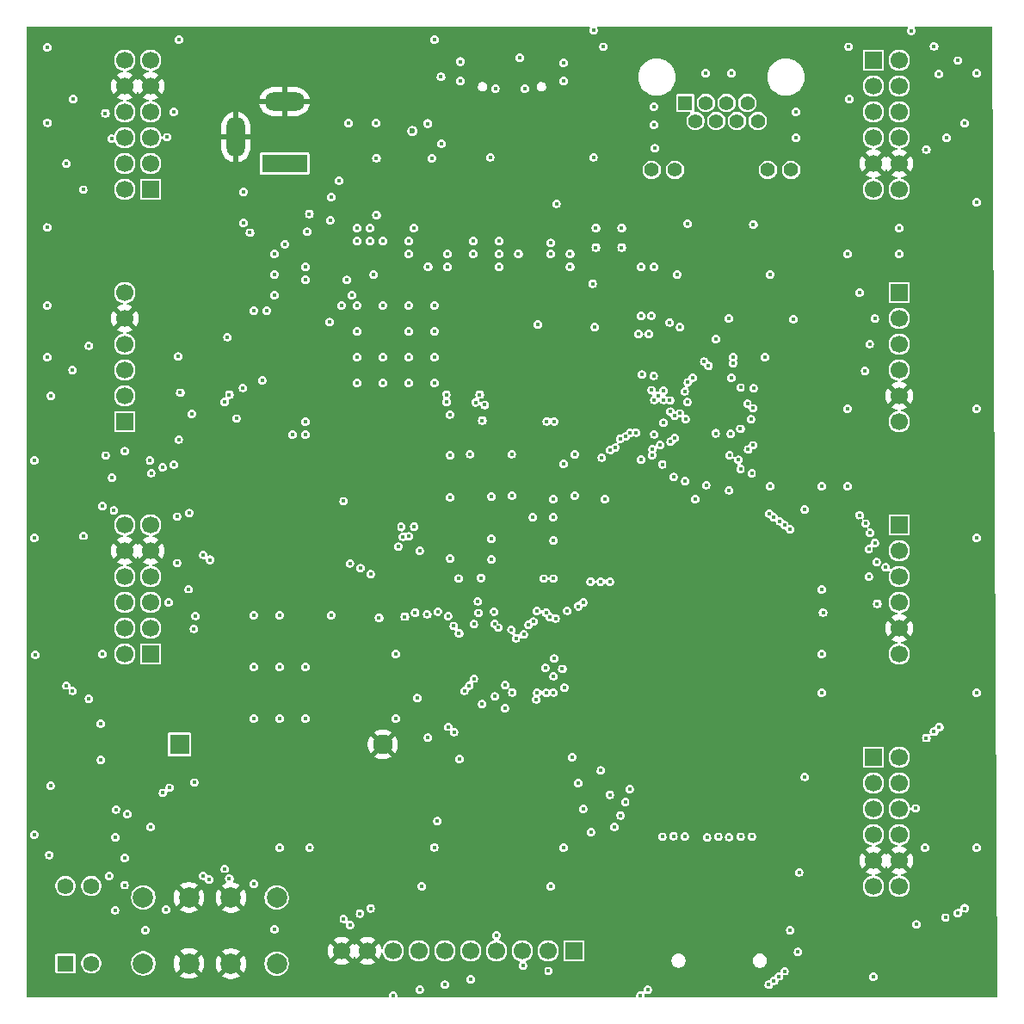
<source format=gbr>
%TF.GenerationSoftware,KiCad,Pcbnew,9.0.6-9.0.6~ubuntu24.04.1*%
%TF.CreationDate,2026-02-01T19:09:26-03:00*%
%TF.ProjectId,nuvoton_nuc980,6e75766f-746f-46e5-9f6e-75633938302e,0.0*%
%TF.SameCoordinates,Original*%
%TF.FileFunction,Copper,L2,Inr*%
%TF.FilePolarity,Positive*%
%FSLAX46Y46*%
G04 Gerber Fmt 4.6, Leading zero omitted, Abs format (unit mm)*
G04 Created by KiCad (PCBNEW 9.0.6-9.0.6~ubuntu24.04.1) date 2026-02-01 19:09:26*
%MOMM*%
%LPD*%
G01*
G04 APERTURE LIST*
%TA.AperFunction,ComponentPad*%
%ADD10R,1.580000X1.580000*%
%TD*%
%TA.AperFunction,ComponentPad*%
%ADD11C,1.580000*%
%TD*%
%TA.AperFunction,ComponentPad*%
%ADD12R,1.700000X1.700000*%
%TD*%
%TA.AperFunction,ComponentPad*%
%ADD13C,1.700000*%
%TD*%
%TA.AperFunction,ComponentPad*%
%ADD14R,4.500000X1.800000*%
%TD*%
%TA.AperFunction,ComponentPad*%
%ADD15O,4.000000X1.800000*%
%TD*%
%TA.AperFunction,ComponentPad*%
%ADD16O,1.800000X4.000000*%
%TD*%
%TA.AperFunction,ComponentPad*%
%ADD17C,2.000000*%
%TD*%
%TA.AperFunction,ComponentPad*%
%ADD18R,1.397000X1.397000*%
%TD*%
%TA.AperFunction,ComponentPad*%
%ADD19C,1.397000*%
%TD*%
%TA.AperFunction,ComponentPad*%
%ADD20C,1.950000*%
%TD*%
%TA.AperFunction,ComponentPad*%
%ADD21R,1.950000X1.950000*%
%TD*%
%TA.AperFunction,ViaPad*%
%ADD22C,0.450000*%
%TD*%
%TA.AperFunction,ViaPad*%
%ADD23C,0.600000*%
%TD*%
G04 APERTURE END LIST*
D10*
%TO.N,Net-(R11-Pad1)*%
%TO.C,SW2*%
X80518000Y-143472500D03*
D11*
%TO.N,/boot0*%
X80518000Y-135852500D03*
%TO.N,Net-(R12-Pad1)*%
X83058000Y-143472500D03*
%TO.N,/boot1*%
X83058000Y-135852500D03*
%TD*%
D12*
%TO.N,/UART4_CTS*%
%TO.C,J8*%
X162560200Y-77470000D03*
D13*
%TO.N,/UART4_TX*%
X162560200Y-80010000D03*
%TO.N,/UART4_RX*%
X162560200Y-82550000D03*
%TO.N,/UART4_RTS*%
X162560200Y-85090000D03*
%TO.N,GND*%
X162560200Y-87630000D03*
%TO.N,+3V3*%
X162560200Y-90170000D03*
%TD*%
D12*
%TO.N,/SPI0_SS0*%
%TO.C,J7*%
X162560000Y-100330000D03*
D13*
%TO.N,/SPI0_MOSI*%
X162560000Y-102870000D03*
%TO.N,/SPI0_MISO*%
X162560000Y-105410000D03*
%TO.N,/SPI0_CLK*%
X162560000Y-107950000D03*
%TO.N,GND*%
X162560000Y-110490000D03*
%TO.N,+3V3*%
X162560000Y-113030000D03*
%TD*%
D12*
%TO.N,/EINT0*%
%TO.C,J5*%
X86360000Y-90170000D03*
D13*
%TO.N,/rst#*%
X86360000Y-87630000D03*
%TO.N,/I2C2_SCL*%
X86360000Y-85090000D03*
%TO.N,/I2C2_SDA*%
X86360000Y-82550000D03*
%TO.N,GND*%
X86360000Y-80010000D03*
%TO.N,+3V3*%
X86360000Y-77470000D03*
%TD*%
D12*
%TO.N,/I2S_LRCK*%
%TO.C,J3*%
X88900000Y-67310000D03*
D13*
%TO.N,/I2S_DO*%
X88900000Y-64770000D03*
%TO.N,/I2S_DI*%
X88900000Y-62230000D03*
%TO.N,/I2S_BCLK*%
X88900000Y-59690000D03*
%TO.N,GND*%
X88900000Y-57150000D03*
%TO.N,+3V3*%
X88900000Y-54610000D03*
%TO.N,/GPIO12*%
X86360000Y-67310000D03*
%TO.N,/GPIO13*%
X86360000Y-64770000D03*
%TO.N,/I2S_MCLK*%
X86360000Y-62230000D03*
%TO.N,/EINT1*%
X86360000Y-59690000D03*
%TO.N,GND*%
X86360000Y-57150000D03*
%TO.N,+3V3*%
X86360000Y-54610000D03*
%TD*%
D12*
%TO.N,/UART1_CTS*%
%TO.C,J13*%
X88900000Y-113030000D03*
D13*
%TO.N,/UART1_TX*%
X88900000Y-110490000D03*
%TO.N,/UART1_RX*%
X88900000Y-107950000D03*
%TO.N,/UART1_RTS*%
X88900000Y-105410000D03*
%TO.N,GND*%
X88900000Y-102870000D03*
%TO.N,+3V3*%
X88900000Y-100330000D03*
%TO.N,/GPIO8*%
X86360000Y-113030000D03*
%TO.N,/GPIO9*%
X86360000Y-110490000D03*
%TO.N,/GPIO10*%
X86360000Y-107950000D03*
%TO.N,/GPIO11*%
X86360000Y-105410000D03*
%TO.N,GND*%
X86360000Y-102870000D03*
%TO.N,+3V3*%
X86360000Y-100330000D03*
%TD*%
D12*
%TO.N,/QSPI0_SS0*%
%TO.C,J14*%
X160020000Y-123190000D03*
D13*
%TO.N,/QSPI0_CLK*%
X160020000Y-125730000D03*
%TO.N,/QSPI0_MOSI0*%
X160020000Y-128270000D03*
%TO.N,/QSPI0_MISO0*%
X160020000Y-130810000D03*
%TO.N,GND*%
X160020000Y-133350000D03*
%TO.N,+3V3*%
X160020000Y-135890000D03*
%TO.N,/QSPI0_MOSI1*%
X162560000Y-123190000D03*
%TO.N,/QSPI0_MISO1*%
X162560000Y-125730000D03*
%TO.N,/ADC0*%
X162560000Y-128270000D03*
%TO.N,/ADC1*%
X162560000Y-130810000D03*
%TO.N,GND*%
X162560000Y-133350000D03*
%TO.N,+3V3*%
X162560000Y-135890000D03*
%TD*%
D12*
%TO.N,/GPIO0*%
%TO.C,J6*%
X160020000Y-54610000D03*
D13*
%TO.N,/GPIO1*%
X160020000Y-57150000D03*
%TO.N,/GPIO2*%
X160020000Y-59690000D03*
%TO.N,/GPIO3*%
X160020000Y-62230000D03*
%TO.N,GND*%
X160020000Y-64770000D03*
%TO.N,+3V3*%
X160020000Y-67310000D03*
%TO.N,/GPIO4*%
X162560000Y-54610000D03*
%TO.N,/GPIO5*%
X162560000Y-57150000D03*
%TO.N,/GPIO6*%
X162560000Y-59690000D03*
%TO.N,/GPIO7*%
X162560000Y-62230000D03*
%TO.N,GND*%
X162560000Y-64770000D03*
%TO.N,+3V3*%
X162560000Y-67310000D03*
%TD*%
D12*
%TO.N,+3V3*%
%TO.C,J9*%
X130556000Y-142240000D03*
D13*
%TO.N,/TMS*%
X128016000Y-142240000D03*
%TO.N,/TCK*%
X125476000Y-142240000D03*
%TO.N,/TDO*%
X122936000Y-142240000D03*
%TO.N,/TDI*%
X120396000Y-142240000D03*
%TO.N,/TRST#*%
X117856000Y-142240000D03*
%TO.N,/UART0_TX*%
X115316000Y-142240000D03*
%TO.N,/UART0_RX*%
X112776000Y-142240000D03*
%TO.N,GND*%
X110236000Y-142240000D03*
X107696000Y-142240000D03*
%TD*%
D14*
%TO.N,+5V*%
%TO.C,J1*%
X102082301Y-64773998D03*
D15*
%TO.N,GND*%
X102082301Y-58674000D03*
D16*
X97282300Y-62174001D03*
%TD*%
D17*
%TO.N,GND*%
%TO.C,SW1*%
X92674000Y-136979500D03*
X92674000Y-143479500D03*
%TO.N,Net-(R3-Pad1)*%
X88174000Y-136979500D03*
X88174000Y-143479500D03*
%TD*%
%TO.N,GND*%
%TO.C,SW3*%
X96810000Y-143495500D03*
X96810000Y-136995500D03*
%TO.N,Net-(R42-Pad2)*%
X101310000Y-143495500D03*
X101310000Y-136995500D03*
%TD*%
D18*
%TO.N,/ethernet/TXP*%
%TO.C,J4*%
X141497099Y-58801000D03*
D19*
%TO.N,/ethernet/TXN*%
X142517100Y-60580999D03*
%TO.N,/ethernet/RXP*%
X143537100Y-58801000D03*
%TO.N,Net-(J4-Pad4)*%
X144557098Y-60580999D03*
X145577099Y-58801000D03*
%TO.N,/ethernet/RXN*%
X146597099Y-60580999D03*
%TO.N,Net-(J4-Pad7)*%
X147617100Y-58801000D03*
X148637100Y-60580999D03*
%TO.N,Net-(J4-Pad9)*%
X138207100Y-65400999D03*
%TO.N,/ethernet/led2_nintsel*%
X140497100Y-65400999D03*
%TO.N,Net-(J4-Pad11)*%
X149637099Y-65400999D03*
%TO.N,VDDA*%
X151927099Y-65400999D03*
%TD*%
D20*
%TO.N,GND*%
%TO.C,BT1*%
X111741000Y-121920000D03*
D21*
%TO.N,Net-(BT1-+)*%
X91741000Y-121920000D03*
%TD*%
D22*
%TO.N,+3V3*%
X102870000Y-91440000D03*
X104140000Y-90170000D03*
X154940000Y-96520000D03*
X154940000Y-106680000D03*
X155067748Y-108949538D03*
X154940000Y-113030000D03*
X113030000Y-113030000D03*
X113030000Y-119380000D03*
X128270000Y-135890000D03*
X115590081Y-135880150D03*
X77470000Y-130810000D03*
X77546648Y-113089860D03*
X77470000Y-101600000D03*
X77470000Y-93980000D03*
X81280000Y-58420000D03*
X78740000Y-53340000D03*
X78754785Y-60754341D03*
X78725214Y-71059959D03*
X78740000Y-78740000D03*
X78740000Y-83820000D03*
X149860000Y-96520000D03*
X157480000Y-96520000D03*
X157480000Y-88900000D03*
X162560000Y-73660000D03*
X157480000Y-73660000D03*
X162560000Y-71120000D03*
X170180000Y-55880000D03*
X170180000Y-68580000D03*
X170180000Y-88900000D03*
X170180000Y-101600000D03*
X170180000Y-116840000D03*
X160020000Y-144780000D03*
X165100000Y-132080000D03*
X170180000Y-132080000D03*
X129540000Y-132080000D03*
X116823334Y-132043743D03*
X104538210Y-132065034D03*
X101600000Y-132080000D03*
X104140000Y-119380000D03*
X101600000Y-119380000D03*
X99060000Y-119380000D03*
X99060000Y-114300000D03*
X106680000Y-109220000D03*
X101600000Y-109220000D03*
X99060000Y-109220000D03*
X104140000Y-114300000D03*
X101600000Y-114300000D03*
X154940000Y-116840000D03*
X104140000Y-91440000D03*
%TO.N,GND*%
X85953412Y-132689412D03*
%TO.N,Net-(C67-Pad1)*%
X86614000Y-128778000D03*
%TO.N,+1V2*%
X133604000Y-97790000D03*
X142494000Y-97790000D03*
%TO.N,VDDA*%
X138176000Y-79739904D03*
X137160000Y-79756000D03*
X136906000Y-81534000D03*
%TO.N,+1V2*%
X141531402Y-89913253D03*
%TO.N,GND*%
X115180600Y-62484000D03*
%TO.N,VDDA*%
X137922000Y-81534000D03*
X142240000Y-85852000D03*
X137160000Y-74930000D03*
X138430000Y-74930000D03*
X138513438Y-63282012D03*
X152400000Y-62230000D03*
X152400000Y-59690000D03*
X146050000Y-55880000D03*
X143510000Y-55880000D03*
X138430000Y-60960000D03*
X138430000Y-59182000D03*
%TO.N,GND*%
X151384000Y-89916000D03*
X114791797Y-146050000D03*
%TO.N,/UART0_TX*%
X115366800Y-146050000D03*
%TO.N,Net-(U3-FB)*%
X107442000Y-66446400D03*
D23*
%TO.N,+1V8*%
X114655600Y-61569600D03*
D22*
X123190000Y-74930000D03*
X116205000Y-74930000D03*
X118110000Y-74930000D03*
X125095000Y-73660000D03*
X135255000Y-73025000D03*
X135255000Y-71120000D03*
X132715000Y-73025000D03*
X132715000Y-71120000D03*
X130175000Y-73660000D03*
X128270000Y-73660000D03*
X128270000Y-72578503D03*
X123190000Y-73660000D03*
X123190000Y-72390000D03*
X120650000Y-72390000D03*
X120650000Y-73660000D03*
X118110000Y-73660000D03*
X111760000Y-72390000D03*
X110490000Y-72390000D03*
X110490000Y-71120000D03*
X109220000Y-71120000D03*
X109220000Y-72390000D03*
X114808000Y-71120000D03*
%TO.N,+1V2*%
X111760000Y-78740000D03*
X109220000Y-78740000D03*
X109220000Y-81280000D03*
X114300000Y-81280000D03*
X114300000Y-78740000D03*
X116840000Y-78740000D03*
X116840000Y-81280000D03*
X116840000Y-86360000D03*
X114300000Y-86360000D03*
X111760000Y-86360000D03*
X109220000Y-86360000D03*
X109220000Y-83820000D03*
X111760000Y-83820000D03*
X114300000Y-83820000D03*
X116840000Y-83820000D03*
%TO.N,+2V2*%
X101092000Y-73660000D03*
X101092000Y-75692000D03*
X101092000Y-77724000D03*
X102108000Y-72694800D03*
X104140000Y-74930000D03*
X104140000Y-76200000D03*
X100330000Y-79248000D03*
X99060000Y-79248000D03*
%TO.N,+1V2*%
X108712000Y-77724000D03*
X107696000Y-78740000D03*
%TO.N,GND*%
X110236000Y-55880000D03*
X115824000Y-55880000D03*
%TO.N,/Power/pg_2v2*%
X106514900Y-80378300D03*
X98044000Y-70612000D03*
X106578400Y-70358000D03*
%TO.N,/Power/en_1.8v*%
X111125000Y-69850000D03*
X110845600Y-75692000D03*
X111125000Y-64236600D03*
%TO.N,/Power/pg_2v2*%
X98044000Y-67564000D03*
%TO.N,/Power/en_3.3v*%
X116586000Y-64262000D03*
X91694000Y-52578000D03*
X116840000Y-52578000D03*
%TO.N,+5V*%
X111078000Y-60756800D03*
%TO.N,Net-(U3-FB)*%
X98679000Y-71577200D03*
%TO.N,/Power/en_3.3v*%
X91821000Y-87325200D03*
%TO.N,GND*%
X91897200Y-90932000D03*
%TO.N,/Power/en_3.3v*%
X91668600Y-91922600D03*
X91617800Y-83769200D03*
%TO.N,+5V*%
X92964000Y-89408000D03*
%TO.N,Net-(C31-Pad1)*%
X85445600Y-131064000D03*
%TO.N,GND*%
X88290400Y-130048000D03*
X86068549Y-128378015D03*
%TO.N,Net-(C31-Pad1)*%
X85496400Y-128320800D03*
%TO.N,GND*%
X86020603Y-131064000D03*
X85344000Y-138811000D03*
%TO.N,Net-(C31-Pad1)*%
X85394800Y-138226800D03*
%TO.N,/rst#*%
X78930514Y-132803898D03*
%TO.N,GND*%
X79503823Y-132759798D03*
%TO.N,/boot1*%
X84836000Y-134874000D03*
%TO.N,GND*%
X82804000Y-137630500D03*
X80772000Y-137630500D03*
%TO.N,/EINT3*%
X96215200Y-134162800D03*
%TO.N,GND*%
X86334600Y-136347200D03*
%TO.N,Net-(C67-Pad1)*%
X86334600Y-135763000D03*
X99060000Y-135636000D03*
%TO.N,GND*%
X78435200Y-125984000D03*
X79095600Y-87054997D03*
%TO.N,/rst#*%
X153263600Y-98806000D03*
X153263600Y-125120400D03*
X79095600Y-87630000D03*
X79044800Y-125984000D03*
%TO.N,GND*%
X148267835Y-89417999D03*
X148205537Y-88268307D03*
%TO.N,/rst#*%
X148183600Y-88849200D03*
%TO.N,GND*%
X148253879Y-93071165D03*
X146608800Y-85699600D03*
%TO.N,VDDA*%
X149352000Y-83820000D03*
%TO.N,GND*%
X152400000Y-82804000D03*
X141132315Y-88268314D03*
%TO.N,/ethernet/led2_nintsel*%
X139369800Y-87122000D03*
%TO.N,GND*%
X132842000Y-76149200D03*
X132613400Y-81423203D03*
X140563600Y-80416400D03*
%TO.N,/ethernet/xt_out*%
X139994793Y-88082834D03*
%TO.N,/ethernet/xt_in*%
X141003369Y-89357419D03*
%TO.N,GND*%
X138455400Y-91998800D03*
%TO.N,/RMII0_REFCLK*%
X147980400Y-89916000D03*
X148183600Y-92487200D03*
X139052300Y-92443300D03*
%TO.N,GND*%
X139559330Y-91889624D03*
%TO.N,/RMII0_RXD0*%
X138455400Y-91414600D03*
%TO.N,/RMII0_REFCLK*%
X138875279Y-87639166D03*
%TO.N,GND*%
X138785600Y-87071200D03*
X139840248Y-88636679D03*
X140957159Y-89942794D03*
X139575039Y-90810479D03*
%TO.N,/RMII0_TXEN*%
X147701000Y-92913200D03*
%TO.N,GND*%
X146572859Y-91324560D03*
X146428753Y-93443042D03*
%TO.N,/RMII0_MDC*%
X146939000Y-90881200D03*
X146735800Y-93929200D03*
%TO.N,/RMII0_MDIO*%
X145999200Y-91363800D03*
X145846800Y-93472000D03*
%TO.N,/RMII0_TXEN*%
X138277600Y-92887800D03*
X138201400Y-87071200D03*
%TO.N,GND*%
X147523200Y-86766400D03*
%TO.N,/RMII0_TXD1*%
X141459745Y-87172800D03*
%TO.N,GND*%
X142036800Y-86842600D03*
X137591800Y-93472000D03*
X139816810Y-94394765D03*
%TO.N,/SD1_CD*%
X139242800Y-94361000D03*
%TO.N,GND*%
X142544800Y-130987800D03*
X139783999Y-130807058D03*
X140909879Y-130797848D03*
X147520652Y-94791113D03*
X144185979Y-130882798D03*
X145288499Y-130822625D03*
X146372153Y-130873374D03*
X147490767Y-130829196D03*
X148630885Y-95278714D03*
X140935403Y-95605600D03*
X142078403Y-96012000D03*
X144148314Y-96420439D03*
X145821400Y-96351397D03*
X137823568Y-85598319D03*
X138427753Y-83442558D03*
X143423081Y-83668105D03*
X144370667Y-84888018D03*
%TO.N,/ethernet/PHY_RXP*%
X143379738Y-84266540D03*
%TO.N,/ethernet/PHY_RXN*%
X143804002Y-84690804D03*
%TO.N,GND*%
X146652503Y-83422560D03*
X146711613Y-84752101D03*
%TO.N,/ethernet/PHY_RXN*%
X146207300Y-84424800D03*
%TO.N,/ethernet/PHY_RXP*%
X146207300Y-83824800D03*
%TO.N,VDDA*%
X140716000Y-75692000D03*
X149860000Y-75692000D03*
X152146000Y-80060800D03*
%TO.N,GND*%
X140716000Y-71780400D03*
%TO.N,+3V3*%
X118385500Y-103632000D03*
X118385500Y-93472000D03*
X123748800Y-118364000D03*
X130632200Y-93395800D03*
X101092000Y-140100000D03*
X88392000Y-140208000D03*
X128549400Y-105613200D03*
X144746000Y-131013200D03*
X124434600Y-93370400D03*
X126847600Y-117500400D03*
X122428000Y-101676200D03*
X130632200Y-97459800D03*
X144500600Y-91313000D03*
%TO.N,GND*%
X133481821Y-52714992D03*
X122783600Y-116620597D03*
X142748000Y-71780400D03*
X119888000Y-123342400D03*
X92075000Y-79730600D03*
X130581400Y-103657400D03*
X128524000Y-95580200D03*
X168387068Y-54061517D03*
X92623377Y-125760518D03*
X165260765Y-62824390D03*
X127466397Y-144221200D03*
X119398653Y-105066550D03*
X118186200Y-120767803D03*
X130530600Y-108737400D03*
X112988397Y-100507800D03*
X122428000Y-93218000D03*
X129530904Y-116926041D03*
X126542800Y-93395800D03*
X159223201Y-100765171D03*
X122360997Y-140716000D03*
X123291600Y-105511600D03*
X132105400Y-84912200D03*
X126915926Y-109370955D03*
X97028000Y-140245500D03*
X91186000Y-59114997D03*
X133835105Y-93492193D03*
X130556000Y-95427800D03*
X160145703Y-79457367D03*
X122245425Y-109238607D03*
X140274302Y-70518293D03*
X138150600Y-70510400D03*
X107264200Y-62534800D03*
X132689600Y-106299000D03*
X154152600Y-137617200D03*
X145034000Y-71120000D03*
X164328008Y-51719221D03*
X120700800Y-109423200D03*
X124438500Y-95377000D03*
X107943301Y-97419891D03*
X120370600Y-95504000D03*
X159164765Y-84515990D03*
X124434600Y-101600000D03*
X157581600Y-52714197D03*
X90610997Y-94386400D03*
X130895397Y-128270000D03*
X149860000Y-71628000D03*
X124460000Y-54356000D03*
X136185603Y-127584200D03*
X99060000Y-69596000D03*
X120810701Y-116032802D03*
X122428000Y-99669600D03*
X126492000Y-122783600D03*
X131543838Y-107394186D03*
X112175597Y-146608800D03*
X88300372Y-94151509D03*
X116539821Y-129490546D03*
X152552400Y-84886800D03*
X122174000Y-54864000D03*
X115417600Y-100533200D03*
X137695664Y-146636710D03*
X117280997Y-145567400D03*
X90555821Y-61604992D03*
X159664400Y-81949597D03*
X126060200Y-110718600D03*
X122292635Y-63586390D03*
X159532579Y-105984208D03*
X119820997Y-145034000D03*
X124434600Y-99618800D03*
X116611400Y-108813600D03*
X84556600Y-122910600D03*
X164836803Y-139649200D03*
X100685600Y-83718400D03*
X129803197Y-123190000D03*
X160959800Y-103987600D03*
X133511597Y-126873000D03*
X151841200Y-140783003D03*
X84429600Y-94081600D03*
X123279638Y-109855052D03*
X168986200Y-60232597D03*
X158707565Y-76895990D03*
X112725200Y-74726800D03*
X166446200Y-55355797D03*
X108991400Y-104521000D03*
X122428000Y-122885200D03*
X98806000Y-73660000D03*
X127501585Y-105041051D03*
X84150200Y-113605003D03*
X116310500Y-91440000D03*
X111499480Y-110036239D03*
X112284000Y-97510600D03*
X136474200Y-116890800D03*
X121416834Y-88062683D03*
X131911397Y-51663600D03*
X115107979Y-117947608D03*
X134115086Y-92403393D03*
X120374500Y-89408000D03*
X99187000Y-77724000D03*
X103987600Y-78740000D03*
X165989000Y-52663397D03*
X82829400Y-82127397D03*
X92659200Y-107229603D03*
X112928400Y-76657200D03*
X128600200Y-117652800D03*
X120370600Y-97536000D03*
X107324197Y-139090400D03*
X89535000Y-126746000D03*
X126161800Y-116738400D03*
X96090537Y-87647830D03*
X117500400Y-87782400D03*
X164156886Y-127644915D03*
X160137803Y-102692200D03*
X82829400Y-117999203D03*
X145542000Y-88646000D03*
X96183305Y-134736917D03*
X126517400Y-95580200D03*
X113946350Y-109921352D03*
X83422797Y-119862600D03*
X89509600Y-94818200D03*
X117605493Y-109241961D03*
X129540000Y-79756000D03*
X118644135Y-109706904D03*
X108940600Y-138404600D03*
X144780000Y-88646000D03*
X135138509Y-91287415D03*
X124951797Y-143687800D03*
X127000000Y-80038497D03*
X167208200Y-61654997D03*
X124002612Y-111048988D03*
X127431800Y-108534200D03*
X120354070Y-116728339D03*
X116179600Y-121834603D03*
X109965797Y-138049000D03*
X126746000Y-54864000D03*
X152603200Y-86868000D03*
X116310500Y-105689400D03*
X128784699Y-68159091D03*
X80619600Y-64160400D03*
X119300631Y-110315487D03*
X128600200Y-114300000D03*
X99060000Y-75692000D03*
X167668693Y-138960565D03*
X128697697Y-108946871D03*
X151846777Y-100186825D03*
X130412797Y-125730000D03*
X112268000Y-101600000D03*
X82296000Y-101971803D03*
X121412000Y-104961997D03*
X152552400Y-92964000D03*
X123698000Y-116763800D03*
X152416203Y-100761800D03*
X107933797Y-139700000D03*
X158721204Y-99934945D03*
X144018000Y-88646000D03*
X169561203Y-138049000D03*
X131657397Y-130556000D03*
X159689800Y-101676200D03*
X90703400Y-107365800D03*
X128168400Y-57556400D03*
X115510003Y-108966000D03*
X121170698Y-108419886D03*
X129336800Y-115189000D03*
X150839364Y-145312005D03*
X136448800Y-114808000D03*
X103136700Y-67957700D03*
X166589012Y-120785793D03*
X136247096Y-90708175D03*
X130556000Y-99568000D03*
X165227000Y-121860003D03*
X128473200Y-93395800D03*
X101219000Y-88696800D03*
X135153400Y-130022600D03*
X91922600Y-82804000D03*
X130581400Y-101600000D03*
X84150200Y-97900797D03*
X132644499Y-124280803D03*
X112268000Y-105689400D03*
X129540000Y-77724000D03*
X120938597Y-117957600D03*
X85064600Y-61756597D03*
X81229200Y-84514997D03*
X128230665Y-89682114D03*
X125933200Y-85013800D03*
X150325127Y-145755215D03*
X91109800Y-125704600D03*
X132515114Y-64734685D03*
X84414033Y-59243458D03*
X84718197Y-98907600D03*
X136626600Y-126314200D03*
X150766168Y-99402161D03*
X87376000Y-118872000D03*
X80658045Y-116703206D03*
X151384000Y-99771200D03*
X125417153Y-111645826D03*
X166319200Y-140868400D03*
X157086314Y-58356502D03*
X125399800Y-115112800D03*
X121920000Y-62712600D03*
X92456000Y-140245500D03*
X122161314Y-110096298D03*
X91522695Y-104663317D03*
X120802400Y-57505600D03*
X87376000Y-134112000D03*
X133629400Y-106324400D03*
X151282400Y-144821603D03*
X110011460Y-104950901D03*
X85784997Y-93065600D03*
X135727410Y-128938765D03*
X82240379Y-66761192D03*
X120370600Y-103657400D03*
X92100400Y-99187000D03*
X168894480Y-138616639D03*
X104013000Y-73152000D03*
X85086972Y-96234467D03*
X104648000Y-143256000D03*
%TO.N,+1V2*%
X118364000Y-97586800D03*
X129540000Y-94310200D03*
X122453400Y-103708200D03*
X108204000Y-76225400D03*
X128549400Y-101854000D03*
X120345200Y-93370400D03*
X108378000Y-60786000D03*
%TO.N,+1V8*%
X124460000Y-97434400D03*
X128502500Y-99568000D03*
X122449500Y-97536000D03*
X126513500Y-99568000D03*
X128524000Y-97790000D03*
%TO.N,Net-(U4-OUT)*%
X97332800Y-89865200D03*
X97993200Y-86842600D03*
%TO.N,+5V*%
X116158000Y-60833000D03*
%TO.N,+VBAT*%
X119303800Y-123359000D03*
X84014000Y-123444000D03*
X83997800Y-119862600D03*
X119253000Y-110998000D03*
%TO.N,Net-(C31-Pad1)*%
X90424000Y-138176000D03*
%TO.N,/xt_out*%
X127000000Y-80613500D03*
X127889000Y-90144600D03*
%TO.N,/xt_in*%
X128828800Y-68732400D03*
X128600200Y-90144600D03*
%TO.N,/x32_out*%
X113919000Y-109347000D03*
X121412000Y-105537000D03*
%TO.N,/x32_in*%
X111379000Y-109474000D03*
X119202200Y-105606951D03*
%TO.N,/ethernet/xt_out*%
X139979400Y-80416400D03*
X132384800Y-76581000D03*
%TO.N,/ethernet/xt_in*%
X132613400Y-80848200D03*
X140995400Y-80865400D03*
%TO.N,VDDA*%
X144526000Y-82042000D03*
X146050000Y-85852000D03*
X145796000Y-80010000D03*
%TO.N,Net-(U2-OUT)*%
X96469200Y-81838800D03*
X99872800Y-86106000D03*
%TO.N,Net-(J2-SHIELD1)*%
X119380000Y-56642000D03*
X119380000Y-54737000D03*
X125222000Y-54356000D03*
X129540000Y-56642000D03*
X129540000Y-54864000D03*
%TO.N,Net-(C67-Pad1)*%
X86360000Y-133096000D03*
%TO.N,Net-(J11-COVER_GND)*%
X152603200Y-142341600D03*
X152704800Y-134518400D03*
%TO.N,VBUS*%
X117475000Y-56235600D03*
X117525800Y-62788800D03*
%TO.N,/USB/cc1*%
X125730000Y-57404000D03*
%TO.N,/USB/cc2*%
X122825000Y-57389202D03*
%TO.N,/I2S_DI*%
X90525600Y-62179200D03*
X90101655Y-94653229D03*
%TO.N,/EINT1*%
X84459821Y-93507392D03*
X84455000Y-59817000D03*
%TO.N,/I2S_MCLK*%
X85111800Y-95660000D03*
X85064600Y-62331600D03*
%TO.N,/GPIO13*%
X121154279Y-108994654D03*
X120243600Y-116128800D03*
X80619600Y-64770000D03*
X80619600Y-116128800D03*
%TO.N,/I2S_BCLK*%
X91186000Y-94386400D03*
X91186000Y-59690000D03*
%TO.N,/GPIO12*%
X82270600Y-67335400D03*
X82296000Y-101396800D03*
%TO.N,/I2S_LRCK*%
X88849200Y-93980000D03*
%TO.N,/I2S_DO*%
X88950800Y-95224600D03*
%TO.N,/EINT0*%
X86360000Y-93065600D03*
%TO.N,/I2C2_SCL*%
X119786400Y-116636800D03*
X121107200Y-107848400D03*
X81229200Y-116636800D03*
X81229200Y-85090000D03*
%TO.N,/I2C2_SDA*%
X82829400Y-117424200D03*
X114935000Y-108966000D03*
X115138200Y-117373400D03*
X82829400Y-82702400D03*
%TO.N,/GPIO0*%
X118758552Y-120712658D03*
X118726992Y-110275905D03*
X165989000Y-120675400D03*
X165989000Y-53238400D03*
%TO.N,/GPIO1*%
X118186200Y-120192800D03*
X166446200Y-55930800D03*
X118177888Y-109296652D03*
X166497000Y-120218200D03*
%TO.N,/GPIO7*%
X107899200Y-139090400D03*
X167093900Y-138976100D03*
X107899200Y-97993200D03*
X167208200Y-62230000D03*
%TO.N,/GPIO6*%
X122326400Y-64160400D03*
X121768792Y-88517384D03*
X163753800Y-51689000D03*
X132486400Y-51663600D03*
X132486400Y-64160400D03*
%TO.N,/GPIO2*%
X168986200Y-60807600D03*
X168986200Y-138049000D03*
X110541581Y-105173612D03*
X110540800Y-138049000D03*
%TO.N,/GPIO5*%
X157657800Y-58420000D03*
X157581600Y-53289200D03*
X133451600Y-53289200D03*
X133299200Y-93700600D03*
%TO.N,/GPIO3*%
X116119472Y-109111315D03*
X165227000Y-63398400D03*
X165227000Y-121285000D03*
X116179600Y-121259600D03*
%TO.N,/GPIO4*%
X168325800Y-138531600D03*
X168351200Y-54635400D03*
X109561962Y-104592320D03*
X109499400Y-138557000D03*
%TO.N,/SPI0_SS0*%
X161239200Y-104495600D03*
%TO.N,/SPI0_MISO*%
X159562800Y-102692200D03*
X159562800Y-105410000D03*
%TO.N,/SPI0_CLK*%
X160324800Y-103987600D03*
X160401000Y-108077000D03*
%TO.N,/UART4_RTS*%
X159207200Y-85166200D03*
X159236386Y-100190319D03*
%TO.N,/UART4_RX*%
X159664400Y-82524600D03*
X159689800Y-101101197D03*
%TO.N,/UART4_CTS*%
X158666682Y-99362533D03*
X158673800Y-77470000D03*
%TO.N,/UART4_TX*%
X160150047Y-80032353D03*
X160150047Y-102117327D03*
%TO.N,/TCK*%
X151282400Y-100355400D03*
X125526800Y-143687800D03*
X151282400Y-144246600D03*
%TO.N,/TDI*%
X150215600Y-99568000D03*
X120396000Y-145034000D03*
X150241000Y-145186400D03*
%TO.N,/TDO*%
X122936000Y-140716000D03*
X151841200Y-100761800D03*
X151841200Y-140208000D03*
%TO.N,/UART0_TX*%
X137820400Y-146075400D03*
X136667485Y-91233486D03*
%TO.N,/TMS*%
X128041400Y-144221200D03*
X150825200Y-99974400D03*
X150698200Y-144754600D03*
%TO.N,/UART0_RX*%
X136093200Y-91262200D03*
X112750600Y-146608800D03*
X137109200Y-146608800D03*
%TO.N,/TRST#*%
X149733000Y-145567400D03*
X117856000Y-145567400D03*
X149766599Y-99208799D03*
%TO.N,/SD1_CMD*%
X145821400Y-96926400D03*
X145821400Y-131038600D03*
%TO.N,/SD1_D2*%
X148046000Y-131013200D03*
X148056600Y-95250000D03*
%TO.N,/SD1_D3*%
X146946000Y-94811200D03*
X146946000Y-131013200D03*
%TO.N,/SD1_D0*%
X141503400Y-96012000D03*
X141452600Y-130987800D03*
%TO.N,/SD1_D1*%
X140346000Y-130937000D03*
X140360400Y-95605600D03*
%TO.N,/SD1_CLK*%
X143573500Y-96405700D03*
X143646000Y-131080400D03*
%TO.N,/SD1_CD*%
X139246000Y-131010000D03*
%TO.N,/UART1_TX*%
X93167200Y-110540800D03*
X135620812Y-91636646D03*
X93192600Y-125679200D03*
X136042400Y-126314200D03*
%TO.N,/GPIO10*%
X92710000Y-99161600D03*
X92659200Y-106654600D03*
%TO.N,/GPIO11*%
X91490800Y-99517200D03*
X91490800Y-104089200D03*
%TO.N,/UART1_RTS*%
X134610530Y-92728703D03*
X90119200Y-126695200D03*
X135153400Y-128905000D03*
%TO.N,/UART1_CTS*%
X88900000Y-130022600D03*
X134543800Y-130022600D03*
X134092355Y-92977946D03*
%TO.N,/GPIO9*%
X85293200Y-98907600D03*
X93319600Y-109270800D03*
%TO.N,/GPIO8*%
X84150200Y-98475800D03*
X84150200Y-113030000D03*
%TO.N,/UART1_RX*%
X135091159Y-91860465D03*
X90779600Y-126187200D03*
X135610600Y-127584200D03*
X90678000Y-107950000D03*
%TO.N,/QSPI0_MOSI1*%
X133181986Y-124485095D03*
X133197600Y-105919727D03*
%TO.N,/QSPI0_SS0*%
X129895600Y-108762800D03*
X130378200Y-123190000D03*
%TO.N,/QSPI0_MISO0*%
X132207000Y-105918000D03*
X132232400Y-130556000D03*
%TO.N,/QSPI0_MISO1*%
X134086600Y-105918000D03*
X134086600Y-126873000D03*
%TO.N,/ADC1*%
X117185283Y-108849468D03*
X117114579Y-129473792D03*
%TO.N,/ADC0*%
X108508800Y-104114600D03*
X164185600Y-128219200D03*
X164261800Y-139649200D03*
X108508800Y-139700000D03*
%TO.N,/QSPI0_CLK*%
X130987800Y-125730000D03*
X130987800Y-108331000D03*
%TO.N,/QSPI0_MOSI0*%
X131457700Y-107962700D03*
X131470400Y-128270000D03*
%TO.N,Net-(U3-SW)*%
X104521000Y-69723000D03*
X104317800Y-71475600D03*
%TO.N,/nand_rdy#*%
X127558800Y-105613200D03*
%TO.N,/nand_wp#*%
X122682000Y-108864400D03*
X121513600Y-117957600D03*
%TO.N,/sd1_boot*%
X114844291Y-100489099D03*
%TO.N,/nand_ecc8*%
X113563400Y-100507800D03*
%TO.N,/uart0_debug*%
X113284000Y-102463600D03*
%TO.N,/nand_page_size_2k_0*%
X113725990Y-101498400D03*
%TO.N,/nand_page_size_2k_1*%
X114300000Y-101447600D03*
%TO.N,/usb0_rext*%
X118350000Y-89458800D03*
%TO.N,/Power/pg_2v2*%
X106680000Y-68072000D03*
%TO.N,/wdt_off*%
X115366800Y-102870000D03*
%TO.N,/ethernet/led1_regoff*%
X141706600Y-88239600D03*
%TO.N,Net-(T1-CT1_15)*%
X141726861Y-70678515D03*
%TO.N,Net-(T1-CT2_10)*%
X148209000Y-70789800D03*
%TO.N,/EINT2*%
X96647000Y-87503000D03*
X96647000Y-135128000D03*
X118008400Y-87503000D03*
X121285000Y-87503000D03*
%TO.N,/boot1*%
X94081600Y-103260000D03*
X94081600Y-134848600D03*
%TO.N,/boot0*%
X94665800Y-135204200D03*
X94742000Y-103759000D03*
%TO.N,/EINT3*%
X96189800Y-88214200D03*
X120878600Y-88265000D03*
X118033800Y-88214200D03*
%TO.N,/RMII0_RXD0*%
X138455400Y-88036400D03*
%TO.N,/RMII0_RXD1*%
X139395200Y-88036400D03*
X139374446Y-90271600D03*
%TO.N,/RMII0_CRSDV*%
X140071253Y-92151470D03*
X140030200Y-89179400D03*
%TO.N,/RMII0_TXD1*%
X146950559Y-86818458D03*
%TO.N,/RMII0_TXEN*%
X147650200Y-88417400D03*
%TO.N,/RMII0_TXD0*%
X141757400Y-86309200D03*
X148234400Y-86893400D03*
%TO.N,/RMII0_RXERR*%
X140490350Y-91757792D03*
X140487400Y-89611200D03*
%TO.N,/RMII0_MDC*%
X137160000Y-93903800D03*
X137251464Y-85540659D03*
%TO.N,/RMII0_MDIO*%
X138395049Y-85661858D03*
X138252200Y-93472000D03*
%TO.N,/nand_ale*%
X122783600Y-117195600D03*
X122732800Y-110032800D03*
%TO.N,/nand_re#*%
X124409200Y-110642400D03*
X124498100Y-116801900D03*
%TO.N,/nand_data5*%
X127736600Y-114401600D03*
X127806007Y-108970775D03*
%TO.N,/nand_data1*%
X125614786Y-111105854D03*
X127812800Y-116865400D03*
%TO.N,/nand_data0*%
X126949200Y-116814600D03*
X124866400Y-111480600D03*
%TO.N,/nand_cs#*%
X120700800Y-115468400D03*
X120700800Y-110083600D03*
%TO.N,/nand_data4*%
X128549400Y-115214400D03*
X126896044Y-108796297D03*
%TO.N,/nand_data2*%
X126092095Y-110144483D03*
X128549400Y-116814600D03*
%TO.N,/nand_data7*%
X128750450Y-109519448D03*
X128619100Y-113480700D03*
%TO.N,/nand_data3*%
X129616200Y-116357400D03*
X126576990Y-109835445D03*
%TO.N,/nand_cle*%
X123139388Y-110439388D03*
X123799600Y-116064599D03*
%TO.N,/nand_data6*%
X129413000Y-114503200D03*
X128187845Y-109400690D03*
%TO.N,+1V8*%
X114300000Y-72390000D03*
X114300000Y-73660000D03*
X130175000Y-74930000D03*
%TO.N,+1V2*%
X121539000Y-90043000D03*
%TD*%
%TA.AperFunction,Conductor*%
%TO.N,GND*%
G36*
X132087098Y-51326907D02*
G01*
X132123062Y-51376407D01*
X132123062Y-51437593D01*
X132114644Y-51456500D01*
X132089897Y-51499361D01*
X132083092Y-51524758D01*
X132060900Y-51607582D01*
X132060900Y-51719618D01*
X132067706Y-51745018D01*
X132089898Y-51827841D01*
X132145913Y-51924860D01*
X132145915Y-51924863D01*
X132225137Y-52004085D01*
X132225139Y-52004086D01*
X132322159Y-52060101D01*
X132322157Y-52060101D01*
X132322161Y-52060102D01*
X132322163Y-52060103D01*
X132430382Y-52089100D01*
X132430384Y-52089100D01*
X132542416Y-52089100D01*
X132542418Y-52089100D01*
X132650637Y-52060103D01*
X132650639Y-52060101D01*
X132650641Y-52060101D01*
X132703667Y-52029486D01*
X132747663Y-52004085D01*
X132826885Y-51924863D01*
X132882903Y-51827837D01*
X132911900Y-51719618D01*
X132911900Y-51607582D01*
X132882903Y-51499363D01*
X132858155Y-51456499D01*
X132845435Y-51396652D01*
X132870322Y-51340756D01*
X132923310Y-51310163D01*
X132943893Y-51308000D01*
X163310972Y-51308000D01*
X163369163Y-51326907D01*
X163405127Y-51376407D01*
X163405127Y-51437593D01*
X163396708Y-51456500D01*
X163357298Y-51524758D01*
X163357297Y-51524763D01*
X163328300Y-51632982D01*
X163328300Y-51745018D01*
X163350491Y-51827837D01*
X163357298Y-51853241D01*
X163398650Y-51924863D01*
X163413315Y-51950263D01*
X163492537Y-52029485D01*
X163492539Y-52029486D01*
X163589559Y-52085501D01*
X163589557Y-52085501D01*
X163589561Y-52085502D01*
X163589563Y-52085503D01*
X163697782Y-52114500D01*
X163697784Y-52114500D01*
X163809816Y-52114500D01*
X163809818Y-52114500D01*
X163918037Y-52085503D01*
X163918039Y-52085501D01*
X163918041Y-52085501D01*
X163962031Y-52060103D01*
X164015063Y-52029485D01*
X164094285Y-51950263D01*
X164150303Y-51853237D01*
X164179300Y-51745018D01*
X164179300Y-51632982D01*
X164150303Y-51524763D01*
X164150301Y-51524760D01*
X164150301Y-51524758D01*
X164110892Y-51456500D01*
X164098170Y-51396652D01*
X164123057Y-51340756D01*
X164176045Y-51310163D01*
X164196628Y-51308000D01*
X171605525Y-51308000D01*
X171663716Y-51326907D01*
X171699680Y-51376407D01*
X171704523Y-51406471D01*
X172211439Y-146706567D01*
X172211471Y-146712473D01*
X172192873Y-146770764D01*
X172143565Y-146806991D01*
X172112472Y-146812000D01*
X137624282Y-146812000D01*
X137566091Y-146793093D01*
X137530127Y-146743593D01*
X137525491Y-146706567D01*
X137526125Y-146696817D01*
X137534700Y-146664818D01*
X137534700Y-146565152D01*
X137534909Y-146561943D01*
X137545098Y-146536371D01*
X137553607Y-146510185D01*
X137556318Y-146508215D01*
X137557558Y-146505104D01*
X137580829Y-146490406D01*
X137603107Y-146474221D01*
X137606602Y-146474129D01*
X137609290Y-146472432D01*
X137627110Y-146473592D01*
X137659320Y-146472749D01*
X137764382Y-146500900D01*
X137764384Y-146500900D01*
X137876416Y-146500900D01*
X137876418Y-146500900D01*
X137984637Y-146471903D01*
X137984639Y-146471901D01*
X137984641Y-146471901D01*
X138028631Y-146446503D01*
X138081663Y-146415885D01*
X138160885Y-146336663D01*
X138216903Y-146239637D01*
X138245900Y-146131418D01*
X138245900Y-146019382D01*
X138216903Y-145911163D01*
X138216901Y-145911160D01*
X138216901Y-145911158D01*
X138160886Y-145814139D01*
X138160885Y-145814137D01*
X138081663Y-145734915D01*
X138081660Y-145734913D01*
X137984640Y-145678898D01*
X137984642Y-145678898D01*
X137942651Y-145667647D01*
X137876418Y-145649900D01*
X137764382Y-145649900D01*
X137698148Y-145667647D01*
X137656158Y-145678898D01*
X137559139Y-145734913D01*
X137479913Y-145814139D01*
X137423898Y-145911158D01*
X137394900Y-146019383D01*
X137394900Y-146115823D01*
X137375993Y-146174014D01*
X137326493Y-146209978D01*
X137270278Y-146211450D01*
X137199459Y-146192474D01*
X137165218Y-146183300D01*
X137053182Y-146183300D01*
X136986948Y-146201047D01*
X136944958Y-146212298D01*
X136847939Y-146268313D01*
X136768713Y-146347539D01*
X136712698Y-146444558D01*
X136700413Y-146490406D01*
X136683700Y-146552782D01*
X136683700Y-146664818D01*
X136689745Y-146687377D01*
X136686542Y-146748479D01*
X136648037Y-146796029D01*
X136594118Y-146812000D01*
X113265682Y-146812000D01*
X113207491Y-146793093D01*
X113171527Y-146743593D01*
X113170055Y-146687377D01*
X113176100Y-146664818D01*
X113176100Y-146552782D01*
X113147103Y-146444563D01*
X113147101Y-146444560D01*
X113147101Y-146444558D01*
X113091086Y-146347539D01*
X113091085Y-146347537D01*
X113011863Y-146268315D01*
X113011860Y-146268313D01*
X112914840Y-146212298D01*
X112914842Y-146212298D01*
X112872851Y-146201047D01*
X112806618Y-146183300D01*
X112694582Y-146183300D01*
X112628348Y-146201047D01*
X112586358Y-146212298D01*
X112489339Y-146268313D01*
X112410113Y-146347539D01*
X112354098Y-146444558D01*
X112341813Y-146490406D01*
X112325100Y-146552782D01*
X112325100Y-146664818D01*
X112331145Y-146687377D01*
X112327942Y-146748479D01*
X112289437Y-146796029D01*
X112235518Y-146812000D01*
X76807000Y-146812000D01*
X76748809Y-146793093D01*
X76712845Y-146743593D01*
X76708000Y-146713000D01*
X76708000Y-145993982D01*
X114941300Y-145993982D01*
X114941300Y-146106018D01*
X114962008Y-146183300D01*
X114970298Y-146214241D01*
X115026313Y-146311260D01*
X115026315Y-146311263D01*
X115105537Y-146390485D01*
X115105539Y-146390486D01*
X115202559Y-146446501D01*
X115202557Y-146446501D01*
X115202561Y-146446502D01*
X115202563Y-146446503D01*
X115310782Y-146475500D01*
X115310784Y-146475500D01*
X115422816Y-146475500D01*
X115422818Y-146475500D01*
X115531037Y-146446503D01*
X115531039Y-146446501D01*
X115531041Y-146446501D01*
X115584067Y-146415886D01*
X115628063Y-146390485D01*
X115707285Y-146311263D01*
X115763303Y-146214237D01*
X115792300Y-146106018D01*
X115792300Y-145993982D01*
X115763303Y-145885763D01*
X115763301Y-145885760D01*
X115763301Y-145885758D01*
X115707286Y-145788739D01*
X115707285Y-145788737D01*
X115628063Y-145709515D01*
X115628060Y-145709513D01*
X115531040Y-145653498D01*
X115531042Y-145653498D01*
X115489051Y-145642247D01*
X115422818Y-145624500D01*
X115310782Y-145624500D01*
X115244548Y-145642247D01*
X115202558Y-145653498D01*
X115105539Y-145709513D01*
X115026313Y-145788739D01*
X114970298Y-145885758D01*
X114970297Y-145885763D01*
X114941300Y-145993982D01*
X76708000Y-145993982D01*
X76708000Y-145511382D01*
X117430500Y-145511382D01*
X117430500Y-145623418D01*
X117456072Y-145718855D01*
X117459498Y-145731641D01*
X117515513Y-145828660D01*
X117515515Y-145828663D01*
X117594737Y-145907885D01*
X117594739Y-145907886D01*
X117691759Y-145963901D01*
X117691757Y-145963901D01*
X117691761Y-145963902D01*
X117691763Y-145963903D01*
X117799982Y-145992900D01*
X117799984Y-145992900D01*
X117912016Y-145992900D01*
X117912018Y-145992900D01*
X118020237Y-145963903D01*
X118020239Y-145963901D01*
X118020241Y-145963901D01*
X118049064Y-145947259D01*
X118117263Y-145907885D01*
X118196485Y-145828663D01*
X118235859Y-145760464D01*
X118252501Y-145731641D01*
X118252501Y-145731639D01*
X118252503Y-145731637D01*
X118281500Y-145623418D01*
X118281500Y-145511382D01*
X149307500Y-145511382D01*
X149307500Y-145623418D01*
X149333072Y-145718855D01*
X149336498Y-145731641D01*
X149392513Y-145828660D01*
X149392515Y-145828663D01*
X149471737Y-145907885D01*
X149471739Y-145907886D01*
X149568759Y-145963901D01*
X149568757Y-145963901D01*
X149568761Y-145963902D01*
X149568763Y-145963903D01*
X149676982Y-145992900D01*
X149676984Y-145992900D01*
X149789016Y-145992900D01*
X149789018Y-145992900D01*
X149897237Y-145963903D01*
X149897239Y-145963901D01*
X149897241Y-145963901D01*
X149926064Y-145947259D01*
X149994263Y-145907885D01*
X150073485Y-145828663D01*
X150129503Y-145731637D01*
X150135431Y-145709513D01*
X150141926Y-145685276D01*
X150175250Y-145633962D01*
X150232371Y-145612036D01*
X150237552Y-145611900D01*
X150297016Y-145611900D01*
X150297018Y-145611900D01*
X150405237Y-145582903D01*
X150405239Y-145582901D01*
X150405241Y-145582901D01*
X150434064Y-145566259D01*
X150502263Y-145526885D01*
X150581485Y-145447663D01*
X150637503Y-145350637D01*
X150663537Y-145253474D01*
X150696860Y-145202163D01*
X150747993Y-145182534D01*
X150747784Y-145180947D01*
X150754215Y-145180100D01*
X150754218Y-145180100D01*
X150862437Y-145151103D01*
X150862440Y-145151101D01*
X150862441Y-145151101D01*
X150915467Y-145120486D01*
X150959463Y-145095085D01*
X151038685Y-145015863D01*
X151094703Y-144918837D01*
X151123700Y-144810618D01*
X151123700Y-144771100D01*
X151139009Y-144723982D01*
X159594500Y-144723982D01*
X159594500Y-144836018D01*
X159616691Y-144918837D01*
X159623498Y-144944241D01*
X159679513Y-145041260D01*
X159679515Y-145041263D01*
X159758737Y-145120485D01*
X159758739Y-145120486D01*
X159855759Y-145176501D01*
X159855757Y-145176501D01*
X159855761Y-145176502D01*
X159855763Y-145176503D01*
X159963982Y-145205500D01*
X159963984Y-145205500D01*
X160076016Y-145205500D01*
X160076018Y-145205500D01*
X160184237Y-145176503D01*
X160184239Y-145176501D01*
X160184241Y-145176501D01*
X160228231Y-145151103D01*
X160281263Y-145120485D01*
X160360485Y-145041263D01*
X160416503Y-144944237D01*
X160445500Y-144836018D01*
X160445500Y-144723982D01*
X160416503Y-144615763D01*
X160416501Y-144615760D01*
X160416501Y-144615758D01*
X160368806Y-144533150D01*
X160360485Y-144518737D01*
X160281263Y-144439515D01*
X160281260Y-144439513D01*
X160184240Y-144383498D01*
X160184242Y-144383498D01*
X160142251Y-144372247D01*
X160076018Y-144354500D01*
X159963982Y-144354500D01*
X159897748Y-144372247D01*
X159855758Y-144383498D01*
X159758739Y-144439513D01*
X159679513Y-144518739D01*
X159623498Y-144615758D01*
X159614205Y-144650440D01*
X159594500Y-144723982D01*
X151139009Y-144723982D01*
X151142607Y-144712909D01*
X151192107Y-144676945D01*
X151222700Y-144672100D01*
X151338416Y-144672100D01*
X151338418Y-144672100D01*
X151446637Y-144643103D01*
X151543663Y-144587085D01*
X151622885Y-144507863D01*
X151670764Y-144424935D01*
X151678901Y-144410841D01*
X151678901Y-144410839D01*
X151678903Y-144410837D01*
X151707900Y-144302618D01*
X151707900Y-144190582D01*
X151678903Y-144082363D01*
X151678901Y-144082360D01*
X151678901Y-144082358D01*
X151622886Y-143985339D01*
X151622885Y-143985337D01*
X151543663Y-143906115D01*
X151543660Y-143906113D01*
X151446640Y-143850098D01*
X151446642Y-143850098D01*
X151404651Y-143838847D01*
X151338418Y-143821100D01*
X151226382Y-143821100D01*
X151160148Y-143838847D01*
X151118158Y-143850098D01*
X151021139Y-143906113D01*
X150941913Y-143985339D01*
X150885898Y-144082358D01*
X150856900Y-144190583D01*
X150856900Y-144230100D01*
X150837993Y-144288291D01*
X150788493Y-144324255D01*
X150757900Y-144329100D01*
X150754218Y-144329100D01*
X150642182Y-144329100D01*
X150598767Y-144340733D01*
X150533958Y-144358098D01*
X150436939Y-144414113D01*
X150357713Y-144493339D01*
X150301698Y-144590358D01*
X150296837Y-144608500D01*
X150275662Y-144687525D01*
X150242340Y-144738837D01*
X150191206Y-144758465D01*
X150191416Y-144760053D01*
X150184984Y-144760899D01*
X150076758Y-144789898D01*
X149979739Y-144845913D01*
X149900513Y-144925139D01*
X149844498Y-145022159D01*
X149844496Y-145022163D01*
X149832074Y-145068524D01*
X149798750Y-145119838D01*
X149741629Y-145141764D01*
X149736448Y-145141900D01*
X149676982Y-145141900D01*
X149610748Y-145159647D01*
X149568758Y-145170898D01*
X149471739Y-145226913D01*
X149392513Y-145306139D01*
X149336498Y-145403158D01*
X149332211Y-145419157D01*
X149307500Y-145511382D01*
X118281500Y-145511382D01*
X118252503Y-145403163D01*
X118252501Y-145403160D01*
X118252501Y-145403158D01*
X118196486Y-145306139D01*
X118196485Y-145306137D01*
X118117263Y-145226915D01*
X118117260Y-145226913D01*
X118020240Y-145170898D01*
X118020242Y-145170898D01*
X117978251Y-145159647D01*
X117912018Y-145141900D01*
X117799982Y-145141900D01*
X117733748Y-145159647D01*
X117691758Y-145170898D01*
X117594739Y-145226913D01*
X117515513Y-145306139D01*
X117459498Y-145403158D01*
X117455211Y-145419157D01*
X117430500Y-145511382D01*
X76708000Y-145511382D01*
X76708000Y-142662753D01*
X79527500Y-142662753D01*
X79527500Y-144282246D01*
X79527501Y-144282258D01*
X79539132Y-144340727D01*
X79539134Y-144340733D01*
X79575522Y-144395190D01*
X79583448Y-144407052D01*
X79649769Y-144451367D01*
X79694231Y-144460211D01*
X79708241Y-144462998D01*
X79708246Y-144462998D01*
X79708252Y-144463000D01*
X79708253Y-144463000D01*
X81327747Y-144463000D01*
X81327748Y-144463000D01*
X81386231Y-144451367D01*
X81452552Y-144407052D01*
X81496867Y-144340731D01*
X81508500Y-144282248D01*
X81508500Y-143374941D01*
X82067500Y-143374941D01*
X82067500Y-143570058D01*
X82079778Y-143631782D01*
X82103156Y-143749314D01*
X82105564Y-143761417D01*
X82105564Y-143761419D01*
X82180227Y-143941673D01*
X82180233Y-143941685D01*
X82256145Y-144055293D01*
X82288628Y-144103907D01*
X82426593Y-144241872D01*
X82486155Y-144281670D01*
X82588814Y-144350266D01*
X82588826Y-144350272D01*
X82655412Y-144377852D01*
X82769082Y-144424936D01*
X82960444Y-144463000D01*
X82960445Y-144463000D01*
X83155555Y-144463000D01*
X83155556Y-144463000D01*
X83346918Y-144424936D01*
X83527178Y-144350270D01*
X83527180Y-144350268D01*
X83527185Y-144350266D01*
X83598497Y-144302616D01*
X83689407Y-144241872D01*
X83827372Y-144103907D01*
X83906598Y-143985337D01*
X83935766Y-143941685D01*
X83935772Y-143941673D01*
X84010436Y-143761418D01*
X84048500Y-143570056D01*
X84048500Y-143385015D01*
X86973500Y-143385015D01*
X86973500Y-143573984D01*
X87003058Y-143760613D01*
X87061453Y-143940332D01*
X87144799Y-144103910D01*
X87147240Y-144108699D01*
X87258310Y-144261573D01*
X87391927Y-144395190D01*
X87544801Y-144506260D01*
X87713168Y-144592047D01*
X87892882Y-144650440D01*
X87892883Y-144650440D01*
X87892886Y-144650441D01*
X88079516Y-144680000D01*
X88079519Y-144680000D01*
X88268484Y-144680000D01*
X88455113Y-144650441D01*
X88455114Y-144650440D01*
X88455118Y-144650440D01*
X88634832Y-144592047D01*
X88803199Y-144506260D01*
X88956073Y-144395190D01*
X89089690Y-144261573D01*
X89200760Y-144108699D01*
X89286547Y-143940332D01*
X89344940Y-143760618D01*
X89344941Y-143760613D01*
X89374500Y-143573984D01*
X89374500Y-143385014D01*
X89372604Y-143373043D01*
X89370767Y-143361443D01*
X91174000Y-143361443D01*
X91174000Y-143597556D01*
X91210934Y-143830752D01*
X91210935Y-143830756D01*
X91283892Y-144055293D01*
X91283894Y-144055296D01*
X91391084Y-144265669D01*
X91451339Y-144348605D01*
X92150211Y-143649732D01*
X92161482Y-143691792D01*
X92233890Y-143817208D01*
X92336292Y-143919610D01*
X92461708Y-143992018D01*
X92503765Y-144003287D01*
X91804893Y-144702159D01*
X91887825Y-144762413D01*
X91887829Y-144762415D01*
X92098203Y-144869605D01*
X92098206Y-144869607D01*
X92322743Y-144942564D01*
X92322747Y-144942565D01*
X92555944Y-144979500D01*
X92792056Y-144979500D01*
X93025252Y-144942565D01*
X93025256Y-144942564D01*
X93249793Y-144869607D01*
X93249796Y-144869605D01*
X93460170Y-144762415D01*
X93460176Y-144762411D01*
X93543106Y-144702159D01*
X92844234Y-144003287D01*
X92886292Y-143992018D01*
X93011708Y-143919610D01*
X93114110Y-143817208D01*
X93186518Y-143691792D01*
X93197787Y-143649734D01*
X93896658Y-144348605D01*
X93896659Y-144348605D01*
X93956911Y-144265676D01*
X93956915Y-144265670D01*
X94064105Y-144055296D01*
X94064107Y-144055293D01*
X94137064Y-143830756D01*
X94137065Y-143830752D01*
X94174000Y-143597556D01*
X94174000Y-143377443D01*
X95310000Y-143377443D01*
X95310000Y-143613556D01*
X95346934Y-143846752D01*
X95346935Y-143846756D01*
X95419892Y-144071293D01*
X95419894Y-144071296D01*
X95527084Y-144281669D01*
X95587339Y-144364605D01*
X96286211Y-143665732D01*
X96297482Y-143707792D01*
X96369890Y-143833208D01*
X96472292Y-143935610D01*
X96597708Y-144008018D01*
X96639765Y-144019287D01*
X95940893Y-144718159D01*
X96023825Y-144778413D01*
X96023829Y-144778415D01*
X96234203Y-144885605D01*
X96234206Y-144885607D01*
X96458743Y-144958564D01*
X96458747Y-144958565D01*
X96691944Y-144995500D01*
X96928056Y-144995500D01*
X97038659Y-144977982D01*
X119970500Y-144977982D01*
X119970500Y-145090018D01*
X119984365Y-145141764D01*
X119999498Y-145198241D01*
X120055513Y-145295260D01*
X120055515Y-145295263D01*
X120134737Y-145374485D01*
X120134739Y-145374486D01*
X120231759Y-145430501D01*
X120231757Y-145430501D01*
X120231761Y-145430502D01*
X120231763Y-145430503D01*
X120339982Y-145459500D01*
X120339984Y-145459500D01*
X120452016Y-145459500D01*
X120452018Y-145459500D01*
X120560237Y-145430503D01*
X120657263Y-145374485D01*
X120736485Y-145295263D01*
X120788310Y-145205500D01*
X120792501Y-145198241D01*
X120792501Y-145198239D01*
X120792503Y-145198237D01*
X120821500Y-145090018D01*
X120821500Y-144977982D01*
X120792503Y-144869763D01*
X120792501Y-144869760D01*
X120792501Y-144869758D01*
X120736486Y-144772739D01*
X120736485Y-144772737D01*
X120657263Y-144693515D01*
X120646885Y-144687523D01*
X120560240Y-144637498D01*
X120560242Y-144637498D01*
X120518251Y-144626247D01*
X120452018Y-144608500D01*
X120339982Y-144608500D01*
X120273748Y-144626247D01*
X120231758Y-144637498D01*
X120134739Y-144693513D01*
X120055513Y-144772739D01*
X119999498Y-144869758D01*
X119986348Y-144918837D01*
X119970500Y-144977982D01*
X97038659Y-144977982D01*
X97161252Y-144958565D01*
X97161256Y-144958564D01*
X97385793Y-144885607D01*
X97385801Y-144885603D01*
X97390350Y-144883285D01*
X97390355Y-144883283D01*
X97596170Y-144778415D01*
X97596176Y-144778411D01*
X97679105Y-144718159D01*
X97679105Y-144718158D01*
X96980234Y-144019287D01*
X97022292Y-144008018D01*
X97147708Y-143935610D01*
X97250110Y-143833208D01*
X97322518Y-143707792D01*
X97333787Y-143665734D01*
X98032658Y-144364605D01*
X98032659Y-144364605D01*
X98092911Y-144281676D01*
X98092915Y-144281670D01*
X98200105Y-144071296D01*
X98200107Y-144071293D01*
X98273064Y-143846756D01*
X98273065Y-143846752D01*
X98310000Y-143613556D01*
X98310000Y-143401015D01*
X100109500Y-143401015D01*
X100109500Y-143589984D01*
X100139058Y-143776613D01*
X100197453Y-143956332D01*
X100277431Y-144113300D01*
X100283240Y-144124699D01*
X100394310Y-144277573D01*
X100527927Y-144411190D01*
X100680801Y-144522260D01*
X100849168Y-144608047D01*
X101028882Y-144666440D01*
X101028883Y-144666440D01*
X101028886Y-144666441D01*
X101215516Y-144696000D01*
X101215519Y-144696000D01*
X101404484Y-144696000D01*
X101591113Y-144666441D01*
X101591114Y-144666440D01*
X101591118Y-144666440D01*
X101770832Y-144608047D01*
X101939199Y-144522260D01*
X102092073Y-144411190D01*
X102225690Y-144277573D01*
X102307347Y-144165182D01*
X127615900Y-144165182D01*
X127615900Y-144277218D01*
X127629802Y-144329100D01*
X127644898Y-144385441D01*
X127689677Y-144462999D01*
X127700915Y-144482463D01*
X127780137Y-144561685D01*
X127780139Y-144561686D01*
X127877159Y-144617701D01*
X127877157Y-144617701D01*
X127877161Y-144617702D01*
X127877163Y-144617703D01*
X127985382Y-144646700D01*
X127985384Y-144646700D01*
X128097416Y-144646700D01*
X128097418Y-144646700D01*
X128205637Y-144617703D01*
X128205639Y-144617701D01*
X128205641Y-144617701D01*
X128258667Y-144587086D01*
X128302663Y-144561685D01*
X128381885Y-144482463D01*
X128421347Y-144414113D01*
X128437901Y-144385441D01*
X128437901Y-144385439D01*
X128437903Y-144385437D01*
X128466900Y-144277218D01*
X128466900Y-144165182D01*
X128437903Y-144056963D01*
X128437901Y-144056960D01*
X128437901Y-144056958D01*
X128381886Y-143959939D01*
X128381885Y-143959937D01*
X128302663Y-143880715D01*
X128302660Y-143880713D01*
X128205640Y-143824698D01*
X128205642Y-143824698D01*
X128163651Y-143813447D01*
X128097418Y-143795700D01*
X127985382Y-143795700D01*
X127919148Y-143813447D01*
X127877158Y-143824698D01*
X127780139Y-143880713D01*
X127700913Y-143959939D01*
X127644898Y-144056958D01*
X127640611Y-144072957D01*
X127615900Y-144165182D01*
X102307347Y-144165182D01*
X102336760Y-144124699D01*
X102422547Y-143956332D01*
X102480940Y-143776618D01*
X102483347Y-143761419D01*
X102510500Y-143589984D01*
X102510500Y-143401016D01*
X102499731Y-143333025D01*
X102499731Y-143333024D01*
X102480941Y-143214387D01*
X102480940Y-143214385D01*
X102480940Y-143214382D01*
X102422547Y-143034668D01*
X102336760Y-142866301D01*
X102225690Y-142713427D01*
X102092073Y-142579810D01*
X101939199Y-142468740D01*
X101939198Y-142468739D01*
X101939196Y-142468738D01*
X101770832Y-142382953D01*
X101591113Y-142324558D01*
X101404484Y-142295000D01*
X101404481Y-142295000D01*
X101215519Y-142295000D01*
X101215516Y-142295000D01*
X101028886Y-142324558D01*
X100849167Y-142382953D01*
X100680803Y-142468738D01*
X100527928Y-142579809D01*
X100394309Y-142713428D01*
X100283238Y-142866303D01*
X100197453Y-143034667D01*
X100139058Y-143214386D01*
X100109500Y-143401015D01*
X98310000Y-143401015D01*
X98310000Y-143377443D01*
X98273065Y-143144247D01*
X98273064Y-143144243D01*
X98200107Y-142919706D01*
X98200105Y-142919703D01*
X98092915Y-142709329D01*
X98092913Y-142709325D01*
X98032659Y-142626393D01*
X97333787Y-143325265D01*
X97322518Y-143283208D01*
X97250110Y-143157792D01*
X97147708Y-143055390D01*
X97022292Y-142982982D01*
X96980232Y-142971711D01*
X97679105Y-142272839D01*
X97596171Y-142212585D01*
X97596167Y-142212583D01*
X97441446Y-142133749D01*
X106346000Y-142133749D01*
X106346000Y-142346250D01*
X106379240Y-142556121D01*
X106444904Y-142758215D01*
X106541376Y-142947553D01*
X106541380Y-142947559D01*
X106580728Y-143001716D01*
X106580729Y-143001716D01*
X107213037Y-142369407D01*
X107230075Y-142432993D01*
X107295901Y-142547007D01*
X107388993Y-142640099D01*
X107503007Y-142705925D01*
X107566589Y-142722962D01*
X106934282Y-143355269D01*
X106934282Y-143355270D01*
X106988440Y-143394619D01*
X106988446Y-143394623D01*
X107177784Y-143491095D01*
X107379878Y-143556759D01*
X107589750Y-143590000D01*
X107802250Y-143590000D01*
X108012121Y-143556759D01*
X108214215Y-143491095D01*
X108403556Y-143394620D01*
X108457716Y-143355270D01*
X107825408Y-142722962D01*
X107888993Y-142705925D01*
X108003007Y-142640099D01*
X108096099Y-142547007D01*
X108161925Y-142432993D01*
X108178962Y-142369408D01*
X108811270Y-143001716D01*
X108850622Y-142947554D01*
X108877789Y-142894235D01*
X108921053Y-142850970D01*
X108981485Y-142841398D01*
X109036002Y-142869175D01*
X109054209Y-142894234D01*
X109081376Y-142947553D01*
X109081380Y-142947559D01*
X109120728Y-143001716D01*
X109120729Y-143001716D01*
X109753037Y-142369407D01*
X109770075Y-142432993D01*
X109835901Y-142547007D01*
X109928993Y-142640099D01*
X110043007Y-142705925D01*
X110106589Y-142722962D01*
X109474282Y-143355269D01*
X109474282Y-143355270D01*
X109528440Y-143394619D01*
X109528446Y-143394623D01*
X109717784Y-143491095D01*
X109919878Y-143556759D01*
X110129750Y-143590000D01*
X110342250Y-143590000D01*
X110552121Y-143556759D01*
X110754215Y-143491095D01*
X110943556Y-143394620D01*
X110997716Y-143355270D01*
X110365408Y-142722962D01*
X110428993Y-142705925D01*
X110543007Y-142640099D01*
X110636099Y-142547007D01*
X110701925Y-142432993D01*
X110718962Y-142369408D01*
X111351270Y-143001716D01*
X111390620Y-142947556D01*
X111487095Y-142758215D01*
X111552759Y-142556121D01*
X111561359Y-142501823D01*
X111589136Y-142447307D01*
X111643653Y-142419529D01*
X111704085Y-142429100D01*
X111747349Y-142472365D01*
X111756238Y-142497996D01*
X111765869Y-142546418D01*
X111845058Y-142737597D01*
X111956046Y-142903703D01*
X111960023Y-142909655D01*
X112106345Y-143055977D01*
X112278402Y-143170941D01*
X112469580Y-143250130D01*
X112672535Y-143290500D01*
X112672536Y-143290500D01*
X112879464Y-143290500D01*
X112879465Y-143290500D01*
X113082420Y-143250130D01*
X113273598Y-143170941D01*
X113445655Y-143055977D01*
X113591977Y-142909655D01*
X113706941Y-142737598D01*
X113786130Y-142546420D01*
X113826500Y-142343465D01*
X113826500Y-142136535D01*
X113826499Y-142136532D01*
X114265500Y-142136532D01*
X114265500Y-142343467D01*
X114305869Y-142546418D01*
X114385058Y-142737597D01*
X114496046Y-142903703D01*
X114500023Y-142909655D01*
X114646345Y-143055977D01*
X114818402Y-143170941D01*
X115009580Y-143250130D01*
X115212535Y-143290500D01*
X115212536Y-143290500D01*
X115419464Y-143290500D01*
X115419465Y-143290500D01*
X115622420Y-143250130D01*
X115813598Y-143170941D01*
X115985655Y-143055977D01*
X116131977Y-142909655D01*
X116246941Y-142737598D01*
X116326130Y-142546420D01*
X116366500Y-142343465D01*
X116366500Y-142136535D01*
X116366499Y-142136532D01*
X116805500Y-142136532D01*
X116805500Y-142343467D01*
X116845869Y-142546418D01*
X116925058Y-142737597D01*
X117036046Y-142903703D01*
X117040023Y-142909655D01*
X117186345Y-143055977D01*
X117358402Y-143170941D01*
X117549580Y-143250130D01*
X117752535Y-143290500D01*
X117752536Y-143290500D01*
X117959464Y-143290500D01*
X117959465Y-143290500D01*
X118162420Y-143250130D01*
X118353598Y-143170941D01*
X118525655Y-143055977D01*
X118671977Y-142909655D01*
X118786941Y-142737598D01*
X118866130Y-142546420D01*
X118906500Y-142343465D01*
X118906500Y-142136535D01*
X118906499Y-142136532D01*
X119345500Y-142136532D01*
X119345500Y-142343467D01*
X119385869Y-142546418D01*
X119465058Y-142737597D01*
X119576046Y-142903703D01*
X119580023Y-142909655D01*
X119726345Y-143055977D01*
X119898402Y-143170941D01*
X120089580Y-143250130D01*
X120292535Y-143290500D01*
X120292536Y-143290500D01*
X120499464Y-143290500D01*
X120499465Y-143290500D01*
X120702420Y-143250130D01*
X120893598Y-143170941D01*
X121065655Y-143055977D01*
X121211977Y-142909655D01*
X121326941Y-142737598D01*
X121406130Y-142546420D01*
X121446500Y-142343465D01*
X121446500Y-142136535D01*
X121446499Y-142136532D01*
X121885500Y-142136532D01*
X121885500Y-142343467D01*
X121925869Y-142546418D01*
X122005058Y-142737597D01*
X122116046Y-142903703D01*
X122120023Y-142909655D01*
X122266345Y-143055977D01*
X122438402Y-143170941D01*
X122629580Y-143250130D01*
X122832535Y-143290500D01*
X122832536Y-143290500D01*
X123039464Y-143290500D01*
X123039465Y-143290500D01*
X123242420Y-143250130D01*
X123433598Y-143170941D01*
X123605655Y-143055977D01*
X123751977Y-142909655D01*
X123866941Y-142737598D01*
X123946130Y-142546420D01*
X123986500Y-142343465D01*
X123986500Y-142136535D01*
X123986499Y-142136532D01*
X124425500Y-142136532D01*
X124425500Y-142343467D01*
X124465869Y-142546418D01*
X124545058Y-142737597D01*
X124656046Y-142903703D01*
X124660023Y-142909655D01*
X124806345Y-143055977D01*
X124978402Y-143170941D01*
X125169268Y-143250000D01*
X125215792Y-143289735D01*
X125230076Y-143349230D01*
X125206661Y-143405758D01*
X125201386Y-143411465D01*
X125186314Y-143426536D01*
X125130298Y-143523558D01*
X125126692Y-143537017D01*
X125101300Y-143631782D01*
X125101300Y-143743818D01*
X125110089Y-143776618D01*
X125130298Y-143852041D01*
X125181274Y-143940332D01*
X125186315Y-143949063D01*
X125265537Y-144028285D01*
X125295354Y-144045500D01*
X125362559Y-144084301D01*
X125362557Y-144084301D01*
X125362561Y-144084302D01*
X125362563Y-144084303D01*
X125470782Y-144113300D01*
X125470784Y-144113300D01*
X125582816Y-144113300D01*
X125582818Y-144113300D01*
X125691037Y-144084303D01*
X125788063Y-144028285D01*
X125867285Y-143949063D01*
X125907863Y-143878780D01*
X125923301Y-143852041D01*
X125923301Y-143852039D01*
X125923303Y-143852037D01*
X125952300Y-143743818D01*
X125952300Y-143631782D01*
X125923303Y-143523563D01*
X125923301Y-143523560D01*
X125923301Y-143523558D01*
X125867286Y-143426539D01*
X125867285Y-143426537D01*
X125822454Y-143381706D01*
X125794679Y-143327192D01*
X125804250Y-143266760D01*
X125847515Y-143223495D01*
X125854548Y-143220253D01*
X125973598Y-143170941D01*
X126145655Y-143055977D01*
X126291977Y-142909655D01*
X126406941Y-142737598D01*
X126486130Y-142546420D01*
X126526500Y-142343465D01*
X126526500Y-142136535D01*
X126526499Y-142136532D01*
X126965500Y-142136532D01*
X126965500Y-142343467D01*
X127005869Y-142546418D01*
X127085058Y-142737597D01*
X127196046Y-142903703D01*
X127200023Y-142909655D01*
X127346345Y-143055977D01*
X127518402Y-143170941D01*
X127709580Y-143250130D01*
X127912535Y-143290500D01*
X127912536Y-143290500D01*
X128119464Y-143290500D01*
X128119465Y-143290500D01*
X128322420Y-143250130D01*
X128513598Y-143170941D01*
X128685655Y-143055977D01*
X128831977Y-142909655D01*
X128946941Y-142737598D01*
X129026130Y-142546420D01*
X129066500Y-142343465D01*
X129066500Y-142136535D01*
X129026130Y-141933580D01*
X128946941Y-141742402D01*
X128831977Y-141570345D01*
X128685655Y-141424023D01*
X128605182Y-141370253D01*
X129505500Y-141370253D01*
X129505500Y-143109746D01*
X129505501Y-143109758D01*
X129517132Y-143168227D01*
X129517134Y-143168233D01*
X129561445Y-143234548D01*
X129561448Y-143234552D01*
X129627769Y-143278867D01*
X129672231Y-143287711D01*
X129686241Y-143290498D01*
X129686246Y-143290498D01*
X129686252Y-143290500D01*
X129686253Y-143290500D01*
X131425747Y-143290500D01*
X131425748Y-143290500D01*
X131484231Y-143278867D01*
X131550552Y-143234552D01*
X131594867Y-143168231D01*
X131601238Y-143136204D01*
X140145500Y-143136204D01*
X140145500Y-143274195D01*
X140148902Y-143291297D01*
X140170727Y-143401019D01*
X140172420Y-143409527D01*
X140172420Y-143409529D01*
X140225222Y-143537006D01*
X140225228Y-143537017D01*
X140301885Y-143651741D01*
X140399458Y-143749314D01*
X140514182Y-143825971D01*
X140514193Y-143825977D01*
X140531651Y-143833208D01*
X140641672Y-143878780D01*
X140777007Y-143905700D01*
X140777008Y-143905700D01*
X140914992Y-143905700D01*
X140914993Y-143905700D01*
X141050328Y-143878780D01*
X141177811Y-143825975D01*
X141292542Y-143749314D01*
X141390114Y-143651742D01*
X141466775Y-143537011D01*
X141519580Y-143409528D01*
X141546500Y-143274193D01*
X141546500Y-143136207D01*
X141546499Y-143136204D01*
X148145500Y-143136204D01*
X148145500Y-143274195D01*
X148148902Y-143291297D01*
X148170727Y-143401019D01*
X148172420Y-143409527D01*
X148172420Y-143409529D01*
X148225222Y-143537006D01*
X148225228Y-143537017D01*
X148301885Y-143651741D01*
X148399458Y-143749314D01*
X148514182Y-143825971D01*
X148514193Y-143825977D01*
X148531651Y-143833208D01*
X148641672Y-143878780D01*
X148777007Y-143905700D01*
X148777008Y-143905700D01*
X148914992Y-143905700D01*
X148914993Y-143905700D01*
X149050328Y-143878780D01*
X149177811Y-143825975D01*
X149292542Y-143749314D01*
X149390114Y-143651742D01*
X149466775Y-143537011D01*
X149519580Y-143409528D01*
X149546500Y-143274193D01*
X149546500Y-143136207D01*
X149519580Y-143000872D01*
X149479333Y-142903706D01*
X149466777Y-142873393D01*
X149466771Y-142873382D01*
X149390114Y-142758658D01*
X149292541Y-142661085D01*
X149177817Y-142584428D01*
X149177806Y-142584422D01*
X149050328Y-142531620D01*
X148914995Y-142504700D01*
X148914993Y-142504700D01*
X148777007Y-142504700D01*
X148777004Y-142504700D01*
X148641672Y-142531620D01*
X148641670Y-142531620D01*
X148514193Y-142584422D01*
X148514182Y-142584428D01*
X148399458Y-142661085D01*
X148301885Y-142758658D01*
X148225228Y-142873382D01*
X148225222Y-142873393D01*
X148172420Y-143000870D01*
X148172420Y-143000872D01*
X148145500Y-143136204D01*
X141546499Y-143136204D01*
X141519580Y-143000872D01*
X141479333Y-142903706D01*
X141466777Y-142873393D01*
X141466771Y-142873382D01*
X141390114Y-142758658D01*
X141292541Y-142661085D01*
X141177817Y-142584428D01*
X141177806Y-142584422D01*
X141050328Y-142531620D01*
X140914995Y-142504700D01*
X140914993Y-142504700D01*
X140777007Y-142504700D01*
X140777004Y-142504700D01*
X140641672Y-142531620D01*
X140641670Y-142531620D01*
X140514193Y-142584422D01*
X140514182Y-142584428D01*
X140399458Y-142661085D01*
X140301885Y-142758658D01*
X140225228Y-142873382D01*
X140225222Y-142873393D01*
X140172420Y-143000870D01*
X140172420Y-143000872D01*
X140145500Y-143136204D01*
X131601238Y-143136204D01*
X131606500Y-143109748D01*
X131606500Y-142285582D01*
X152177700Y-142285582D01*
X152177700Y-142397618D01*
X152196757Y-142468740D01*
X152206698Y-142505841D01*
X152258019Y-142594730D01*
X152262715Y-142602863D01*
X152341937Y-142682085D01*
X152341939Y-142682086D01*
X152438959Y-142738101D01*
X152438957Y-142738101D01*
X152438961Y-142738102D01*
X152438963Y-142738103D01*
X152547182Y-142767100D01*
X152547184Y-142767100D01*
X152659216Y-142767100D01*
X152659218Y-142767100D01*
X152767437Y-142738103D01*
X152767439Y-142738101D01*
X152767441Y-142738101D01*
X152817285Y-142709323D01*
X152864463Y-142682085D01*
X152943685Y-142602863D01*
X152999703Y-142505837D01*
X153028700Y-142397618D01*
X153028700Y-142285582D01*
X152999703Y-142177363D01*
X152999701Y-142177360D01*
X152999701Y-142177358D01*
X152943686Y-142080339D01*
X152943685Y-142080337D01*
X152864463Y-142001115D01*
X152854738Y-141995500D01*
X152767440Y-141945098D01*
X152767442Y-141945098D01*
X152722264Y-141932993D01*
X152659218Y-141916100D01*
X152547182Y-141916100D01*
X152484136Y-141932993D01*
X152438958Y-141945098D01*
X152341939Y-142001113D01*
X152262713Y-142080339D01*
X152206698Y-142177358D01*
X152190486Y-142237863D01*
X152177700Y-142285582D01*
X131606500Y-142285582D01*
X131606500Y-141370252D01*
X131594867Y-141311769D01*
X131550552Y-141245448D01*
X131550548Y-141245445D01*
X131484233Y-141201134D01*
X131484231Y-141201133D01*
X131484228Y-141201132D01*
X131484227Y-141201132D01*
X131425758Y-141189501D01*
X131425748Y-141189500D01*
X129686252Y-141189500D01*
X129686251Y-141189500D01*
X129686241Y-141189501D01*
X129627772Y-141201132D01*
X129627766Y-141201134D01*
X129561451Y-141245445D01*
X129561445Y-141245451D01*
X129517134Y-141311766D01*
X129517132Y-141311772D01*
X129505501Y-141370241D01*
X129505500Y-141370253D01*
X128605182Y-141370253D01*
X128513597Y-141309058D01*
X128322418Y-141229869D01*
X128119467Y-141189500D01*
X128119465Y-141189500D01*
X127912535Y-141189500D01*
X127912532Y-141189500D01*
X127709581Y-141229869D01*
X127518402Y-141309058D01*
X127346348Y-141424020D01*
X127200020Y-141570348D01*
X127085058Y-141742402D01*
X127005869Y-141933581D01*
X126965500Y-142136532D01*
X126526499Y-142136532D01*
X126486130Y-141933580D01*
X126406941Y-141742402D01*
X126291977Y-141570345D01*
X126145655Y-141424023D01*
X126065182Y-141370253D01*
X125973597Y-141309058D01*
X125782418Y-141229869D01*
X125579467Y-141189500D01*
X125579465Y-141189500D01*
X125372535Y-141189500D01*
X125372532Y-141189500D01*
X125169581Y-141229869D01*
X124978402Y-141309058D01*
X124806348Y-141424020D01*
X124660020Y-141570348D01*
X124545058Y-141742402D01*
X124465869Y-141933581D01*
X124425500Y-142136532D01*
X123986499Y-142136532D01*
X123946130Y-141933580D01*
X123866941Y-141742402D01*
X123751977Y-141570345D01*
X123605655Y-141424023D01*
X123525182Y-141370253D01*
X123433597Y-141309058D01*
X123298413Y-141253063D01*
X123242420Y-141229870D01*
X123242418Y-141229869D01*
X123242417Y-141229869D01*
X123242415Y-141229868D01*
X123241411Y-141229669D01*
X123241002Y-141229440D01*
X123237762Y-141228457D01*
X123237977Y-141227746D01*
X123188028Y-141199770D01*
X123162415Y-141144204D01*
X123174354Y-141084194D01*
X123193582Y-141061981D01*
X123192674Y-141061073D01*
X123197260Y-141056486D01*
X123197263Y-141056485D01*
X123276485Y-140977263D01*
X123315859Y-140909064D01*
X123332501Y-140880241D01*
X123332501Y-140880239D01*
X123332503Y-140880237D01*
X123361500Y-140772018D01*
X123361500Y-140659982D01*
X123332503Y-140551763D01*
X123332501Y-140551760D01*
X123332501Y-140551758D01*
X123276486Y-140454739D01*
X123276485Y-140454737D01*
X123197263Y-140375515D01*
X123197260Y-140375513D01*
X123100240Y-140319498D01*
X123100242Y-140319498D01*
X123058251Y-140308247D01*
X122992018Y-140290500D01*
X122879982Y-140290500D01*
X122813748Y-140308247D01*
X122771758Y-140319498D01*
X122674739Y-140375513D01*
X122595513Y-140454739D01*
X122539498Y-140551758D01*
X122539497Y-140551763D01*
X122510500Y-140659982D01*
X122510500Y-140772018D01*
X122536072Y-140867455D01*
X122539498Y-140880241D01*
X122595513Y-140977260D01*
X122595515Y-140977263D01*
X122674737Y-141056485D01*
X122674739Y-141056486D01*
X122679326Y-141061073D01*
X122677579Y-141062819D01*
X122706195Y-141104462D01*
X122704589Y-141165626D01*
X122667338Y-141214165D01*
X122634149Y-141228166D01*
X122634238Y-141228457D01*
X122631476Y-141229294D01*
X122630592Y-141229668D01*
X122629587Y-141229867D01*
X122629582Y-141229869D01*
X122438402Y-141309058D01*
X122266348Y-141424020D01*
X122120020Y-141570348D01*
X122005058Y-141742402D01*
X121925869Y-141933581D01*
X121885500Y-142136532D01*
X121446499Y-142136532D01*
X121406130Y-141933580D01*
X121326941Y-141742402D01*
X121211977Y-141570345D01*
X121065655Y-141424023D01*
X120985182Y-141370253D01*
X120893597Y-141309058D01*
X120702418Y-141229869D01*
X120499467Y-141189500D01*
X120499465Y-141189500D01*
X120292535Y-141189500D01*
X120292532Y-141189500D01*
X120089581Y-141229869D01*
X119898402Y-141309058D01*
X119726348Y-141424020D01*
X119580020Y-141570348D01*
X119465058Y-141742402D01*
X119385869Y-141933581D01*
X119345500Y-142136532D01*
X118906499Y-142136532D01*
X118866130Y-141933580D01*
X118786941Y-141742402D01*
X118671977Y-141570345D01*
X118525655Y-141424023D01*
X118445182Y-141370253D01*
X118353597Y-141309058D01*
X118162418Y-141229869D01*
X117959467Y-141189500D01*
X117959465Y-141189500D01*
X117752535Y-141189500D01*
X117752532Y-141189500D01*
X117549581Y-141229869D01*
X117358402Y-141309058D01*
X117186348Y-141424020D01*
X117040020Y-141570348D01*
X116925058Y-141742402D01*
X116845869Y-141933581D01*
X116805500Y-142136532D01*
X116366499Y-142136532D01*
X116326130Y-141933580D01*
X116246941Y-141742402D01*
X116131977Y-141570345D01*
X115985655Y-141424023D01*
X115905182Y-141370253D01*
X115813597Y-141309058D01*
X115622418Y-141229869D01*
X115419467Y-141189500D01*
X115419465Y-141189500D01*
X115212535Y-141189500D01*
X115212532Y-141189500D01*
X115009581Y-141229869D01*
X114818402Y-141309058D01*
X114646348Y-141424020D01*
X114500020Y-141570348D01*
X114385058Y-141742402D01*
X114305869Y-141933581D01*
X114265500Y-142136532D01*
X113826499Y-142136532D01*
X113786130Y-141933580D01*
X113706941Y-141742402D01*
X113591977Y-141570345D01*
X113445655Y-141424023D01*
X113365182Y-141370253D01*
X113273597Y-141309058D01*
X113082418Y-141229869D01*
X112879467Y-141189500D01*
X112879465Y-141189500D01*
X112672535Y-141189500D01*
X112672532Y-141189500D01*
X112469581Y-141229869D01*
X112278402Y-141309058D01*
X112106348Y-141424020D01*
X111960020Y-141570348D01*
X111845058Y-141742402D01*
X111765869Y-141933581D01*
X111756238Y-141982003D01*
X111726341Y-142035387D01*
X111670776Y-142061003D01*
X111610766Y-142049066D01*
X111569234Y-142004136D01*
X111561359Y-141978176D01*
X111552759Y-141923878D01*
X111487095Y-141721784D01*
X111390623Y-141532446D01*
X111390619Y-141532440D01*
X111351270Y-141478282D01*
X111351269Y-141478282D01*
X110718962Y-142110589D01*
X110701925Y-142047007D01*
X110636099Y-141932993D01*
X110543007Y-141839901D01*
X110428993Y-141774075D01*
X110365407Y-141757037D01*
X110997716Y-141124729D01*
X110997716Y-141124728D01*
X110943559Y-141085380D01*
X110943553Y-141085376D01*
X110754215Y-140988904D01*
X110552121Y-140923240D01*
X110342250Y-140890000D01*
X110129750Y-140890000D01*
X109919878Y-140923240D01*
X109717784Y-140988904D01*
X109528446Y-141085376D01*
X109528442Y-141085378D01*
X109474282Y-141124728D01*
X110106591Y-141757037D01*
X110043007Y-141774075D01*
X109928993Y-141839901D01*
X109835901Y-141932993D01*
X109770075Y-142047007D01*
X109753037Y-142110591D01*
X109120728Y-141478282D01*
X109081378Y-141532442D01*
X109081376Y-141532446D01*
X109054210Y-141585764D01*
X109010945Y-141629029D01*
X108950513Y-141638600D01*
X108895996Y-141610822D01*
X108877790Y-141585764D01*
X108850623Y-141532446D01*
X108850619Y-141532440D01*
X108811270Y-141478282D01*
X108811269Y-141478282D01*
X108178962Y-142110589D01*
X108161925Y-142047007D01*
X108096099Y-141932993D01*
X108003007Y-141839901D01*
X107888993Y-141774075D01*
X107825407Y-141757037D01*
X108457716Y-141124729D01*
X108457716Y-141124728D01*
X108403559Y-141085380D01*
X108403553Y-141085376D01*
X108214215Y-140988904D01*
X108012121Y-140923240D01*
X107802250Y-140890000D01*
X107589750Y-140890000D01*
X107379878Y-140923240D01*
X107177784Y-140988904D01*
X106988446Y-141085376D01*
X106988442Y-141085378D01*
X106934282Y-141124728D01*
X107566591Y-141757037D01*
X107503007Y-141774075D01*
X107388993Y-141839901D01*
X107295901Y-141932993D01*
X107230075Y-142047007D01*
X107213037Y-142110591D01*
X106580728Y-141478282D01*
X106541378Y-141532442D01*
X106541376Y-141532446D01*
X106444904Y-141721784D01*
X106379240Y-141923878D01*
X106346000Y-142133749D01*
X97441446Y-142133749D01*
X97385796Y-142105394D01*
X97385793Y-142105392D01*
X97161256Y-142032435D01*
X97161252Y-142032434D01*
X96928056Y-141995500D01*
X96691944Y-141995500D01*
X96458747Y-142032434D01*
X96458743Y-142032435D01*
X96234206Y-142105392D01*
X96234203Y-142105394D01*
X96023823Y-142212588D01*
X95940893Y-142272839D01*
X96639766Y-142971712D01*
X96597708Y-142982982D01*
X96472292Y-143055390D01*
X96369890Y-143157792D01*
X96297482Y-143283208D01*
X96286212Y-143325266D01*
X95587339Y-142626393D01*
X95527088Y-142709323D01*
X95419894Y-142919703D01*
X95419892Y-142919706D01*
X95346935Y-143144243D01*
X95346934Y-143144247D01*
X95310000Y-143377443D01*
X94174000Y-143377443D01*
X94174000Y-143361443D01*
X94137065Y-143128247D01*
X94137064Y-143128243D01*
X94064107Y-142903706D01*
X94064105Y-142903703D01*
X93956915Y-142693329D01*
X93956913Y-142693325D01*
X93896659Y-142610393D01*
X93197787Y-143309265D01*
X93186518Y-143267208D01*
X93114110Y-143141792D01*
X93011708Y-143039390D01*
X92886292Y-142966982D01*
X92844232Y-142955711D01*
X93543105Y-142256839D01*
X93460169Y-142196584D01*
X93249796Y-142089394D01*
X93249793Y-142089392D01*
X93025256Y-142016435D01*
X93025252Y-142016434D01*
X92792056Y-141979500D01*
X92555944Y-141979500D01*
X92322747Y-142016434D01*
X92322743Y-142016435D01*
X92098206Y-142089392D01*
X92098203Y-142089394D01*
X91887823Y-142196588D01*
X91804893Y-142256839D01*
X92503766Y-142955712D01*
X92461708Y-142966982D01*
X92336292Y-143039390D01*
X92233890Y-143141792D01*
X92161482Y-143267208D01*
X92150212Y-143309266D01*
X91451339Y-142610393D01*
X91391088Y-142693323D01*
X91283894Y-142903703D01*
X91283892Y-142903706D01*
X91210935Y-143128243D01*
X91210934Y-143128247D01*
X91174000Y-143361443D01*
X89370767Y-143361443D01*
X89344941Y-143198386D01*
X89340131Y-143183582D01*
X89286547Y-143018668D01*
X89200760Y-142850301D01*
X89089690Y-142697427D01*
X88956073Y-142563810D01*
X88803199Y-142452740D01*
X88803198Y-142452739D01*
X88803196Y-142452738D01*
X88665896Y-142382781D01*
X88634832Y-142366953D01*
X88455113Y-142308558D01*
X88268484Y-142279000D01*
X88268481Y-142279000D01*
X88079519Y-142279000D01*
X88079516Y-142279000D01*
X87892886Y-142308558D01*
X87713167Y-142366953D01*
X87544803Y-142452738D01*
X87391928Y-142563809D01*
X87258309Y-142697428D01*
X87147238Y-142850303D01*
X87061453Y-143018667D01*
X87003058Y-143198386D01*
X86973500Y-143385015D01*
X84048500Y-143385015D01*
X84048500Y-143374944D01*
X84010436Y-143183582D01*
X83957581Y-143055979D01*
X83935772Y-143003326D01*
X83935766Y-143003314D01*
X83862880Y-142894235D01*
X83827372Y-142841093D01*
X83689407Y-142703128D01*
X83626487Y-142661086D01*
X83527185Y-142594733D01*
X83527173Y-142594727D01*
X83346918Y-142520064D01*
X83155558Y-142482000D01*
X83155556Y-142482000D01*
X82960444Y-142482000D01*
X82960441Y-142482000D01*
X82769082Y-142520064D01*
X82769080Y-142520064D01*
X82588826Y-142594727D01*
X82588814Y-142594733D01*
X82426593Y-142703128D01*
X82426589Y-142703131D01*
X82288631Y-142841089D01*
X82288628Y-142841093D01*
X82180233Y-143003314D01*
X82180227Y-143003326D01*
X82105564Y-143183580D01*
X82105564Y-143183582D01*
X82067500Y-143374941D01*
X81508500Y-143374941D01*
X81508500Y-142662752D01*
X81508168Y-142661085D01*
X81503994Y-142640099D01*
X81496867Y-142604269D01*
X81452552Y-142537948D01*
X81443082Y-142531620D01*
X81386233Y-142493634D01*
X81386231Y-142493633D01*
X81386228Y-142493632D01*
X81386227Y-142493632D01*
X81327758Y-142482001D01*
X81327748Y-142482000D01*
X79708252Y-142482000D01*
X79708251Y-142482000D01*
X79708241Y-142482001D01*
X79649772Y-142493632D01*
X79649766Y-142493634D01*
X79583451Y-142537945D01*
X79583445Y-142537951D01*
X79539134Y-142604266D01*
X79539132Y-142604272D01*
X79527501Y-142662741D01*
X79527500Y-142662753D01*
X76708000Y-142662753D01*
X76708000Y-140151982D01*
X87966500Y-140151982D01*
X87966500Y-140264018D01*
X87981366Y-140319498D01*
X87995498Y-140372241D01*
X88051513Y-140469260D01*
X88051515Y-140469263D01*
X88130737Y-140548485D01*
X88130739Y-140548486D01*
X88227759Y-140604501D01*
X88227757Y-140604501D01*
X88227761Y-140604502D01*
X88227763Y-140604503D01*
X88335982Y-140633500D01*
X88335984Y-140633500D01*
X88448016Y-140633500D01*
X88448018Y-140633500D01*
X88556237Y-140604503D01*
X88556239Y-140604501D01*
X88556241Y-140604501D01*
X88585064Y-140587859D01*
X88653263Y-140548485D01*
X88732485Y-140469263D01*
X88771859Y-140401064D01*
X88788501Y-140372241D01*
X88788501Y-140372239D01*
X88788503Y-140372237D01*
X88817500Y-140264018D01*
X88817500Y-140151982D01*
X88788562Y-140043982D01*
X100666500Y-140043982D01*
X100666500Y-140156018D01*
X100692072Y-140251455D01*
X100695498Y-140264241D01*
X100751513Y-140361260D01*
X100751515Y-140361263D01*
X100830737Y-140440485D01*
X100830739Y-140440486D01*
X100927759Y-140496501D01*
X100927757Y-140496501D01*
X100927761Y-140496502D01*
X100927763Y-140496503D01*
X101035982Y-140525500D01*
X101035984Y-140525500D01*
X101148016Y-140525500D01*
X101148018Y-140525500D01*
X101256237Y-140496503D01*
X101256239Y-140496501D01*
X101256241Y-140496501D01*
X101328574Y-140454739D01*
X101353263Y-140440485D01*
X101432485Y-140361263D01*
X101488503Y-140264237D01*
X101517500Y-140156018D01*
X101517500Y-140151982D01*
X151415700Y-140151982D01*
X151415700Y-140264018D01*
X151430566Y-140319498D01*
X151444698Y-140372241D01*
X151500713Y-140469260D01*
X151500715Y-140469263D01*
X151579937Y-140548485D01*
X151579939Y-140548486D01*
X151676959Y-140604501D01*
X151676957Y-140604501D01*
X151676961Y-140604502D01*
X151676963Y-140604503D01*
X151785182Y-140633500D01*
X151785184Y-140633500D01*
X151897216Y-140633500D01*
X151897218Y-140633500D01*
X152005437Y-140604503D01*
X152005439Y-140604501D01*
X152005441Y-140604501D01*
X152034264Y-140587859D01*
X152102463Y-140548485D01*
X152181685Y-140469263D01*
X152221059Y-140401064D01*
X152237701Y-140372241D01*
X152237701Y-140372239D01*
X152237703Y-140372237D01*
X152266700Y-140264018D01*
X152266700Y-140151982D01*
X152237703Y-140043763D01*
X152237701Y-140043760D01*
X152237701Y-140043758D01*
X152181686Y-139946739D01*
X152181685Y-139946737D01*
X152102463Y-139867515D01*
X152102460Y-139867513D01*
X152005440Y-139811498D01*
X152005442Y-139811498D01*
X151963451Y-139800247D01*
X151897218Y-139782500D01*
X151785182Y-139782500D01*
X151718948Y-139800247D01*
X151676958Y-139811498D01*
X151579939Y-139867513D01*
X151500713Y-139946739D01*
X151444698Y-140043758D01*
X151430566Y-140096501D01*
X151415700Y-140151982D01*
X101517500Y-140151982D01*
X101517500Y-140043982D01*
X101488503Y-139935763D01*
X101488501Y-139935760D01*
X101488501Y-139935758D01*
X101432486Y-139838739D01*
X101432485Y-139838737D01*
X101353263Y-139759515D01*
X101353260Y-139759513D01*
X101256240Y-139703498D01*
X101256242Y-139703498D01*
X101214251Y-139692247D01*
X101148018Y-139674500D01*
X101035982Y-139674500D01*
X100969748Y-139692247D01*
X100927758Y-139703498D01*
X100830739Y-139759513D01*
X100751513Y-139838739D01*
X100695498Y-139935758D01*
X100692556Y-139946739D01*
X100666500Y-140043982D01*
X88788562Y-140043982D01*
X88788503Y-140043763D01*
X88788501Y-140043760D01*
X88788501Y-140043758D01*
X88732486Y-139946739D01*
X88732485Y-139946737D01*
X88653263Y-139867515D01*
X88653260Y-139867513D01*
X88556240Y-139811498D01*
X88556242Y-139811498D01*
X88514251Y-139800247D01*
X88448018Y-139782500D01*
X88335982Y-139782500D01*
X88269748Y-139800247D01*
X88227758Y-139811498D01*
X88130739Y-139867513D01*
X88051513Y-139946739D01*
X87995498Y-140043758D01*
X87981366Y-140096501D01*
X87966500Y-140151982D01*
X76708000Y-140151982D01*
X76708000Y-139034382D01*
X107473700Y-139034382D01*
X107473700Y-139146418D01*
X107499272Y-139241855D01*
X107502698Y-139254641D01*
X107538463Y-139316586D01*
X107558715Y-139351663D01*
X107637937Y-139430885D01*
X107637939Y-139430886D01*
X107734959Y-139486901D01*
X107734957Y-139486901D01*
X107734961Y-139486902D01*
X107734963Y-139486903D01*
X107843182Y-139515900D01*
X107843184Y-139515900D01*
X107955215Y-139515900D01*
X107955218Y-139515900D01*
X107964551Y-139513399D01*
X108025648Y-139516599D01*
X108073200Y-139555102D01*
X108089039Y-139614202D01*
X108085801Y-139634645D01*
X108083300Y-139643977D01*
X108083300Y-139643982D01*
X108083300Y-139756018D01*
X108105464Y-139838737D01*
X108112298Y-139864241D01*
X108168313Y-139961260D01*
X108168315Y-139961263D01*
X108247537Y-140040485D01*
X108256575Y-140045703D01*
X108344559Y-140096501D01*
X108344557Y-140096501D01*
X108344561Y-140096502D01*
X108344563Y-140096503D01*
X108452782Y-140125500D01*
X108452784Y-140125500D01*
X108564816Y-140125500D01*
X108564818Y-140125500D01*
X108673037Y-140096503D01*
X108673039Y-140096501D01*
X108673041Y-140096501D01*
X108736674Y-140059762D01*
X108736683Y-140059757D01*
X108737897Y-140059055D01*
X108770063Y-140040485D01*
X108849285Y-139961263D01*
X108888659Y-139893064D01*
X108905301Y-139864241D01*
X108905301Y-139864239D01*
X108905303Y-139864237D01*
X108934300Y-139756018D01*
X108934300Y-139643982D01*
X108920688Y-139593182D01*
X163836300Y-139593182D01*
X163836300Y-139705218D01*
X163849911Y-139756016D01*
X163865298Y-139813441D01*
X163921313Y-139910460D01*
X163921315Y-139910463D01*
X164000537Y-139989685D01*
X164000539Y-139989686D01*
X164097559Y-140045701D01*
X164097557Y-140045701D01*
X164097561Y-140045702D01*
X164097563Y-140045703D01*
X164205782Y-140074700D01*
X164205784Y-140074700D01*
X164317816Y-140074700D01*
X164317818Y-140074700D01*
X164426037Y-140045703D01*
X164426039Y-140045701D01*
X164426041Y-140045701D01*
X164454864Y-140029059D01*
X164523063Y-139989685D01*
X164602285Y-139910463D01*
X164658303Y-139813437D01*
X164687300Y-139705218D01*
X164687300Y-139593182D01*
X164658303Y-139484963D01*
X164658301Y-139484960D01*
X164658301Y-139484958D01*
X164602286Y-139387939D01*
X164602285Y-139387937D01*
X164523063Y-139308715D01*
X164514027Y-139303498D01*
X164426040Y-139252698D01*
X164426042Y-139252698D01*
X164361076Y-139235291D01*
X164317818Y-139223700D01*
X164205782Y-139223700D01*
X164162524Y-139235291D01*
X164097558Y-139252698D01*
X164000539Y-139308713D01*
X163921313Y-139387939D01*
X163865298Y-139484958D01*
X163856820Y-139516599D01*
X163836300Y-139593182D01*
X108920688Y-139593182D01*
X108905303Y-139535763D01*
X108905301Y-139535760D01*
X108905301Y-139535758D01*
X108849286Y-139438739D01*
X108849285Y-139438737D01*
X108770063Y-139359515D01*
X108770060Y-139359513D01*
X108673040Y-139303498D01*
X108673042Y-139303498D01*
X108631051Y-139292247D01*
X108564818Y-139274500D01*
X108452782Y-139274500D01*
X108452777Y-139274500D01*
X108443445Y-139277001D01*
X108382344Y-139273797D01*
X108334795Y-139235291D01*
X108318961Y-139176190D01*
X108322197Y-139155759D01*
X108324700Y-139146418D01*
X108324700Y-139034382D01*
X108295703Y-138926163D01*
X108295701Y-138926160D01*
X108295701Y-138926158D01*
X108239686Y-138829139D01*
X108239685Y-138829137D01*
X108160463Y-138749915D01*
X108160460Y-138749913D01*
X108063440Y-138693898D01*
X108063442Y-138693898D01*
X108021451Y-138682647D01*
X107955218Y-138664900D01*
X107843182Y-138664900D01*
X107776948Y-138682647D01*
X107734958Y-138693898D01*
X107637939Y-138749913D01*
X107558713Y-138829139D01*
X107502698Y-138926158D01*
X107487602Y-138982500D01*
X107473700Y-139034382D01*
X76708000Y-139034382D01*
X76708000Y-138170782D01*
X84969300Y-138170782D01*
X84969300Y-138282818D01*
X84991952Y-138367358D01*
X84998298Y-138391041D01*
X85049371Y-138479500D01*
X85054315Y-138488063D01*
X85133537Y-138567285D01*
X85142575Y-138572503D01*
X85230559Y-138623301D01*
X85230557Y-138623301D01*
X85230561Y-138623302D01*
X85230563Y-138623303D01*
X85338782Y-138652300D01*
X85338784Y-138652300D01*
X85450816Y-138652300D01*
X85450818Y-138652300D01*
X85559037Y-138623303D01*
X85559039Y-138623301D01*
X85559041Y-138623301D01*
X85620845Y-138587618D01*
X85656063Y-138567285D01*
X85735285Y-138488063D01*
X85785934Y-138400337D01*
X85791301Y-138391041D01*
X85791301Y-138391039D01*
X85791303Y-138391037D01*
X85820300Y-138282818D01*
X85820300Y-138170782D01*
X85791303Y-138062563D01*
X85791301Y-138062560D01*
X85791301Y-138062558D01*
X85735286Y-137965539D01*
X85735285Y-137965537D01*
X85656063Y-137886315D01*
X85653375Y-137884763D01*
X85559040Y-137830298D01*
X85559042Y-137830298D01*
X85517051Y-137819047D01*
X85450818Y-137801300D01*
X85338782Y-137801300D01*
X85272548Y-137819047D01*
X85230558Y-137830298D01*
X85133539Y-137886313D01*
X85054313Y-137965539D01*
X84998298Y-138062558D01*
X84990397Y-138092046D01*
X84969300Y-138170782D01*
X76708000Y-138170782D01*
X76708000Y-136885015D01*
X86973500Y-136885015D01*
X86973500Y-137073984D01*
X87003058Y-137260613D01*
X87061453Y-137440332D01*
X87128180Y-137571293D01*
X87147240Y-137608699D01*
X87258310Y-137761573D01*
X87391927Y-137895190D01*
X87544801Y-138006260D01*
X87713168Y-138092047D01*
X87892882Y-138150440D01*
X87892883Y-138150440D01*
X87892886Y-138150441D01*
X88079516Y-138180000D01*
X88079519Y-138180000D01*
X88268484Y-138180000D01*
X88455113Y-138150441D01*
X88455114Y-138150440D01*
X88455118Y-138150440D01*
X88548857Y-138119982D01*
X89998500Y-138119982D01*
X89998500Y-138232018D01*
X90015574Y-138295739D01*
X90027498Y-138340241D01*
X90062196Y-138400338D01*
X90083515Y-138437263D01*
X90162737Y-138516485D01*
X90162739Y-138516486D01*
X90259759Y-138572501D01*
X90259757Y-138572501D01*
X90259761Y-138572502D01*
X90259763Y-138572503D01*
X90367982Y-138601500D01*
X90367984Y-138601500D01*
X90480016Y-138601500D01*
X90480018Y-138601500D01*
X90588237Y-138572503D01*
X90588239Y-138572501D01*
X90588241Y-138572501D01*
X90626174Y-138550600D01*
X90685263Y-138516485D01*
X90700766Y-138500982D01*
X109073900Y-138500982D01*
X109073900Y-138613018D01*
X109079955Y-138635615D01*
X109102898Y-138721241D01*
X109144250Y-138792863D01*
X109158915Y-138818263D01*
X109238137Y-138897485D01*
X109238139Y-138897486D01*
X109335159Y-138953501D01*
X109335157Y-138953501D01*
X109335161Y-138953502D01*
X109335163Y-138953503D01*
X109443382Y-138982500D01*
X109443384Y-138982500D01*
X109555416Y-138982500D01*
X109555418Y-138982500D01*
X109663637Y-138953503D01*
X109663639Y-138953501D01*
X109663641Y-138953501D01*
X109707631Y-138928103D01*
X109721524Y-138920082D01*
X166668400Y-138920082D01*
X166668400Y-139032118D01*
X166669007Y-139034382D01*
X166697398Y-139140341D01*
X166753413Y-139237360D01*
X166753415Y-139237363D01*
X166832637Y-139316585D01*
X166832639Y-139316586D01*
X166929659Y-139372601D01*
X166929657Y-139372601D01*
X166929661Y-139372602D01*
X166929663Y-139372603D01*
X167037882Y-139401600D01*
X167037884Y-139401600D01*
X167149916Y-139401600D01*
X167149918Y-139401600D01*
X167258137Y-139372603D01*
X167258139Y-139372601D01*
X167258141Y-139372601D01*
X167294411Y-139351660D01*
X167355163Y-139316585D01*
X167434385Y-139237363D01*
X167486892Y-139146418D01*
X167490401Y-139140341D01*
X167490401Y-139140339D01*
X167490403Y-139140337D01*
X167519400Y-139032118D01*
X167519400Y-138920082D01*
X167490403Y-138811863D01*
X167490401Y-138811860D01*
X167490401Y-138811858D01*
X167434386Y-138714839D01*
X167434385Y-138714837D01*
X167355163Y-138635615D01*
X167355160Y-138635613D01*
X167258140Y-138579598D01*
X167258142Y-138579598D01*
X167235982Y-138573660D01*
X167149918Y-138550600D01*
X167037882Y-138550600D01*
X166985185Y-138564720D01*
X166929658Y-138579598D01*
X166832639Y-138635613D01*
X166753413Y-138714839D01*
X166697398Y-138811858D01*
X166697397Y-138811863D01*
X166668400Y-138920082D01*
X109721524Y-138920082D01*
X109760663Y-138897485D01*
X109839885Y-138818263D01*
X109895903Y-138721237D01*
X109924900Y-138613018D01*
X109924900Y-138500982D01*
X109918094Y-138475582D01*
X167900300Y-138475582D01*
X167900300Y-138587618D01*
X167921008Y-138664900D01*
X167929298Y-138695841D01*
X167985313Y-138792860D01*
X167985315Y-138792863D01*
X168064537Y-138872085D01*
X168064539Y-138872086D01*
X168161559Y-138928101D01*
X168161557Y-138928101D01*
X168161561Y-138928102D01*
X168161563Y-138928103D01*
X168269782Y-138957100D01*
X168269784Y-138957100D01*
X168381816Y-138957100D01*
X168381818Y-138957100D01*
X168490037Y-138928103D01*
X168490039Y-138928101D01*
X168490041Y-138928101D01*
X168543067Y-138897486D01*
X168587063Y-138872085D01*
X168666285Y-138792863D01*
X168722303Y-138695837D01*
X168751300Y-138587618D01*
X168751300Y-138555587D01*
X168770207Y-138497396D01*
X168819707Y-138461432D01*
X168875921Y-138459961D01*
X168930182Y-138474500D01*
X168930183Y-138474500D01*
X169042216Y-138474500D01*
X169042218Y-138474500D01*
X169150437Y-138445503D01*
X169150439Y-138445501D01*
X169150441Y-138445501D01*
X169179264Y-138428859D01*
X169247463Y-138389485D01*
X169326685Y-138310263D01*
X169371861Y-138232016D01*
X169382701Y-138213241D01*
X169382701Y-138213239D01*
X169382703Y-138213237D01*
X169411700Y-138105018D01*
X169411700Y-137992982D01*
X169382703Y-137884763D01*
X169382701Y-137884760D01*
X169382701Y-137884758D01*
X169326686Y-137787739D01*
X169326685Y-137787737D01*
X169247463Y-137708515D01*
X169247460Y-137708513D01*
X169150440Y-137652498D01*
X169150442Y-137652498D01*
X169108451Y-137641247D01*
X169042218Y-137623500D01*
X168930182Y-137623500D01*
X168863948Y-137641247D01*
X168821958Y-137652498D01*
X168724939Y-137708513D01*
X168645713Y-137787739D01*
X168589698Y-137884758D01*
X168560700Y-137992983D01*
X168560700Y-138025012D01*
X168541793Y-138083203D01*
X168492293Y-138119167D01*
X168436078Y-138120638D01*
X168381818Y-138106100D01*
X168269782Y-138106100D01*
X168203548Y-138123847D01*
X168161558Y-138135098D01*
X168064539Y-138191113D01*
X167985313Y-138270339D01*
X167929298Y-138367358D01*
X167922767Y-138391734D01*
X167900300Y-138475582D01*
X109918094Y-138475582D01*
X109895903Y-138392763D01*
X109895901Y-138392760D01*
X109895901Y-138392758D01*
X109839886Y-138295739D01*
X109839885Y-138295737D01*
X109760663Y-138216515D01*
X109760660Y-138216513D01*
X109663640Y-138160498D01*
X109663642Y-138160498D01*
X109621651Y-138149247D01*
X109555418Y-138131500D01*
X109443382Y-138131500D01*
X109377148Y-138149247D01*
X109335158Y-138160498D01*
X109238139Y-138216513D01*
X109158913Y-138295739D01*
X109102898Y-138392758D01*
X109100867Y-138400338D01*
X109073900Y-138500982D01*
X90700766Y-138500982D01*
X90764485Y-138437263D01*
X90820503Y-138340237D01*
X90849500Y-138232018D01*
X90849500Y-138119982D01*
X90820503Y-138011763D01*
X90820501Y-138011760D01*
X90820501Y-138011758D01*
X90764486Y-137914739D01*
X90764485Y-137914737D01*
X90685263Y-137835515D01*
X90676227Y-137830298D01*
X90588240Y-137779498D01*
X90588242Y-137779498D01*
X90536656Y-137765676D01*
X90480018Y-137750500D01*
X90367982Y-137750500D01*
X90311344Y-137765676D01*
X90259758Y-137779498D01*
X90162739Y-137835513D01*
X90083513Y-137914739D01*
X90027498Y-138011758D01*
X90027497Y-138011763D01*
X89998500Y-138119982D01*
X88548857Y-138119982D01*
X88634832Y-138092047D01*
X88803199Y-138006260D01*
X88956073Y-137895190D01*
X89089690Y-137761573D01*
X89200760Y-137608699D01*
X89286547Y-137440332D01*
X89344940Y-137260618D01*
X89368232Y-137113556D01*
X89374500Y-137073984D01*
X89374500Y-136885014D01*
X89372604Y-136873043D01*
X89370767Y-136861443D01*
X91174000Y-136861443D01*
X91174000Y-137097556D01*
X91210934Y-137330752D01*
X91210935Y-137330756D01*
X91283892Y-137555293D01*
X91283894Y-137555296D01*
X91391084Y-137765669D01*
X91451339Y-137848605D01*
X92150211Y-137149732D01*
X92161482Y-137191792D01*
X92233890Y-137317208D01*
X92336292Y-137419610D01*
X92461708Y-137492018D01*
X92503765Y-137503287D01*
X91804893Y-138202159D01*
X91887825Y-138262413D01*
X91887829Y-138262415D01*
X92098203Y-138369605D01*
X92098206Y-138369607D01*
X92322743Y-138442564D01*
X92322747Y-138442565D01*
X92555944Y-138479500D01*
X92792056Y-138479500D01*
X93025252Y-138442565D01*
X93025256Y-138442564D01*
X93249793Y-138369607D01*
X93249796Y-138369605D01*
X93460170Y-138262415D01*
X93460176Y-138262411D01*
X93543106Y-138202159D01*
X92844234Y-137503287D01*
X92886292Y-137492018D01*
X93011708Y-137419610D01*
X93114110Y-137317208D01*
X93186518Y-137191792D01*
X93197787Y-137149734D01*
X93896658Y-137848605D01*
X93896659Y-137848605D01*
X93956911Y-137765676D01*
X93956915Y-137765670D01*
X94064105Y-137555296D01*
X94064107Y-137555293D01*
X94137064Y-137330756D01*
X94137065Y-137330752D01*
X94174000Y-137097556D01*
X94174000Y-136877443D01*
X95310000Y-136877443D01*
X95310000Y-137113556D01*
X95346934Y-137346752D01*
X95346935Y-137346756D01*
X95419892Y-137571293D01*
X95419894Y-137571296D01*
X95527084Y-137781669D01*
X95587339Y-137864605D01*
X96286211Y-137165732D01*
X96297482Y-137207792D01*
X96369890Y-137333208D01*
X96472292Y-137435610D01*
X96597708Y-137508018D01*
X96639765Y-137519287D01*
X95940893Y-138218159D01*
X96023825Y-138278413D01*
X96023829Y-138278415D01*
X96234203Y-138385605D01*
X96234206Y-138385607D01*
X96458743Y-138458564D01*
X96458747Y-138458565D01*
X96691944Y-138495500D01*
X96928056Y-138495500D01*
X97161248Y-138458565D01*
X97340454Y-138400338D01*
X97340460Y-138400337D01*
X97385793Y-138385607D01*
X97385796Y-138385605D01*
X97596170Y-138278415D01*
X97596176Y-138278411D01*
X97679105Y-138218159D01*
X97679105Y-138218158D01*
X96980234Y-137519287D01*
X97022292Y-137508018D01*
X97147708Y-137435610D01*
X97250110Y-137333208D01*
X97322518Y-137207792D01*
X97333787Y-137165734D01*
X98032658Y-137864605D01*
X98032659Y-137864605D01*
X98092911Y-137781676D01*
X98092915Y-137781670D01*
X98200105Y-137571296D01*
X98200107Y-137571293D01*
X98273064Y-137346756D01*
X98273065Y-137346752D01*
X98310000Y-137113556D01*
X98310000Y-136901015D01*
X100109500Y-136901015D01*
X100109500Y-137089984D01*
X100139058Y-137276613D01*
X100197453Y-137456332D01*
X100275087Y-137608699D01*
X100283240Y-137624699D01*
X100394310Y-137777573D01*
X100527927Y-137911190D01*
X100680801Y-138022260D01*
X100849168Y-138108047D01*
X101028882Y-138166440D01*
X101028883Y-138166440D01*
X101028886Y-138166441D01*
X101215516Y-138196000D01*
X101215519Y-138196000D01*
X101404484Y-138196000D01*
X101591113Y-138166441D01*
X101591114Y-138166440D01*
X101591118Y-138166440D01*
X101770832Y-138108047D01*
X101939199Y-138022260D01*
X101979497Y-137992982D01*
X110115300Y-137992982D01*
X110115300Y-138105018D01*
X110139678Y-138196000D01*
X110144298Y-138213241D01*
X110200313Y-138310260D01*
X110200315Y-138310263D01*
X110279537Y-138389485D01*
X110285206Y-138392758D01*
X110376559Y-138445501D01*
X110376557Y-138445501D01*
X110376561Y-138445502D01*
X110376563Y-138445503D01*
X110484782Y-138474500D01*
X110484784Y-138474500D01*
X110596816Y-138474500D01*
X110596818Y-138474500D01*
X110705037Y-138445503D01*
X110705039Y-138445501D01*
X110705041Y-138445501D01*
X110733864Y-138428859D01*
X110802063Y-138389485D01*
X110881285Y-138310263D01*
X110926461Y-138232016D01*
X110937301Y-138213241D01*
X110937301Y-138213239D01*
X110937303Y-138213237D01*
X110966300Y-138105018D01*
X110966300Y-137992982D01*
X110937303Y-137884763D01*
X110937301Y-137884760D01*
X110937301Y-137884758D01*
X110881286Y-137787739D01*
X110881285Y-137787737D01*
X110802063Y-137708515D01*
X110802060Y-137708513D01*
X110705040Y-137652498D01*
X110705042Y-137652498D01*
X110663051Y-137641247D01*
X110596818Y-137623500D01*
X110484782Y-137623500D01*
X110418548Y-137641247D01*
X110376558Y-137652498D01*
X110279539Y-137708513D01*
X110200313Y-137787739D01*
X110144298Y-137884758D01*
X110136265Y-137914739D01*
X110115300Y-137992982D01*
X101979497Y-137992982D01*
X102092073Y-137911190D01*
X102225690Y-137777573D01*
X102336760Y-137624699D01*
X102422547Y-137456332D01*
X102480940Y-137276618D01*
X102494375Y-137191792D01*
X102510500Y-137089984D01*
X102510500Y-136901015D01*
X102480941Y-136714386D01*
X102480940Y-136714382D01*
X102422547Y-136534668D01*
X102336760Y-136366301D01*
X102225690Y-136213427D01*
X102092073Y-136079810D01*
X101939199Y-135968740D01*
X101939198Y-135968739D01*
X101939196Y-135968738D01*
X101815776Y-135905853D01*
X101770832Y-135882953D01*
X101591113Y-135824558D01*
X101588423Y-135824132D01*
X115164581Y-135824132D01*
X115164581Y-135936168D01*
X115173308Y-135968738D01*
X115193579Y-136044391D01*
X115240924Y-136126393D01*
X115249596Y-136141413D01*
X115328818Y-136220635D01*
X115361160Y-136239307D01*
X115425840Y-136276651D01*
X115425838Y-136276651D01*
X115425842Y-136276652D01*
X115425844Y-136276653D01*
X115534063Y-136305650D01*
X115534065Y-136305650D01*
X115646097Y-136305650D01*
X115646099Y-136305650D01*
X115754318Y-136276653D01*
X115754320Y-136276651D01*
X115754322Y-136276651D01*
X115783145Y-136260009D01*
X115851344Y-136220635D01*
X115930566Y-136141413D01*
X115986584Y-136044387D01*
X116015581Y-135936168D01*
X116015581Y-135833982D01*
X127844500Y-135833982D01*
X127844500Y-135946018D01*
X127857214Y-135993467D01*
X127873498Y-136054241D01*
X127929513Y-136151260D01*
X127929515Y-136151263D01*
X128008737Y-136230485D01*
X128008739Y-136230486D01*
X128105759Y-136286501D01*
X128105757Y-136286501D01*
X128105761Y-136286502D01*
X128105763Y-136286503D01*
X128213982Y-136315500D01*
X128213984Y-136315500D01*
X128326016Y-136315500D01*
X128326018Y-136315500D01*
X128434237Y-136286503D01*
X128434239Y-136286501D01*
X128434241Y-136286501D01*
X128463064Y-136269859D01*
X128531263Y-136230485D01*
X128610485Y-136151263D01*
X128666503Y-136054237D01*
X128695500Y-135946018D01*
X128695500Y-135833982D01*
X128666503Y-135725763D01*
X128666501Y-135725760D01*
X128666501Y-135725758D01*
X128610486Y-135628739D01*
X128610485Y-135628737D01*
X128531263Y-135549515D01*
X128522899Y-135544686D01*
X128434240Y-135493498D01*
X128434242Y-135493498D01*
X128364973Y-135474938D01*
X128326018Y-135464500D01*
X128213982Y-135464500D01*
X128175027Y-135474938D01*
X128105758Y-135493498D01*
X128008739Y-135549513D01*
X127929513Y-135628739D01*
X127873498Y-135725758D01*
X127873497Y-135725763D01*
X127844500Y-135833982D01*
X116015581Y-135833982D01*
X116015581Y-135824132D01*
X115986584Y-135715913D01*
X115986582Y-135715910D01*
X115986582Y-135715908D01*
X115930567Y-135618889D01*
X115930566Y-135618887D01*
X115851344Y-135539665D01*
X115843905Y-135535370D01*
X115754321Y-135483648D01*
X115754323Y-135483648D01*
X115697732Y-135468485D01*
X115646099Y-135454650D01*
X115534063Y-135454650D01*
X115482430Y-135468485D01*
X115425839Y-135483648D01*
X115328820Y-135539663D01*
X115249594Y-135618889D01*
X115193579Y-135715908D01*
X115183120Y-135754944D01*
X115164581Y-135824132D01*
X101588423Y-135824132D01*
X101404484Y-135795000D01*
X101404481Y-135795000D01*
X101215519Y-135795000D01*
X101215516Y-135795000D01*
X101028886Y-135824558D01*
X100849167Y-135882953D01*
X100680803Y-135968738D01*
X100527928Y-136079809D01*
X100394309Y-136213428D01*
X100283238Y-136366303D01*
X100197453Y-136534667D01*
X100139058Y-136714386D01*
X100109500Y-136901015D01*
X98310000Y-136901015D01*
X98310000Y-136877443D01*
X98273065Y-136644247D01*
X98273064Y-136644243D01*
X98200107Y-136419706D01*
X98200105Y-136419703D01*
X98092915Y-136209329D01*
X98092913Y-136209325D01*
X98032659Y-136126393D01*
X97333787Y-136825265D01*
X97322518Y-136783208D01*
X97250110Y-136657792D01*
X97147708Y-136555390D01*
X97022292Y-136482982D01*
X96980232Y-136471711D01*
X97679105Y-135772839D01*
X97596169Y-135712584D01*
X97496309Y-135661703D01*
X97385796Y-135605394D01*
X97385793Y-135605392D01*
X97307589Y-135579982D01*
X98634500Y-135579982D01*
X98634500Y-135692018D01*
X98640903Y-135715913D01*
X98663498Y-135800241D01*
X98711253Y-135882953D01*
X98719515Y-135897263D01*
X98798737Y-135976485D01*
X98798739Y-135976486D01*
X98895759Y-136032501D01*
X98895757Y-136032501D01*
X98895761Y-136032502D01*
X98895763Y-136032503D01*
X99003982Y-136061500D01*
X99003984Y-136061500D01*
X99116016Y-136061500D01*
X99116018Y-136061500D01*
X99224237Y-136032503D01*
X99224239Y-136032501D01*
X99224241Y-136032501D01*
X99291849Y-135993467D01*
X99321263Y-135976485D01*
X99400485Y-135897263D01*
X99456503Y-135800237D01*
X99485500Y-135692018D01*
X99485500Y-135579982D01*
X99456503Y-135471763D01*
X99456501Y-135471760D01*
X99456501Y-135471758D01*
X99405444Y-135383326D01*
X99400485Y-135374737D01*
X99321263Y-135295515D01*
X99321260Y-135295513D01*
X99224240Y-135239498D01*
X99224242Y-135239498D01*
X99182251Y-135228247D01*
X99116018Y-135210500D01*
X99003982Y-135210500D01*
X98937748Y-135228247D01*
X98895758Y-135239498D01*
X98798739Y-135295513D01*
X98719513Y-135374739D01*
X98663498Y-135471758D01*
X98651527Y-135516435D01*
X98634500Y-135579982D01*
X97307589Y-135579982D01*
X97161255Y-135532435D01*
X97068579Y-135517756D01*
X97014063Y-135489978D01*
X96986286Y-135435461D01*
X96995858Y-135375029D01*
X96998293Y-135370542D01*
X97043503Y-135292237D01*
X97072500Y-135184018D01*
X97072500Y-135071982D01*
X97043503Y-134963763D01*
X97043501Y-134963760D01*
X97043501Y-134963758D01*
X96987486Y-134866739D01*
X96987485Y-134866737D01*
X96908263Y-134787515D01*
X96894691Y-134779679D01*
X96811240Y-134731498D01*
X96811242Y-134731498D01*
X96769251Y-134720247D01*
X96703018Y-134702500D01*
X96590982Y-134702500D01*
X96524748Y-134720247D01*
X96482758Y-134731498D01*
X96385739Y-134787513D01*
X96306513Y-134866739D01*
X96250498Y-134963758D01*
X96237348Y-135012837D01*
X96221500Y-135071982D01*
X96221500Y-135184018D01*
X96236366Y-135239498D01*
X96250498Y-135292241D01*
X96298297Y-135375029D01*
X96306515Y-135389263D01*
X96337675Y-135420423D01*
X96365451Y-135474938D01*
X96355880Y-135535370D01*
X96312615Y-135578635D01*
X96298264Y-135584579D01*
X96234203Y-135605394D01*
X96023823Y-135712588D01*
X95940893Y-135772839D01*
X96639766Y-136471712D01*
X96597708Y-136482982D01*
X96472292Y-136555390D01*
X96369890Y-136657792D01*
X96297482Y-136783208D01*
X96286212Y-136825266D01*
X95587339Y-136126393D01*
X95527088Y-136209323D01*
X95419894Y-136419703D01*
X95419892Y-136419706D01*
X95346935Y-136644243D01*
X95346934Y-136644247D01*
X95310000Y-136877443D01*
X94174000Y-136877443D01*
X94174000Y-136861443D01*
X94137065Y-136628247D01*
X94137064Y-136628243D01*
X94064107Y-136403706D01*
X94064105Y-136403703D01*
X93956915Y-136193329D01*
X93956913Y-136193325D01*
X93896659Y-136110393D01*
X93197787Y-136809265D01*
X93186518Y-136767208D01*
X93114110Y-136641792D01*
X93011708Y-136539390D01*
X92886292Y-136466982D01*
X92844232Y-136455711D01*
X93543105Y-135756839D01*
X93460169Y-135696584D01*
X93249796Y-135589394D01*
X93249793Y-135589392D01*
X93025256Y-135516435D01*
X93025252Y-135516434D01*
X92792056Y-135479500D01*
X92555944Y-135479500D01*
X92322747Y-135516434D01*
X92322743Y-135516435D01*
X92098206Y-135589392D01*
X92098203Y-135589394D01*
X91887823Y-135696588D01*
X91804893Y-135756839D01*
X92503766Y-136455712D01*
X92461708Y-136466982D01*
X92336292Y-136539390D01*
X92233890Y-136641792D01*
X92161482Y-136767208D01*
X92150212Y-136809266D01*
X91451339Y-136110393D01*
X91391088Y-136193323D01*
X91283894Y-136403703D01*
X91283892Y-136403706D01*
X91210935Y-136628243D01*
X91210934Y-136628247D01*
X91174000Y-136861443D01*
X89370767Y-136861443D01*
X89344941Y-136698386D01*
X89326602Y-136641945D01*
X89286547Y-136518668D01*
X89200760Y-136350301D01*
X89089690Y-136197427D01*
X88956073Y-136063810D01*
X88803199Y-135952740D01*
X88803198Y-135952739D01*
X88803196Y-135952738D01*
X88665896Y-135882781D01*
X88634832Y-135866953D01*
X88455113Y-135808558D01*
X88268484Y-135779000D01*
X88268481Y-135779000D01*
X88079519Y-135779000D01*
X88079516Y-135779000D01*
X87892886Y-135808558D01*
X87713167Y-135866953D01*
X87544803Y-135952738D01*
X87391928Y-136063809D01*
X87258309Y-136197428D01*
X87147238Y-136350303D01*
X87061453Y-136518667D01*
X87003058Y-136698386D01*
X86973500Y-136885015D01*
X76708000Y-136885015D01*
X76708000Y-135754941D01*
X79527500Y-135754941D01*
X79527500Y-135950058D01*
X79549667Y-136061500D01*
X79565562Y-136141410D01*
X79565564Y-136141417D01*
X79565564Y-136141419D01*
X79640227Y-136321673D01*
X79640233Y-136321685D01*
X79684276Y-136387598D01*
X79748628Y-136483907D01*
X79886593Y-136621872D01*
X79920074Y-136644243D01*
X80048814Y-136730266D01*
X80048826Y-136730272D01*
X80115412Y-136757852D01*
X80229082Y-136804936D01*
X80420444Y-136843000D01*
X80420445Y-136843000D01*
X80615555Y-136843000D01*
X80615556Y-136843000D01*
X80806918Y-136804936D01*
X80987178Y-136730270D01*
X80987180Y-136730268D01*
X80987185Y-136730266D01*
X81034902Y-136698382D01*
X81149407Y-136621872D01*
X81287372Y-136483907D01*
X81365954Y-136366301D01*
X81395766Y-136321685D01*
X81395772Y-136321673D01*
X81437623Y-136220635D01*
X81470436Y-136141418D01*
X81508500Y-135950056D01*
X81508500Y-135754944D01*
X81508499Y-135754941D01*
X82067500Y-135754941D01*
X82067500Y-135950058D01*
X82089667Y-136061500D01*
X82105562Y-136141410D01*
X82105564Y-136141417D01*
X82105564Y-136141419D01*
X82180227Y-136321673D01*
X82180233Y-136321685D01*
X82224276Y-136387598D01*
X82288628Y-136483907D01*
X82426593Y-136621872D01*
X82460074Y-136644243D01*
X82588814Y-136730266D01*
X82588826Y-136730272D01*
X82655412Y-136757852D01*
X82769082Y-136804936D01*
X82960444Y-136843000D01*
X82960445Y-136843000D01*
X83155555Y-136843000D01*
X83155556Y-136843000D01*
X83346918Y-136804936D01*
X83399375Y-136783208D01*
X83527173Y-136730272D01*
X83527172Y-136730272D01*
X83527178Y-136730270D01*
X83527180Y-136730268D01*
X83527185Y-136730266D01*
X83574902Y-136698382D01*
X83689407Y-136621872D01*
X83827372Y-136483907D01*
X83905954Y-136366301D01*
X83935766Y-136321685D01*
X83935772Y-136321673D01*
X83977623Y-136220635D01*
X84010436Y-136141418D01*
X84048500Y-135950056D01*
X84048500Y-135754944D01*
X84038960Y-135706982D01*
X85909100Y-135706982D01*
X85909100Y-135819018D01*
X85910585Y-135824560D01*
X85938098Y-135927241D01*
X85994113Y-136024260D01*
X85994115Y-136024263D01*
X86073337Y-136103485D01*
X86073339Y-136103486D01*
X86170359Y-136159501D01*
X86170357Y-136159501D01*
X86170361Y-136159502D01*
X86170363Y-136159503D01*
X86278582Y-136188500D01*
X86278584Y-136188500D01*
X86390616Y-136188500D01*
X86390618Y-136188500D01*
X86498837Y-136159503D01*
X86498839Y-136159501D01*
X86498841Y-136159501D01*
X86556185Y-136126393D01*
X86595863Y-136103485D01*
X86675085Y-136024263D01*
X86717927Y-135950058D01*
X86731101Y-135927241D01*
X86731101Y-135927239D01*
X86731103Y-135927237D01*
X86760100Y-135819018D01*
X86760100Y-135706982D01*
X86731103Y-135598763D01*
X86731101Y-135598760D01*
X86731101Y-135598758D01*
X86675086Y-135501739D01*
X86675085Y-135501737D01*
X86595863Y-135422515D01*
X86595860Y-135422513D01*
X86498840Y-135366498D01*
X86498842Y-135366498D01*
X86456851Y-135355247D01*
X86390618Y-135337500D01*
X86278582Y-135337500D01*
X86212348Y-135355247D01*
X86170358Y-135366498D01*
X86073339Y-135422513D01*
X85994113Y-135501739D01*
X85938098Y-135598758D01*
X85921886Y-135659263D01*
X85909100Y-135706982D01*
X84038960Y-135706982D01*
X84010436Y-135563582D01*
X83952004Y-135422515D01*
X83935772Y-135383326D01*
X83935766Y-135383314D01*
X83873586Y-135290257D01*
X83827372Y-135221093D01*
X83689407Y-135083128D01*
X83622223Y-135038237D01*
X83527185Y-134974733D01*
X83527173Y-134974727D01*
X83357912Y-134904618D01*
X83346918Y-134900064D01*
X83346916Y-134900063D01*
X83155558Y-134862000D01*
X83155556Y-134862000D01*
X82960444Y-134862000D01*
X82960441Y-134862000D01*
X82769082Y-134900064D01*
X82769080Y-134900064D01*
X82588826Y-134974727D01*
X82588814Y-134974733D01*
X82426593Y-135083128D01*
X82426589Y-135083131D01*
X82288631Y-135221089D01*
X82288628Y-135221093D01*
X82180233Y-135383314D01*
X82180227Y-135383326D01*
X82105564Y-135563580D01*
X82105564Y-135563582D01*
X82067500Y-135754941D01*
X81508499Y-135754941D01*
X81470436Y-135563582D01*
X81412004Y-135422515D01*
X81395772Y-135383326D01*
X81395766Y-135383314D01*
X81333586Y-135290257D01*
X81287372Y-135221093D01*
X81149407Y-135083128D01*
X81082223Y-135038237D01*
X80987185Y-134974733D01*
X80987173Y-134974727D01*
X80806918Y-134900064D01*
X80615558Y-134862000D01*
X80615556Y-134862000D01*
X80420444Y-134862000D01*
X80420441Y-134862000D01*
X80229082Y-134900064D01*
X80229080Y-134900064D01*
X80048826Y-134974727D01*
X80048814Y-134974733D01*
X79886593Y-135083128D01*
X79886589Y-135083131D01*
X79748631Y-135221089D01*
X79748628Y-135221093D01*
X79640233Y-135383314D01*
X79640227Y-135383326D01*
X79565564Y-135563580D01*
X79565564Y-135563582D01*
X79527500Y-135754941D01*
X76708000Y-135754941D01*
X76708000Y-134817982D01*
X84410500Y-134817982D01*
X84410500Y-134930018D01*
X84432691Y-135012837D01*
X84439498Y-135038241D01*
X84480850Y-135109863D01*
X84495515Y-135135263D01*
X84574737Y-135214485D01*
X84607079Y-135233157D01*
X84671759Y-135270501D01*
X84671757Y-135270501D01*
X84671761Y-135270502D01*
X84671763Y-135270503D01*
X84779982Y-135299500D01*
X84779984Y-135299500D01*
X84892016Y-135299500D01*
X84892018Y-135299500D01*
X85000237Y-135270503D01*
X85000239Y-135270501D01*
X85000241Y-135270501D01*
X85044231Y-135245103D01*
X85097263Y-135214485D01*
X85176485Y-135135263D01*
X85215859Y-135067064D01*
X85232501Y-135038241D01*
X85232501Y-135038239D01*
X85232503Y-135038237D01*
X85261500Y-134930018D01*
X85261500Y-134817982D01*
X85254694Y-134792582D01*
X93656100Y-134792582D01*
X93656100Y-134904618D01*
X93671948Y-134963763D01*
X93685098Y-135012841D01*
X93725681Y-135083131D01*
X93741115Y-135109863D01*
X93820337Y-135189085D01*
X93820339Y-135189086D01*
X93917359Y-135245101D01*
X93917357Y-135245101D01*
X93917361Y-135245102D01*
X93917363Y-135245103D01*
X94025582Y-135274100D01*
X94025584Y-135274100D01*
X94137618Y-135274100D01*
X94141260Y-135273124D01*
X94143958Y-135273265D01*
X94144052Y-135273253D01*
X94144054Y-135273270D01*
X94202362Y-135276323D01*
X94249914Y-135314825D01*
X94262514Y-135343125D01*
X94269296Y-135368436D01*
X94269298Y-135368440D01*
X94307993Y-135435461D01*
X94325315Y-135465463D01*
X94404537Y-135544685D01*
X94412903Y-135549515D01*
X94501559Y-135600701D01*
X94501557Y-135600701D01*
X94501561Y-135600702D01*
X94501563Y-135600703D01*
X94609782Y-135629700D01*
X94609784Y-135629700D01*
X94721816Y-135629700D01*
X94721818Y-135629700D01*
X94830037Y-135600703D01*
X94830039Y-135600701D01*
X94830041Y-135600701D01*
X94894332Y-135563582D01*
X94927063Y-135544685D01*
X95006285Y-135465463D01*
X95062303Y-135368437D01*
X95091300Y-135260218D01*
X95091300Y-135148182D01*
X95062303Y-135039963D01*
X95062301Y-135039960D01*
X95062301Y-135039958D01*
X95006286Y-134942939D01*
X95006285Y-134942937D01*
X94927063Y-134863715D01*
X94918699Y-134858886D01*
X94830040Y-134807698D01*
X94830042Y-134807698D01*
X94773630Y-134792583D01*
X94721818Y-134778700D01*
X94609782Y-134778700D01*
X94609777Y-134778700D01*
X94606125Y-134779679D01*
X94603424Y-134779537D01*
X94603350Y-134779547D01*
X94603348Y-134779533D01*
X94545024Y-134776471D01*
X94497478Y-134737962D01*
X94484884Y-134709672D01*
X94483133Y-134703136D01*
X94478103Y-134684363D01*
X94477106Y-134682637D01*
X94422086Y-134587339D01*
X94422085Y-134587337D01*
X94342863Y-134508115D01*
X94336815Y-134504623D01*
X94245840Y-134452098D01*
X94245842Y-134452098D01*
X94203851Y-134440847D01*
X94137618Y-134423100D01*
X94025582Y-134423100D01*
X93959348Y-134440847D01*
X93917358Y-134452098D01*
X93820339Y-134508113D01*
X93741113Y-134587339D01*
X93685098Y-134684358D01*
X93672467Y-134731498D01*
X93656100Y-134792582D01*
X85254694Y-134792582D01*
X85232503Y-134709763D01*
X85232501Y-134709760D01*
X85232501Y-134709758D01*
X85176486Y-134612739D01*
X85176485Y-134612737D01*
X85097263Y-134533515D01*
X85097260Y-134533513D01*
X85000240Y-134477498D01*
X85000242Y-134477498D01*
X84943830Y-134462383D01*
X84892018Y-134448500D01*
X84779982Y-134448500D01*
X84728170Y-134462383D01*
X84671758Y-134477498D01*
X84574739Y-134533513D01*
X84495513Y-134612739D01*
X84439498Y-134709758D01*
X84439497Y-134709763D01*
X84410500Y-134817982D01*
X76708000Y-134817982D01*
X76708000Y-134106782D01*
X95789700Y-134106782D01*
X95789700Y-134218818D01*
X95799968Y-134257139D01*
X95818698Y-134327041D01*
X95864513Y-134406393D01*
X95874715Y-134424063D01*
X95953937Y-134503285D01*
X95962303Y-134508115D01*
X96050959Y-134559301D01*
X96050957Y-134559301D01*
X96050961Y-134559302D01*
X96050963Y-134559303D01*
X96159182Y-134588300D01*
X96159184Y-134588300D01*
X96271216Y-134588300D01*
X96271218Y-134588300D01*
X96379437Y-134559303D01*
X96379439Y-134559301D01*
X96379441Y-134559301D01*
X96424103Y-134533515D01*
X96476463Y-134503285D01*
X96517366Y-134462382D01*
X152279300Y-134462382D01*
X152279300Y-134574418D01*
X152289568Y-134612739D01*
X152308298Y-134682641D01*
X152362472Y-134776471D01*
X152364315Y-134779663D01*
X152443537Y-134858885D01*
X152451903Y-134863715D01*
X152540559Y-134914901D01*
X152540557Y-134914901D01*
X152540561Y-134914902D01*
X152540563Y-134914903D01*
X152648782Y-134943900D01*
X152648784Y-134943900D01*
X152760816Y-134943900D01*
X152760818Y-134943900D01*
X152869037Y-134914903D01*
X152869039Y-134914901D01*
X152869041Y-134914901D01*
X152897864Y-134898259D01*
X152966063Y-134858885D01*
X153045285Y-134779663D01*
X153089835Y-134702500D01*
X153101301Y-134682641D01*
X153101301Y-134682639D01*
X153101303Y-134682637D01*
X153130300Y-134574418D01*
X153130300Y-134462382D01*
X153101303Y-134354163D01*
X153101301Y-134354160D01*
X153101301Y-134354158D01*
X153045286Y-134257139D01*
X153045285Y-134257137D01*
X152966063Y-134177915D01*
X152966060Y-134177913D01*
X152869040Y-134121898D01*
X152869042Y-134121898D01*
X152812630Y-134106783D01*
X152760818Y-134092900D01*
X152648782Y-134092900D01*
X152596970Y-134106783D01*
X152540558Y-134121898D01*
X152443539Y-134177913D01*
X152364313Y-134257139D01*
X152308298Y-134354158D01*
X152308297Y-134354163D01*
X152279300Y-134462382D01*
X96517366Y-134462382D01*
X96555685Y-134424063D01*
X96611703Y-134327037D01*
X96640700Y-134218818D01*
X96640700Y-134106782D01*
X96611703Y-133998563D01*
X96611701Y-133998560D01*
X96611701Y-133998558D01*
X96555686Y-133901539D01*
X96555685Y-133901537D01*
X96476463Y-133822315D01*
X96476460Y-133822313D01*
X96379440Y-133766298D01*
X96379442Y-133766298D01*
X96337451Y-133755047D01*
X96271218Y-133737300D01*
X96159182Y-133737300D01*
X96092948Y-133755047D01*
X96050958Y-133766298D01*
X95953939Y-133822313D01*
X95874713Y-133901539D01*
X95818698Y-133998558D01*
X95818697Y-133998563D01*
X95789700Y-134106782D01*
X76708000Y-134106782D01*
X76708000Y-132747880D01*
X78505014Y-132747880D01*
X78505014Y-132859916D01*
X78524264Y-132931758D01*
X78534012Y-132968139D01*
X78575492Y-133039983D01*
X78590029Y-133065161D01*
X78669251Y-133144383D01*
X78669253Y-133144384D01*
X78766273Y-133200399D01*
X78766271Y-133200399D01*
X78766275Y-133200400D01*
X78766277Y-133200401D01*
X78874496Y-133229398D01*
X78874498Y-133229398D01*
X78986530Y-133229398D01*
X78986532Y-133229398D01*
X79094751Y-133200401D01*
X79094753Y-133200399D01*
X79094755Y-133200399D01*
X79123578Y-133183757D01*
X79191777Y-133144383D01*
X79270999Y-133065161D01*
X79285536Y-133039982D01*
X85934500Y-133039982D01*
X85934500Y-133152018D01*
X85955234Y-133229398D01*
X85963498Y-133260241D01*
X86019513Y-133357260D01*
X86019515Y-133357263D01*
X86098737Y-133436485D01*
X86098739Y-133436486D01*
X86195759Y-133492501D01*
X86195757Y-133492501D01*
X86195761Y-133492502D01*
X86195763Y-133492503D01*
X86303982Y-133521500D01*
X86303984Y-133521500D01*
X86416016Y-133521500D01*
X86416018Y-133521500D01*
X86524237Y-133492503D01*
X86524239Y-133492501D01*
X86524241Y-133492501D01*
X86553064Y-133475859D01*
X86621263Y-133436485D01*
X86700485Y-133357263D01*
X86756503Y-133260237D01*
X86760921Y-133243749D01*
X158670000Y-133243749D01*
X158670000Y-133456250D01*
X158703240Y-133666121D01*
X158768904Y-133868215D01*
X158865376Y-134057553D01*
X158865380Y-134057559D01*
X158904728Y-134111716D01*
X158904729Y-134111716D01*
X159537037Y-133479407D01*
X159554075Y-133542993D01*
X159619901Y-133657007D01*
X159712993Y-133750099D01*
X159827007Y-133815925D01*
X159890589Y-133832962D01*
X159258282Y-134465269D01*
X159258282Y-134465270D01*
X159312440Y-134504619D01*
X159312446Y-134504623D01*
X159501784Y-134601095D01*
X159703878Y-134666759D01*
X159758176Y-134675359D01*
X159812692Y-134703136D01*
X159840470Y-134757653D01*
X159830899Y-134818085D01*
X159787634Y-134861350D01*
X159762003Y-134870238D01*
X159713581Y-134879869D01*
X159522402Y-134959058D01*
X159350348Y-135074020D01*
X159204020Y-135220348D01*
X159089058Y-135392402D01*
X159009869Y-135583581D01*
X158969500Y-135786532D01*
X158969500Y-135993467D01*
X159009869Y-136196418D01*
X159089058Y-136387597D01*
X159187327Y-136534668D01*
X159204023Y-136559655D01*
X159350345Y-136705977D01*
X159522402Y-136820941D01*
X159713580Y-136900130D01*
X159916535Y-136940500D01*
X159916536Y-136940500D01*
X160123464Y-136940500D01*
X160123465Y-136940500D01*
X160326420Y-136900130D01*
X160517598Y-136820941D01*
X160689655Y-136705977D01*
X160835977Y-136559655D01*
X160950941Y-136387598D01*
X161030130Y-136196420D01*
X161070500Y-135993465D01*
X161070500Y-135786535D01*
X161030130Y-135583580D01*
X160950941Y-135392402D01*
X160835977Y-135220345D01*
X160689655Y-135074023D01*
X160686602Y-135071983D01*
X160517597Y-134959058D01*
X160326418Y-134879869D01*
X160277996Y-134870238D01*
X160224612Y-134840341D01*
X160198996Y-134784776D01*
X160210933Y-134724766D01*
X160255863Y-134683234D01*
X160281823Y-134675359D01*
X160336121Y-134666759D01*
X160538215Y-134601095D01*
X160727556Y-134504620D01*
X160781716Y-134465270D01*
X160149408Y-133832962D01*
X160212993Y-133815925D01*
X160327007Y-133750099D01*
X160420099Y-133657007D01*
X160485925Y-133542993D01*
X160502962Y-133479408D01*
X161135270Y-134111716D01*
X161174622Y-134057554D01*
X161201789Y-134004235D01*
X161245053Y-133960970D01*
X161305485Y-133951398D01*
X161360002Y-133979175D01*
X161378209Y-134004234D01*
X161405376Y-134057553D01*
X161405380Y-134057559D01*
X161444728Y-134111716D01*
X161444729Y-134111716D01*
X162077037Y-133479407D01*
X162094075Y-133542993D01*
X162159901Y-133657007D01*
X162252993Y-133750099D01*
X162367007Y-133815925D01*
X162430589Y-133832962D01*
X161798282Y-134465269D01*
X161798282Y-134465270D01*
X161852440Y-134504619D01*
X161852446Y-134504623D01*
X162041784Y-134601095D01*
X162243878Y-134666759D01*
X162298176Y-134675359D01*
X162352692Y-134703136D01*
X162380470Y-134757653D01*
X162370899Y-134818085D01*
X162327634Y-134861350D01*
X162302003Y-134870238D01*
X162253581Y-134879869D01*
X162062402Y-134959058D01*
X161890348Y-135074020D01*
X161744020Y-135220348D01*
X161629058Y-135392402D01*
X161549869Y-135583581D01*
X161509500Y-135786532D01*
X161509500Y-135993467D01*
X161549869Y-136196418D01*
X161629058Y-136387597D01*
X161727327Y-136534668D01*
X161744023Y-136559655D01*
X161890345Y-136705977D01*
X162062402Y-136820941D01*
X162253580Y-136900130D01*
X162456535Y-136940500D01*
X162456536Y-136940500D01*
X162663464Y-136940500D01*
X162663465Y-136940500D01*
X162866420Y-136900130D01*
X163057598Y-136820941D01*
X163229655Y-136705977D01*
X163375977Y-136559655D01*
X163490941Y-136387598D01*
X163570130Y-136196420D01*
X163610500Y-135993465D01*
X163610500Y-135786535D01*
X163570130Y-135583580D01*
X163490941Y-135392402D01*
X163375977Y-135220345D01*
X163229655Y-135074023D01*
X163226602Y-135071983D01*
X163057597Y-134959058D01*
X162866418Y-134879869D01*
X162817996Y-134870238D01*
X162764612Y-134840341D01*
X162738996Y-134784776D01*
X162750933Y-134724766D01*
X162795863Y-134683234D01*
X162821823Y-134675359D01*
X162876121Y-134666759D01*
X163078215Y-134601095D01*
X163267556Y-134504620D01*
X163321716Y-134465270D01*
X162689408Y-133832962D01*
X162752993Y-133815925D01*
X162867007Y-133750099D01*
X162960099Y-133657007D01*
X163025925Y-133542993D01*
X163042962Y-133479408D01*
X163675270Y-134111716D01*
X163714620Y-134057556D01*
X163811095Y-133868215D01*
X163876759Y-133666121D01*
X163910000Y-133456250D01*
X163910000Y-133243749D01*
X163876759Y-133033878D01*
X163811095Y-132831784D01*
X163714623Y-132642446D01*
X163714619Y-132642440D01*
X163675270Y-132588282D01*
X163675269Y-132588282D01*
X163042962Y-133220589D01*
X163025925Y-133157007D01*
X162960099Y-133042993D01*
X162867007Y-132949901D01*
X162752993Y-132884075D01*
X162689407Y-132867037D01*
X163321716Y-132234729D01*
X163321716Y-132234728D01*
X163267559Y-132195380D01*
X163267553Y-132195376D01*
X163091558Y-132105703D01*
X163078215Y-132098904D01*
X162876122Y-132033241D01*
X162821822Y-132024640D01*
X162820531Y-132023982D01*
X164674500Y-132023982D01*
X164674500Y-132136018D01*
X164690406Y-132195380D01*
X164703498Y-132244241D01*
X164750874Y-132326297D01*
X164759515Y-132341263D01*
X164838737Y-132420485D01*
X164838739Y-132420486D01*
X164935759Y-132476501D01*
X164935757Y-132476501D01*
X164935761Y-132476502D01*
X164935763Y-132476503D01*
X165043982Y-132505500D01*
X165043984Y-132505500D01*
X165156016Y-132505500D01*
X165156018Y-132505500D01*
X165264237Y-132476503D01*
X165264239Y-132476501D01*
X165264241Y-132476501D01*
X165293064Y-132459859D01*
X165361263Y-132420485D01*
X165440485Y-132341263D01*
X165496503Y-132244237D01*
X165525500Y-132136018D01*
X165525500Y-132023982D01*
X169754500Y-132023982D01*
X169754500Y-132136018D01*
X169770406Y-132195380D01*
X169783498Y-132244241D01*
X169830874Y-132326297D01*
X169839515Y-132341263D01*
X169918737Y-132420485D01*
X169918739Y-132420486D01*
X170015759Y-132476501D01*
X170015757Y-132476501D01*
X170015761Y-132476502D01*
X170015763Y-132476503D01*
X170123982Y-132505500D01*
X170123984Y-132505500D01*
X170236016Y-132505500D01*
X170236018Y-132505500D01*
X170344237Y-132476503D01*
X170344239Y-132476501D01*
X170344241Y-132476501D01*
X170373064Y-132459859D01*
X170441263Y-132420485D01*
X170520485Y-132341263D01*
X170576503Y-132244237D01*
X170605500Y-132136018D01*
X170605500Y-132023982D01*
X170576503Y-131915763D01*
X170576501Y-131915760D01*
X170576501Y-131915758D01*
X170520486Y-131818739D01*
X170520485Y-131818737D01*
X170441263Y-131739515D01*
X170441260Y-131739513D01*
X170344240Y-131683498D01*
X170344242Y-131683498D01*
X170288386Y-131668532D01*
X170236018Y-131654500D01*
X170123982Y-131654500D01*
X170071614Y-131668532D01*
X170015758Y-131683498D01*
X169918739Y-131739513D01*
X169839513Y-131818739D01*
X169783498Y-131915758D01*
X169783497Y-131915763D01*
X169754500Y-132023982D01*
X165525500Y-132023982D01*
X165496503Y-131915763D01*
X165496501Y-131915760D01*
X165496501Y-131915758D01*
X165440486Y-131818739D01*
X165440485Y-131818737D01*
X165361263Y-131739515D01*
X165361260Y-131739513D01*
X165264240Y-131683498D01*
X165264242Y-131683498D01*
X165208386Y-131668532D01*
X165156018Y-131654500D01*
X165043982Y-131654500D01*
X164991614Y-131668532D01*
X164935758Y-131683498D01*
X164838739Y-131739513D01*
X164759513Y-131818739D01*
X164703498Y-131915758D01*
X164703497Y-131915763D01*
X164674500Y-132023982D01*
X162820531Y-132023982D01*
X162767306Y-131996862D01*
X162739529Y-131942345D01*
X162749101Y-131881913D01*
X162792366Y-131838649D01*
X162817993Y-131829762D01*
X162866420Y-131820130D01*
X163057598Y-131740941D01*
X163229655Y-131625977D01*
X163375977Y-131479655D01*
X163490941Y-131307598D01*
X163570130Y-131116420D01*
X163610500Y-130913465D01*
X163610500Y-130706535D01*
X163570130Y-130503580D01*
X163490941Y-130312402D01*
X163375977Y-130140345D01*
X163229655Y-129994023D01*
X163188588Y-129966583D01*
X163057597Y-129879058D01*
X162866418Y-129799869D01*
X162663467Y-129759500D01*
X162663465Y-129759500D01*
X162456535Y-129759500D01*
X162456532Y-129759500D01*
X162253581Y-129799869D01*
X162062402Y-129879058D01*
X161890348Y-129994020D01*
X161744020Y-130140348D01*
X161629058Y-130312402D01*
X161549869Y-130503581D01*
X161509500Y-130706532D01*
X161509500Y-130913467D01*
X161549869Y-131116418D01*
X161629058Y-131307597D01*
X161742183Y-131476901D01*
X161744023Y-131479655D01*
X161890345Y-131625977D01*
X162062402Y-131740941D01*
X162253580Y-131820130D01*
X162302003Y-131829762D01*
X162355386Y-131859657D01*
X162381003Y-131915221D01*
X162369067Y-131975231D01*
X162324138Y-132016765D01*
X162298177Y-132024640D01*
X162243877Y-132033241D01*
X162041784Y-132098904D01*
X161852446Y-132195376D01*
X161852442Y-132195378D01*
X161798282Y-132234728D01*
X162430591Y-132867037D01*
X162367007Y-132884075D01*
X162252993Y-132949901D01*
X162159901Y-133042993D01*
X162094075Y-133157007D01*
X162077037Y-133220591D01*
X161444728Y-132588282D01*
X161405378Y-132642442D01*
X161405376Y-132642446D01*
X161378210Y-132695764D01*
X161334945Y-132739029D01*
X161274513Y-132748600D01*
X161219996Y-132720822D01*
X161201790Y-132695764D01*
X161174623Y-132642446D01*
X161174619Y-132642440D01*
X161135270Y-132588282D01*
X161135269Y-132588282D01*
X160502962Y-133220589D01*
X160485925Y-133157007D01*
X160420099Y-133042993D01*
X160327007Y-132949901D01*
X160212993Y-132884075D01*
X160149407Y-132867037D01*
X160781716Y-132234729D01*
X160781716Y-132234728D01*
X160727559Y-132195380D01*
X160727553Y-132195376D01*
X160538215Y-132098904D01*
X160336122Y-132033241D01*
X160281822Y-132024640D01*
X160227306Y-131996862D01*
X160199529Y-131942345D01*
X160209101Y-131881913D01*
X160252366Y-131838649D01*
X160277993Y-131829762D01*
X160326420Y-131820130D01*
X160517598Y-131740941D01*
X160689655Y-131625977D01*
X160835977Y-131479655D01*
X160950941Y-131307598D01*
X161030130Y-131116420D01*
X161070500Y-130913465D01*
X161070500Y-130706535D01*
X161030130Y-130503580D01*
X160950941Y-130312402D01*
X160835977Y-130140345D01*
X160689655Y-129994023D01*
X160648588Y-129966583D01*
X160517597Y-129879058D01*
X160326418Y-129799869D01*
X160123467Y-129759500D01*
X160123465Y-129759500D01*
X159916535Y-129759500D01*
X159916532Y-129759500D01*
X159713581Y-129799869D01*
X159522402Y-129879058D01*
X159350348Y-129994020D01*
X159204020Y-130140348D01*
X159089058Y-130312402D01*
X159009869Y-130503581D01*
X158969500Y-130706532D01*
X158969500Y-130913467D01*
X159009869Y-131116418D01*
X159089058Y-131307597D01*
X159202183Y-131476901D01*
X159204023Y-131479655D01*
X159350345Y-131625977D01*
X159522402Y-131740941D01*
X159713580Y-131820130D01*
X159762003Y-131829762D01*
X159815386Y-131859657D01*
X159841003Y-131915221D01*
X159829067Y-131975231D01*
X159784138Y-132016765D01*
X159758177Y-132024640D01*
X159703877Y-132033241D01*
X159501784Y-132098904D01*
X159312446Y-132195376D01*
X159312442Y-132195378D01*
X159258282Y-132234728D01*
X159890591Y-132867037D01*
X159827007Y-132884075D01*
X159712993Y-132949901D01*
X159619901Y-133042993D01*
X159554075Y-133157007D01*
X159537037Y-133220591D01*
X158904728Y-132588282D01*
X158865378Y-132642442D01*
X158865376Y-132642446D01*
X158768904Y-132831784D01*
X158703240Y-133033878D01*
X158670000Y-133243749D01*
X86760921Y-133243749D01*
X86785500Y-133152018D01*
X86785500Y-133039982D01*
X86756503Y-132931763D01*
X86756501Y-132931760D01*
X86756501Y-132931758D01*
X86700486Y-132834739D01*
X86700485Y-132834737D01*
X86621263Y-132755515D01*
X86608039Y-132747880D01*
X86524240Y-132699498D01*
X86524242Y-132699498D01*
X86482251Y-132688247D01*
X86416018Y-132670500D01*
X86303982Y-132670500D01*
X86237748Y-132688247D01*
X86195758Y-132699498D01*
X86098739Y-132755513D01*
X86019513Y-132834739D01*
X85963498Y-132931758D01*
X85963497Y-132931763D01*
X85934500Y-133039982D01*
X79285536Y-133039982D01*
X79296323Y-133021298D01*
X79317862Y-132983993D01*
X79317862Y-132983992D01*
X79318327Y-132983185D01*
X79327017Y-132968135D01*
X79356014Y-132859916D01*
X79356014Y-132747880D01*
X79327017Y-132639661D01*
X79327015Y-132639658D01*
X79327015Y-132639656D01*
X79271000Y-132542637D01*
X79270999Y-132542635D01*
X79191777Y-132463413D01*
X79188528Y-132461537D01*
X79094754Y-132407396D01*
X79094756Y-132407396D01*
X79052765Y-132396145D01*
X78986532Y-132378398D01*
X78874496Y-132378398D01*
X78808262Y-132396145D01*
X78766272Y-132407396D01*
X78669253Y-132463411D01*
X78590027Y-132542637D01*
X78534012Y-132639656D01*
X78525748Y-132670500D01*
X78505014Y-132747880D01*
X76708000Y-132747880D01*
X76708000Y-132023982D01*
X101174500Y-132023982D01*
X101174500Y-132136018D01*
X101190406Y-132195380D01*
X101203498Y-132244241D01*
X101250874Y-132326297D01*
X101259515Y-132341263D01*
X101338737Y-132420485D01*
X101338739Y-132420486D01*
X101435759Y-132476501D01*
X101435757Y-132476501D01*
X101435761Y-132476502D01*
X101435763Y-132476503D01*
X101543982Y-132505500D01*
X101543984Y-132505500D01*
X101656016Y-132505500D01*
X101656018Y-132505500D01*
X101764237Y-132476503D01*
X101764239Y-132476501D01*
X101764241Y-132476501D01*
X101793064Y-132459859D01*
X101861263Y-132420485D01*
X101940485Y-132341263D01*
X101996503Y-132244237D01*
X102025500Y-132136018D01*
X102025500Y-132023982D01*
X102021490Y-132009016D01*
X104112710Y-132009016D01*
X104112710Y-132121052D01*
X104132626Y-132195380D01*
X104141708Y-132229275D01*
X104197723Y-132326294D01*
X104197725Y-132326297D01*
X104276947Y-132405519D01*
X104280198Y-132407396D01*
X104373969Y-132461535D01*
X104373967Y-132461535D01*
X104373971Y-132461536D01*
X104373973Y-132461537D01*
X104482192Y-132490534D01*
X104482194Y-132490534D01*
X104594226Y-132490534D01*
X104594228Y-132490534D01*
X104702447Y-132461537D01*
X104702449Y-132461535D01*
X104702451Y-132461535D01*
X104739324Y-132440246D01*
X104799473Y-132405519D01*
X104878695Y-132326297D01*
X104926070Y-132244241D01*
X104934711Y-132229275D01*
X104934711Y-132229273D01*
X104934713Y-132229271D01*
X104963710Y-132121052D01*
X104963710Y-132009016D01*
X104960453Y-131996862D01*
X104958005Y-131987725D01*
X116397834Y-131987725D01*
X116397834Y-132099761D01*
X116407549Y-132136018D01*
X116426832Y-132207984D01*
X116482847Y-132305003D01*
X116482849Y-132305006D01*
X116562071Y-132384228D01*
X116562073Y-132384229D01*
X116659093Y-132440244D01*
X116659091Y-132440244D01*
X116659095Y-132440245D01*
X116659097Y-132440246D01*
X116767316Y-132469243D01*
X116767318Y-132469243D01*
X116879350Y-132469243D01*
X116879352Y-132469243D01*
X116987571Y-132440246D01*
X116987573Y-132440244D01*
X116987575Y-132440244D01*
X117021798Y-132420485D01*
X117084597Y-132384228D01*
X117163819Y-132305006D01*
X117219837Y-132207980D01*
X117248834Y-132099761D01*
X117248834Y-132023982D01*
X129114500Y-132023982D01*
X129114500Y-132136018D01*
X129130406Y-132195380D01*
X129143498Y-132244241D01*
X129190874Y-132326297D01*
X129199515Y-132341263D01*
X129278737Y-132420485D01*
X129278739Y-132420486D01*
X129375759Y-132476501D01*
X129375757Y-132476501D01*
X129375761Y-132476502D01*
X129375763Y-132476503D01*
X129483982Y-132505500D01*
X129483984Y-132505500D01*
X129596016Y-132505500D01*
X129596018Y-132505500D01*
X129704237Y-132476503D01*
X129704239Y-132476501D01*
X129704241Y-132476501D01*
X129733064Y-132459859D01*
X129801263Y-132420485D01*
X129880485Y-132341263D01*
X129936503Y-132244237D01*
X129965500Y-132136018D01*
X129965500Y-132023982D01*
X129936503Y-131915763D01*
X129936501Y-131915760D01*
X129936501Y-131915758D01*
X129880486Y-131818739D01*
X129880485Y-131818737D01*
X129801263Y-131739515D01*
X129801260Y-131739513D01*
X129704240Y-131683498D01*
X129704242Y-131683498D01*
X129648386Y-131668532D01*
X129596018Y-131654500D01*
X129483982Y-131654500D01*
X129431614Y-131668532D01*
X129375758Y-131683498D01*
X129278739Y-131739513D01*
X129199513Y-131818739D01*
X129143498Y-131915758D01*
X129143497Y-131915763D01*
X129114500Y-132023982D01*
X117248834Y-132023982D01*
X117248834Y-131987725D01*
X117219837Y-131879506D01*
X117219835Y-131879503D01*
X117219835Y-131879501D01*
X117163820Y-131782482D01*
X117163819Y-131782480D01*
X117084597Y-131703258D01*
X117050372Y-131683498D01*
X116987574Y-131647241D01*
X116987576Y-131647241D01*
X116945585Y-131635990D01*
X116879352Y-131618243D01*
X116767316Y-131618243D01*
X116701082Y-131635990D01*
X116659092Y-131647241D01*
X116562073Y-131703256D01*
X116482847Y-131782482D01*
X116426832Y-131879501D01*
X116426831Y-131879506D01*
X116397834Y-131987725D01*
X104958005Y-131987725D01*
X104954205Y-131973545D01*
X104934713Y-131900797D01*
X104934711Y-131900794D01*
X104934711Y-131900792D01*
X104878696Y-131803773D01*
X104878695Y-131803771D01*
X104799473Y-131724549D01*
X104799470Y-131724547D01*
X104702450Y-131668532D01*
X104702452Y-131668532D01*
X104650082Y-131654500D01*
X104594228Y-131639534D01*
X104482192Y-131639534D01*
X104426338Y-131654500D01*
X104373968Y-131668532D01*
X104276949Y-131724547D01*
X104197723Y-131803773D01*
X104141708Y-131900792D01*
X104141707Y-131900797D01*
X104112710Y-132009016D01*
X102021490Y-132009016D01*
X101996503Y-131915763D01*
X101996501Y-131915760D01*
X101996501Y-131915758D01*
X101940486Y-131818739D01*
X101940485Y-131818737D01*
X101861263Y-131739515D01*
X101861260Y-131739513D01*
X101764240Y-131683498D01*
X101764242Y-131683498D01*
X101708386Y-131668532D01*
X101656018Y-131654500D01*
X101543982Y-131654500D01*
X101491614Y-131668532D01*
X101435758Y-131683498D01*
X101338739Y-131739513D01*
X101259513Y-131818739D01*
X101203498Y-131915758D01*
X101203497Y-131915763D01*
X101174500Y-132023982D01*
X76708000Y-132023982D01*
X76708000Y-130753982D01*
X77044500Y-130753982D01*
X77044500Y-130866018D01*
X77057214Y-130913467D01*
X77073498Y-130974241D01*
X77128333Y-131069216D01*
X77129515Y-131071263D01*
X77208737Y-131150485D01*
X77208739Y-131150486D01*
X77305759Y-131206501D01*
X77305757Y-131206501D01*
X77305761Y-131206502D01*
X77305763Y-131206503D01*
X77413982Y-131235500D01*
X77413984Y-131235500D01*
X77526016Y-131235500D01*
X77526018Y-131235500D01*
X77634237Y-131206503D01*
X77634239Y-131206501D01*
X77634241Y-131206501D01*
X77663064Y-131189859D01*
X77731263Y-131150485D01*
X77810485Y-131071263D01*
X77847020Y-131007982D01*
X85020100Y-131007982D01*
X85020100Y-131120018D01*
X85041065Y-131198260D01*
X85049098Y-131228241D01*
X85094916Y-131307598D01*
X85105115Y-131325263D01*
X85184337Y-131404485D01*
X85193375Y-131409703D01*
X85281359Y-131460501D01*
X85281357Y-131460501D01*
X85281361Y-131460502D01*
X85281363Y-131460503D01*
X85389582Y-131489500D01*
X85389584Y-131489500D01*
X85501616Y-131489500D01*
X85501618Y-131489500D01*
X85609837Y-131460503D01*
X85609839Y-131460501D01*
X85609841Y-131460501D01*
X85653831Y-131435103D01*
X85706863Y-131404485D01*
X85786085Y-131325263D01*
X85832632Y-131244641D01*
X85842101Y-131228241D01*
X85842101Y-131228239D01*
X85842103Y-131228237D01*
X85871100Y-131120018D01*
X85871100Y-131007982D01*
X85842103Y-130899763D01*
X85842101Y-130899760D01*
X85842101Y-130899758D01*
X85786086Y-130802739D01*
X85786085Y-130802737D01*
X85706863Y-130723515D01*
X85706860Y-130723513D01*
X85609840Y-130667498D01*
X85609842Y-130667498D01*
X85562824Y-130654900D01*
X85501618Y-130638500D01*
X85389582Y-130638500D01*
X85328376Y-130654900D01*
X85281358Y-130667498D01*
X85184339Y-130723513D01*
X85105113Y-130802739D01*
X85049098Y-130899758D01*
X85040517Y-130931783D01*
X85020100Y-131007982D01*
X77847020Y-131007982D01*
X77855661Y-130993016D01*
X77866501Y-130974241D01*
X77866501Y-130974239D01*
X77866503Y-130974237D01*
X77895500Y-130866018D01*
X77895500Y-130753982D01*
X77866503Y-130645763D01*
X77866501Y-130645760D01*
X77866501Y-130645758D01*
X77810486Y-130548739D01*
X77810485Y-130548737D01*
X77761730Y-130499982D01*
X131806900Y-130499982D01*
X131806900Y-130612018D01*
X131832225Y-130706532D01*
X131835898Y-130720241D01*
X131891913Y-130817260D01*
X131891915Y-130817263D01*
X131971137Y-130896485D01*
X131971139Y-130896486D01*
X132068159Y-130952501D01*
X132068157Y-130952501D01*
X132068161Y-130952502D01*
X132068163Y-130952503D01*
X132176382Y-130981500D01*
X132176384Y-130981500D01*
X132288416Y-130981500D01*
X132288418Y-130981500D01*
X132391117Y-130953982D01*
X138820500Y-130953982D01*
X138820500Y-131066018D01*
X138843133Y-131150485D01*
X138849498Y-131174241D01*
X138905513Y-131271260D01*
X138905515Y-131271263D01*
X138984737Y-131350485D01*
X139005548Y-131362500D01*
X139081759Y-131406501D01*
X139081757Y-131406501D01*
X139081761Y-131406502D01*
X139081763Y-131406503D01*
X139189982Y-131435500D01*
X139189984Y-131435500D01*
X139302016Y-131435500D01*
X139302018Y-131435500D01*
X139410237Y-131406503D01*
X139410239Y-131406501D01*
X139410241Y-131406501D01*
X139439064Y-131389859D01*
X139507263Y-131350485D01*
X139586485Y-131271263D01*
X139640653Y-131177441D01*
X139642501Y-131174241D01*
X139642501Y-131174239D01*
X139642503Y-131174237D01*
X139671500Y-131066018D01*
X139671500Y-130953982D01*
X139651940Y-130880982D01*
X139920500Y-130880982D01*
X139920500Y-130993018D01*
X139934111Y-131043816D01*
X139949498Y-131101241D01*
X139993491Y-131177437D01*
X140005515Y-131198263D01*
X140084737Y-131277485D01*
X140084739Y-131277486D01*
X140181759Y-131333501D01*
X140181757Y-131333501D01*
X140181761Y-131333502D01*
X140181763Y-131333503D01*
X140289982Y-131362500D01*
X140289984Y-131362500D01*
X140402016Y-131362500D01*
X140402018Y-131362500D01*
X140510237Y-131333503D01*
X140510239Y-131333501D01*
X140510241Y-131333501D01*
X140539064Y-131316859D01*
X140607263Y-131277485D01*
X140686485Y-131198263D01*
X140742503Y-131101237D01*
X140771500Y-130993018D01*
X140771500Y-130931782D01*
X141027100Y-130931782D01*
X141027100Y-131043818D01*
X141046553Y-131116418D01*
X141056098Y-131152041D01*
X141109562Y-131244641D01*
X141112115Y-131249063D01*
X141191337Y-131328285D01*
X141200375Y-131333503D01*
X141288359Y-131384301D01*
X141288357Y-131384301D01*
X141288361Y-131384302D01*
X141288363Y-131384303D01*
X141396582Y-131413300D01*
X141396584Y-131413300D01*
X141508616Y-131413300D01*
X141508618Y-131413300D01*
X141616837Y-131384303D01*
X141616839Y-131384301D01*
X141616841Y-131384301D01*
X141669867Y-131353686D01*
X141713863Y-131328285D01*
X141793085Y-131249063D01*
X141849103Y-131152037D01*
X141878100Y-131043818D01*
X141878100Y-131024382D01*
X143220500Y-131024382D01*
X143220500Y-131136418D01*
X143237071Y-131198263D01*
X143249498Y-131244641D01*
X143305513Y-131341660D01*
X143305515Y-131341663D01*
X143384737Y-131420885D01*
X143384739Y-131420886D01*
X143481759Y-131476901D01*
X143481757Y-131476901D01*
X143481761Y-131476902D01*
X143481763Y-131476903D01*
X143589982Y-131505900D01*
X143589984Y-131505900D01*
X143702016Y-131505900D01*
X143702018Y-131505900D01*
X143810237Y-131476903D01*
X143810239Y-131476901D01*
X143810241Y-131476901D01*
X143839064Y-131460259D01*
X143907263Y-131420885D01*
X143986485Y-131341663D01*
X144039948Y-131249063D01*
X144042501Y-131244641D01*
X144042501Y-131244639D01*
X144042503Y-131244637D01*
X144071500Y-131136418D01*
X144071500Y-131024382D01*
X144053494Y-130957182D01*
X144320500Y-130957182D01*
X144320500Y-131069218D01*
X144333147Y-131116418D01*
X144349498Y-131177441D01*
X144403667Y-131271263D01*
X144405515Y-131274463D01*
X144484737Y-131353685D01*
X144484739Y-131353686D01*
X144581759Y-131409701D01*
X144581757Y-131409701D01*
X144581761Y-131409702D01*
X144581763Y-131409703D01*
X144689982Y-131438700D01*
X144689984Y-131438700D01*
X144802016Y-131438700D01*
X144802018Y-131438700D01*
X144910237Y-131409703D01*
X144910239Y-131409701D01*
X144910241Y-131409701D01*
X144954231Y-131384303D01*
X145007263Y-131353685D01*
X145086485Y-131274463D01*
X145142503Y-131177437D01*
X145171500Y-131069218D01*
X145171500Y-130982582D01*
X145395900Y-130982582D01*
X145395900Y-131094618D01*
X145417234Y-131174237D01*
X145424898Y-131202841D01*
X145480913Y-131299860D01*
X145480915Y-131299863D01*
X145560137Y-131379085D01*
X145569175Y-131384303D01*
X145657159Y-131435101D01*
X145657157Y-131435101D01*
X145657161Y-131435102D01*
X145657163Y-131435103D01*
X145765382Y-131464100D01*
X145765384Y-131464100D01*
X145877416Y-131464100D01*
X145877418Y-131464100D01*
X145985637Y-131435103D01*
X145985639Y-131435101D01*
X145985641Y-131435101D01*
X146029631Y-131409703D01*
X146082663Y-131379085D01*
X146161885Y-131299863D01*
X146203238Y-131228237D01*
X146217901Y-131202841D01*
X146217901Y-131202839D01*
X146217903Y-131202837D01*
X146246900Y-131094618D01*
X146246900Y-130982582D01*
X146240094Y-130957182D01*
X146520500Y-130957182D01*
X146520500Y-131069218D01*
X146533147Y-131116418D01*
X146549498Y-131177441D01*
X146603667Y-131271263D01*
X146605515Y-131274463D01*
X146684737Y-131353685D01*
X146684739Y-131353686D01*
X146781759Y-131409701D01*
X146781757Y-131409701D01*
X146781761Y-131409702D01*
X146781763Y-131409703D01*
X146889982Y-131438700D01*
X146889984Y-131438700D01*
X147002016Y-131438700D01*
X147002018Y-131438700D01*
X147110237Y-131409703D01*
X147110239Y-131409701D01*
X147110241Y-131409701D01*
X147154231Y-131384303D01*
X147207263Y-131353685D01*
X147286485Y-131274463D01*
X147342503Y-131177437D01*
X147371500Y-131069218D01*
X147371500Y-130957182D01*
X147620500Y-130957182D01*
X147620500Y-131069218D01*
X147633147Y-131116418D01*
X147649498Y-131177441D01*
X147703667Y-131271263D01*
X147705515Y-131274463D01*
X147784737Y-131353685D01*
X147784739Y-131353686D01*
X147881759Y-131409701D01*
X147881757Y-131409701D01*
X147881761Y-131409702D01*
X147881763Y-131409703D01*
X147989982Y-131438700D01*
X147989984Y-131438700D01*
X148102016Y-131438700D01*
X148102018Y-131438700D01*
X148210237Y-131409703D01*
X148210239Y-131409701D01*
X148210241Y-131409701D01*
X148254231Y-131384303D01*
X148307263Y-131353685D01*
X148386485Y-131274463D01*
X148442503Y-131177437D01*
X148471500Y-131069218D01*
X148471500Y-130957182D01*
X148442503Y-130848963D01*
X148442501Y-130848960D01*
X148442501Y-130848958D01*
X148386486Y-130751939D01*
X148386485Y-130751937D01*
X148307263Y-130672715D01*
X148307260Y-130672713D01*
X148210240Y-130616698D01*
X148210242Y-130616698D01*
X148168251Y-130605447D01*
X148102018Y-130587700D01*
X147989982Y-130587700D01*
X147923748Y-130605447D01*
X147881758Y-130616698D01*
X147784739Y-130672713D01*
X147705513Y-130751939D01*
X147649498Y-130848958D01*
X147640917Y-130880983D01*
X147620500Y-130957182D01*
X147371500Y-130957182D01*
X147342503Y-130848963D01*
X147342501Y-130848960D01*
X147342501Y-130848958D01*
X147286486Y-130751939D01*
X147286485Y-130751937D01*
X147207263Y-130672715D01*
X147207260Y-130672713D01*
X147110240Y-130616698D01*
X147110242Y-130616698D01*
X147068251Y-130605447D01*
X147002018Y-130587700D01*
X146889982Y-130587700D01*
X146823748Y-130605447D01*
X146781758Y-130616698D01*
X146684739Y-130672713D01*
X146605513Y-130751939D01*
X146549498Y-130848958D01*
X146540917Y-130880983D01*
X146520500Y-130957182D01*
X146240094Y-130957182D01*
X146217903Y-130874363D01*
X146217901Y-130874360D01*
X146217901Y-130874358D01*
X146161886Y-130777339D01*
X146161885Y-130777337D01*
X146082663Y-130698115D01*
X146082660Y-130698113D01*
X145985640Y-130642098D01*
X145985642Y-130642098D01*
X145943651Y-130630847D01*
X145877418Y-130613100D01*
X145765382Y-130613100D01*
X145699148Y-130630847D01*
X145657158Y-130642098D01*
X145560139Y-130698113D01*
X145480913Y-130777339D01*
X145424898Y-130874358D01*
X145414420Y-130913463D01*
X145395900Y-130982582D01*
X145171500Y-130982582D01*
X145171500Y-130957182D01*
X145142503Y-130848963D01*
X145142501Y-130848960D01*
X145142501Y-130848958D01*
X145086486Y-130751939D01*
X145086485Y-130751937D01*
X145007263Y-130672715D01*
X145007260Y-130672713D01*
X144910240Y-130616698D01*
X144910242Y-130616698D01*
X144868251Y-130605447D01*
X144802018Y-130587700D01*
X144689982Y-130587700D01*
X144623748Y-130605447D01*
X144581758Y-130616698D01*
X144484739Y-130672713D01*
X144405513Y-130751939D01*
X144349498Y-130848958D01*
X144340917Y-130880983D01*
X144320500Y-130957182D01*
X144053494Y-130957182D01*
X144042503Y-130916163D01*
X144040946Y-130913467D01*
X143986486Y-130819139D01*
X143986485Y-130819137D01*
X143907263Y-130739915D01*
X143907260Y-130739913D01*
X143810240Y-130683898D01*
X143810242Y-130683898D01*
X143756562Y-130669515D01*
X143702018Y-130654900D01*
X143589982Y-130654900D01*
X143535438Y-130669515D01*
X143481758Y-130683898D01*
X143384739Y-130739913D01*
X143305513Y-130819139D01*
X143249498Y-130916158D01*
X143239760Y-130952501D01*
X143220500Y-131024382D01*
X141878100Y-131024382D01*
X141878100Y-130931782D01*
X141849103Y-130823563D01*
X141849101Y-130823560D01*
X141849101Y-130823558D01*
X141793086Y-130726539D01*
X141793085Y-130726537D01*
X141713863Y-130647315D01*
X141711175Y-130645763D01*
X141616840Y-130591298D01*
X141616842Y-130591298D01*
X141574851Y-130580047D01*
X141508618Y-130562300D01*
X141396582Y-130562300D01*
X141330348Y-130580047D01*
X141288358Y-130591298D01*
X141191339Y-130647313D01*
X141112113Y-130726539D01*
X141056098Y-130823558D01*
X141049292Y-130848958D01*
X141027100Y-130931782D01*
X140771500Y-130931782D01*
X140771500Y-130880982D01*
X140742503Y-130772763D01*
X140742501Y-130772760D01*
X140742501Y-130772758D01*
X140686486Y-130675739D01*
X140686485Y-130675737D01*
X140607263Y-130596515D01*
X140598227Y-130591298D01*
X140510240Y-130540498D01*
X140510242Y-130540498D01*
X140468251Y-130529247D01*
X140402018Y-130511500D01*
X140289982Y-130511500D01*
X140223748Y-130529247D01*
X140181758Y-130540498D01*
X140084739Y-130596513D01*
X140005513Y-130675739D01*
X139949498Y-130772758D01*
X139941465Y-130802739D01*
X139920500Y-130880982D01*
X139651940Y-130880982D01*
X139642503Y-130845763D01*
X139642501Y-130845760D01*
X139642501Y-130845758D01*
X139588334Y-130751939D01*
X139586485Y-130748737D01*
X139507263Y-130669515D01*
X139507260Y-130669513D01*
X139410240Y-130613498D01*
X139410242Y-130613498D01*
X139368251Y-130602247D01*
X139302018Y-130584500D01*
X139189982Y-130584500D01*
X139123748Y-130602247D01*
X139081758Y-130613498D01*
X138984739Y-130669513D01*
X138905513Y-130748739D01*
X138849498Y-130845758D01*
X138841835Y-130874358D01*
X138820500Y-130953982D01*
X132391117Y-130953982D01*
X132396637Y-130952503D01*
X132396639Y-130952501D01*
X132396641Y-130952501D01*
X132432527Y-130931782D01*
X132493663Y-130896485D01*
X132572885Y-130817263D01*
X132625266Y-130726537D01*
X132628901Y-130720241D01*
X132628901Y-130720239D01*
X132628903Y-130720237D01*
X132657900Y-130612018D01*
X132657900Y-130499982D01*
X132628903Y-130391763D01*
X132628901Y-130391760D01*
X132628901Y-130391758D01*
X132572886Y-130294739D01*
X132572885Y-130294737D01*
X132493663Y-130215515D01*
X132493660Y-130215513D01*
X132396640Y-130159498D01*
X132396642Y-130159498D01*
X132325171Y-130140348D01*
X132288418Y-130130500D01*
X132176382Y-130130500D01*
X132139629Y-130140348D01*
X132068158Y-130159498D01*
X131971139Y-130215513D01*
X131891913Y-130294739D01*
X131835898Y-130391758D01*
X131831611Y-130407757D01*
X131806900Y-130499982D01*
X77761730Y-130499982D01*
X77731263Y-130469515D01*
X77731260Y-130469513D01*
X77634240Y-130413498D01*
X77634242Y-130413498D01*
X77592251Y-130402247D01*
X77526018Y-130384500D01*
X77413982Y-130384500D01*
X77347748Y-130402247D01*
X77305758Y-130413498D01*
X77208739Y-130469513D01*
X77129513Y-130548739D01*
X77073498Y-130645758D01*
X77065465Y-130675739D01*
X77044500Y-130753982D01*
X76708000Y-130753982D01*
X76708000Y-129966582D01*
X88474500Y-129966582D01*
X88474500Y-130078618D01*
X88496171Y-130159497D01*
X88503498Y-130186841D01*
X88559513Y-130283860D01*
X88559515Y-130283863D01*
X88638737Y-130363085D01*
X88638739Y-130363086D01*
X88735759Y-130419101D01*
X88735757Y-130419101D01*
X88735761Y-130419102D01*
X88735763Y-130419103D01*
X88843982Y-130448100D01*
X88843984Y-130448100D01*
X88956016Y-130448100D01*
X88956018Y-130448100D01*
X89064237Y-130419103D01*
X89161263Y-130363085D01*
X89240485Y-130283863D01*
X89296503Y-130186837D01*
X89325500Y-130078618D01*
X89325500Y-129966582D01*
X134118300Y-129966582D01*
X134118300Y-130078618D01*
X134139971Y-130159497D01*
X134147298Y-130186841D01*
X134203313Y-130283860D01*
X134203315Y-130283863D01*
X134282537Y-130363085D01*
X134282539Y-130363086D01*
X134379559Y-130419101D01*
X134379557Y-130419101D01*
X134379561Y-130419102D01*
X134379563Y-130419103D01*
X134487782Y-130448100D01*
X134487784Y-130448100D01*
X134599816Y-130448100D01*
X134599818Y-130448100D01*
X134708037Y-130419103D01*
X134708039Y-130419101D01*
X134708041Y-130419101D01*
X134767971Y-130384500D01*
X134805063Y-130363085D01*
X134884285Y-130283863D01*
X134940303Y-130186837D01*
X134969300Y-130078618D01*
X134969300Y-129966582D01*
X134940303Y-129858363D01*
X134940301Y-129858360D01*
X134940301Y-129858358D01*
X134884286Y-129761339D01*
X134884285Y-129761337D01*
X134805063Y-129682115D01*
X134805060Y-129682113D01*
X134708040Y-129626098D01*
X134708042Y-129626098D01*
X134666051Y-129614847D01*
X134599818Y-129597100D01*
X134487782Y-129597100D01*
X134421548Y-129614847D01*
X134379558Y-129626098D01*
X134282539Y-129682113D01*
X134203313Y-129761339D01*
X134147298Y-129858358D01*
X134136330Y-129899292D01*
X134118300Y-129966582D01*
X89325500Y-129966582D01*
X89296503Y-129858363D01*
X89296501Y-129858360D01*
X89296501Y-129858358D01*
X89240486Y-129761339D01*
X89240485Y-129761337D01*
X89161263Y-129682115D01*
X89161260Y-129682113D01*
X89064240Y-129626098D01*
X89064242Y-129626098D01*
X89022251Y-129614847D01*
X88956018Y-129597100D01*
X88843982Y-129597100D01*
X88777748Y-129614847D01*
X88735758Y-129626098D01*
X88638739Y-129682113D01*
X88559513Y-129761339D01*
X88503498Y-129858358D01*
X88492530Y-129899292D01*
X88474500Y-129966582D01*
X76708000Y-129966582D01*
X76708000Y-129417774D01*
X116689079Y-129417774D01*
X116689079Y-129529810D01*
X116707109Y-129597100D01*
X116718077Y-129638033D01*
X116774092Y-129735052D01*
X116774094Y-129735055D01*
X116853316Y-129814277D01*
X116853318Y-129814278D01*
X116950338Y-129870293D01*
X116950336Y-129870293D01*
X116950340Y-129870294D01*
X116950342Y-129870295D01*
X117058561Y-129899292D01*
X117058563Y-129899292D01*
X117170595Y-129899292D01*
X117170597Y-129899292D01*
X117278816Y-129870295D01*
X117375842Y-129814277D01*
X117455064Y-129735055D01*
X117511082Y-129638029D01*
X117540079Y-129529810D01*
X117540079Y-129417774D01*
X117511082Y-129309555D01*
X117511080Y-129309552D01*
X117511080Y-129309550D01*
X117455065Y-129212531D01*
X117455064Y-129212529D01*
X117375842Y-129133307D01*
X117375839Y-129133305D01*
X117278819Y-129077290D01*
X117278821Y-129077290D01*
X117236830Y-129066039D01*
X117170597Y-129048292D01*
X117058561Y-129048292D01*
X116992327Y-129066039D01*
X116950337Y-129077290D01*
X116853318Y-129133305D01*
X116774092Y-129212531D01*
X116718077Y-129309550D01*
X116715143Y-129320500D01*
X116689079Y-129417774D01*
X76708000Y-129417774D01*
X76708000Y-128264782D01*
X85070900Y-128264782D01*
X85070900Y-128376818D01*
X85087163Y-128437513D01*
X85099898Y-128485041D01*
X85152656Y-128576418D01*
X85155915Y-128582063D01*
X85235137Y-128661285D01*
X85244175Y-128666503D01*
X85332159Y-128717301D01*
X85332157Y-128717301D01*
X85332161Y-128717302D01*
X85332163Y-128717303D01*
X85440382Y-128746300D01*
X85440384Y-128746300D01*
X85552416Y-128746300D01*
X85552418Y-128746300D01*
X85643175Y-128721982D01*
X86188500Y-128721982D01*
X86188500Y-128834018D01*
X86192510Y-128848982D01*
X86217498Y-128942241D01*
X86273513Y-129039260D01*
X86273515Y-129039263D01*
X86352737Y-129118485D01*
X86385079Y-129137157D01*
X86449759Y-129174501D01*
X86449757Y-129174501D01*
X86449761Y-129174502D01*
X86449763Y-129174503D01*
X86557982Y-129203500D01*
X86557984Y-129203500D01*
X86670016Y-129203500D01*
X86670018Y-129203500D01*
X86778237Y-129174503D01*
X86778239Y-129174501D01*
X86778241Y-129174501D01*
X86807064Y-129157859D01*
X86875263Y-129118485D01*
X86954485Y-129039263D01*
X87010503Y-128942237D01*
X87035490Y-128848982D01*
X134727900Y-128848982D01*
X134727900Y-128961018D01*
X134748865Y-129039260D01*
X134756898Y-129069241D01*
X134812913Y-129166260D01*
X134812915Y-129166263D01*
X134892137Y-129245485D01*
X134892139Y-129245486D01*
X134989159Y-129301501D01*
X134989157Y-129301501D01*
X134989161Y-129301502D01*
X134989163Y-129301503D01*
X135097382Y-129330500D01*
X135097384Y-129330500D01*
X135209416Y-129330500D01*
X135209418Y-129330500D01*
X135317637Y-129301503D01*
X135317639Y-129301501D01*
X135317641Y-129301501D01*
X135354656Y-129280130D01*
X135414663Y-129245485D01*
X135493885Y-129166263D01*
X135549903Y-129069237D01*
X135578900Y-128961018D01*
X135578900Y-128848982D01*
X135549903Y-128740763D01*
X135549901Y-128740760D01*
X135549901Y-128740758D01*
X135502206Y-128658150D01*
X135493885Y-128643737D01*
X135414663Y-128564515D01*
X135406299Y-128559686D01*
X135317640Y-128508498D01*
X135317642Y-128508498D01*
X135275651Y-128497247D01*
X135209418Y-128479500D01*
X135097382Y-128479500D01*
X135031148Y-128497247D01*
X134989158Y-128508498D01*
X134892139Y-128564513D01*
X134812913Y-128643739D01*
X134756898Y-128740758D01*
X134740686Y-128801263D01*
X134727900Y-128848982D01*
X87035490Y-128848982D01*
X87039500Y-128834018D01*
X87039500Y-128721982D01*
X87010503Y-128613763D01*
X87010501Y-128613760D01*
X87010501Y-128613758D01*
X86954486Y-128516739D01*
X86954485Y-128516737D01*
X86875263Y-128437515D01*
X86875260Y-128437513D01*
X86778240Y-128381498D01*
X86778242Y-128381498D01*
X86736251Y-128370247D01*
X86670018Y-128352500D01*
X86557982Y-128352500D01*
X86491748Y-128370247D01*
X86449758Y-128381498D01*
X86352739Y-128437513D01*
X86273513Y-128516739D01*
X86217498Y-128613758D01*
X86208996Y-128645489D01*
X86188500Y-128721982D01*
X85643175Y-128721982D01*
X85660637Y-128717303D01*
X85660639Y-128717301D01*
X85660641Y-128717301D01*
X85698401Y-128695500D01*
X85757663Y-128661285D01*
X85836885Y-128582063D01*
X85892903Y-128485037D01*
X85921900Y-128376818D01*
X85921900Y-128264782D01*
X85908288Y-128213982D01*
X131044900Y-128213982D01*
X131044900Y-128326018D01*
X131067079Y-128408792D01*
X131073898Y-128434241D01*
X131129913Y-128531260D01*
X131129915Y-128531263D01*
X131209137Y-128610485D01*
X131218175Y-128615703D01*
X131306159Y-128666501D01*
X131306157Y-128666501D01*
X131306161Y-128666502D01*
X131306163Y-128666503D01*
X131414382Y-128695500D01*
X131414384Y-128695500D01*
X131526416Y-128695500D01*
X131526418Y-128695500D01*
X131634637Y-128666503D01*
X131634639Y-128666501D01*
X131634641Y-128666501D01*
X131674069Y-128643737D01*
X131731663Y-128610485D01*
X131810885Y-128531263D01*
X131850259Y-128463064D01*
X131866901Y-128434241D01*
X131866901Y-128434239D01*
X131866903Y-128434237D01*
X131895900Y-128326018D01*
X131895900Y-128213982D01*
X131883186Y-128166532D01*
X158969500Y-128166532D01*
X158969500Y-128373467D01*
X159009869Y-128576418D01*
X159089058Y-128767597D01*
X159143438Y-128848983D01*
X159204023Y-128939655D01*
X159350345Y-129085977D01*
X159522402Y-129200941D01*
X159713580Y-129280130D01*
X159916535Y-129320500D01*
X159916536Y-129320500D01*
X160123464Y-129320500D01*
X160123465Y-129320500D01*
X160326420Y-129280130D01*
X160517598Y-129200941D01*
X160689655Y-129085977D01*
X160835977Y-128939655D01*
X160950941Y-128767598D01*
X161030130Y-128576420D01*
X161070500Y-128373465D01*
X161070500Y-128166535D01*
X161070499Y-128166532D01*
X161509500Y-128166532D01*
X161509500Y-128373467D01*
X161549869Y-128576418D01*
X161629058Y-128767597D01*
X161683438Y-128848983D01*
X161744023Y-128939655D01*
X161890345Y-129085977D01*
X162062402Y-129200941D01*
X162253580Y-129280130D01*
X162456535Y-129320500D01*
X162456536Y-129320500D01*
X162663464Y-129320500D01*
X162663465Y-129320500D01*
X162866420Y-129280130D01*
X163057598Y-129200941D01*
X163229655Y-129085977D01*
X163375977Y-128939655D01*
X163490941Y-128767598D01*
X163570130Y-128576420D01*
X163603473Y-128408791D01*
X163633370Y-128355408D01*
X163688935Y-128329792D01*
X163748944Y-128341729D01*
X163786307Y-128378606D01*
X163844559Y-128479500D01*
X163845115Y-128480463D01*
X163924337Y-128559685D01*
X163932703Y-128564515D01*
X164021359Y-128615701D01*
X164021357Y-128615701D01*
X164021361Y-128615702D01*
X164021363Y-128615703D01*
X164129582Y-128644700D01*
X164129584Y-128644700D01*
X164241616Y-128644700D01*
X164241618Y-128644700D01*
X164349837Y-128615703D01*
X164349839Y-128615701D01*
X164349841Y-128615701D01*
X164408108Y-128582060D01*
X164446863Y-128559685D01*
X164526085Y-128480463D01*
X164582103Y-128383437D01*
X164611100Y-128275218D01*
X164611100Y-128163182D01*
X164582103Y-128054963D01*
X164582101Y-128054959D01*
X164582101Y-128054958D01*
X164534406Y-127972350D01*
X164526085Y-127957937D01*
X164446863Y-127878715D01*
X164437827Y-127873498D01*
X164349840Y-127822698D01*
X164349842Y-127822698D01*
X164307851Y-127811447D01*
X164241618Y-127793700D01*
X164129582Y-127793700D01*
X164063348Y-127811447D01*
X164021358Y-127822698D01*
X163924339Y-127878713D01*
X163845113Y-127957939D01*
X163789098Y-128054959D01*
X163789097Y-128054961D01*
X163783747Y-128074928D01*
X163750423Y-128126241D01*
X163693301Y-128148167D01*
X163634200Y-128132331D01*
X163595696Y-128084780D01*
X163591023Y-128068617D01*
X163573536Y-127980703D01*
X163570130Y-127963580D01*
X163490941Y-127772402D01*
X163375977Y-127600345D01*
X163229655Y-127454023D01*
X163229651Y-127454020D01*
X163057597Y-127339058D01*
X162866418Y-127259869D01*
X162663467Y-127219500D01*
X162663465Y-127219500D01*
X162456535Y-127219500D01*
X162456532Y-127219500D01*
X162253581Y-127259869D01*
X162062402Y-127339058D01*
X161890348Y-127454020D01*
X161744020Y-127600348D01*
X161629058Y-127772402D01*
X161549869Y-127963581D01*
X161509500Y-128166532D01*
X161070499Y-128166532D01*
X161030130Y-127963580D01*
X160950941Y-127772402D01*
X160835977Y-127600345D01*
X160689655Y-127454023D01*
X160689651Y-127454020D01*
X160517597Y-127339058D01*
X160326418Y-127259869D01*
X160123467Y-127219500D01*
X160123465Y-127219500D01*
X159916535Y-127219500D01*
X159916532Y-127219500D01*
X159713581Y-127259869D01*
X159522402Y-127339058D01*
X159350348Y-127454020D01*
X159204020Y-127600348D01*
X159089058Y-127772402D01*
X159009869Y-127963581D01*
X158969500Y-128166532D01*
X131883186Y-128166532D01*
X131866903Y-128105763D01*
X131866901Y-128105760D01*
X131866901Y-128105758D01*
X131810886Y-128008739D01*
X131810885Y-128008737D01*
X131731663Y-127929515D01*
X131723299Y-127924686D01*
X131634640Y-127873498D01*
X131634642Y-127873498D01*
X131592651Y-127862247D01*
X131526418Y-127844500D01*
X131414382Y-127844500D01*
X131348148Y-127862247D01*
X131306158Y-127873498D01*
X131209139Y-127929513D01*
X131129913Y-128008739D01*
X131073898Y-128105758D01*
X131073897Y-128105763D01*
X131044900Y-128213982D01*
X85908288Y-128213982D01*
X85892903Y-128156563D01*
X85892901Y-128156560D01*
X85892901Y-128156558D01*
X85836886Y-128059539D01*
X85836885Y-128059537D01*
X85757663Y-127980315D01*
X85757660Y-127980313D01*
X85660640Y-127924298D01*
X85660642Y-127924298D01*
X85618651Y-127913047D01*
X85552418Y-127895300D01*
X85440382Y-127895300D01*
X85374148Y-127913047D01*
X85332158Y-127924298D01*
X85235139Y-127980313D01*
X85155913Y-128059539D01*
X85099898Y-128156558D01*
X85091663Y-128187293D01*
X85070900Y-128264782D01*
X76708000Y-128264782D01*
X76708000Y-127528182D01*
X135185100Y-127528182D01*
X135185100Y-127640218D01*
X135210672Y-127735655D01*
X135214098Y-127748441D01*
X135269559Y-127844500D01*
X135270115Y-127845463D01*
X135349337Y-127924685D01*
X135357703Y-127929515D01*
X135446359Y-127980701D01*
X135446357Y-127980701D01*
X135446361Y-127980702D01*
X135446363Y-127980703D01*
X135554582Y-128009700D01*
X135554584Y-128009700D01*
X135666616Y-128009700D01*
X135666618Y-128009700D01*
X135774837Y-127980703D01*
X135774839Y-127980701D01*
X135774841Y-127980701D01*
X135814269Y-127957937D01*
X135871863Y-127924685D01*
X135951085Y-127845463D01*
X136007103Y-127748437D01*
X136036100Y-127640218D01*
X136036100Y-127528182D01*
X136007103Y-127419963D01*
X136007101Y-127419960D01*
X136007101Y-127419958D01*
X135951086Y-127322939D01*
X135951085Y-127322937D01*
X135871863Y-127243715D01*
X135871860Y-127243713D01*
X135774840Y-127187698D01*
X135774842Y-127187698D01*
X135732851Y-127176447D01*
X135666618Y-127158700D01*
X135554582Y-127158700D01*
X135488348Y-127176447D01*
X135446358Y-127187698D01*
X135349339Y-127243713D01*
X135270113Y-127322939D01*
X135214098Y-127419958D01*
X135204971Y-127454023D01*
X135185100Y-127528182D01*
X76708000Y-127528182D01*
X76708000Y-126639182D01*
X89693700Y-126639182D01*
X89693700Y-126751218D01*
X89701546Y-126780499D01*
X89722698Y-126859441D01*
X89778713Y-126956460D01*
X89778715Y-126956463D01*
X89857937Y-127035685D01*
X89857939Y-127035686D01*
X89954959Y-127091701D01*
X89954957Y-127091701D01*
X89954961Y-127091702D01*
X89954963Y-127091703D01*
X90063182Y-127120700D01*
X90063184Y-127120700D01*
X90175216Y-127120700D01*
X90175218Y-127120700D01*
X90283437Y-127091703D01*
X90283439Y-127091701D01*
X90283441Y-127091701D01*
X90312264Y-127075059D01*
X90380463Y-127035685D01*
X90459685Y-126956463D01*
X90515703Y-126859437D01*
X90527079Y-126816982D01*
X133661100Y-126816982D01*
X133661100Y-126929018D01*
X133668453Y-126956460D01*
X133690098Y-127037241D01*
X133738284Y-127120700D01*
X133746115Y-127134263D01*
X133825337Y-127213485D01*
X133825339Y-127213486D01*
X133922359Y-127269501D01*
X133922357Y-127269501D01*
X133922361Y-127269502D01*
X133922363Y-127269503D01*
X134030582Y-127298500D01*
X134030584Y-127298500D01*
X134142616Y-127298500D01*
X134142618Y-127298500D01*
X134250837Y-127269503D01*
X134250839Y-127269501D01*
X134250841Y-127269501D01*
X134295503Y-127243715D01*
X134347863Y-127213485D01*
X134427085Y-127134263D01*
X134483103Y-127037237D01*
X134512100Y-126929018D01*
X134512100Y-126816982D01*
X134483103Y-126708763D01*
X134483101Y-126708760D01*
X134483101Y-126708758D01*
X134435406Y-126626150D01*
X134427085Y-126611737D01*
X134347863Y-126532515D01*
X134345175Y-126530963D01*
X134250840Y-126476498D01*
X134250842Y-126476498D01*
X134208851Y-126465247D01*
X134142618Y-126447500D01*
X134030582Y-126447500D01*
X133964348Y-126465247D01*
X133922358Y-126476498D01*
X133825339Y-126532513D01*
X133746113Y-126611739D01*
X133690098Y-126708758D01*
X133681692Y-126740130D01*
X133661100Y-126816982D01*
X90527079Y-126816982D01*
X90544700Y-126751218D01*
X90544700Y-126688543D01*
X90545253Y-126683335D01*
X90555693Y-126659950D01*
X90563607Y-126635596D01*
X90567989Y-126632411D01*
X90570198Y-126627466D01*
X90592385Y-126614686D01*
X90613107Y-126599632D01*
X90618782Y-126599483D01*
X90623218Y-126596929D01*
X90641645Y-126598885D01*
X90669321Y-126598161D01*
X90723582Y-126612700D01*
X90723583Y-126612700D01*
X90835616Y-126612700D01*
X90835618Y-126612700D01*
X90943837Y-126583703D01*
X90943839Y-126583701D01*
X90943841Y-126583701D01*
X90972664Y-126567059D01*
X91040863Y-126527685D01*
X91120085Y-126448463D01*
X91168028Y-126365424D01*
X91176101Y-126351441D01*
X91176101Y-126351439D01*
X91176103Y-126351437D01*
X91201090Y-126258182D01*
X135616900Y-126258182D01*
X135616900Y-126370218D01*
X135633974Y-126433939D01*
X135645898Y-126478441D01*
X135684891Y-126545977D01*
X135701915Y-126575463D01*
X135781137Y-126654685D01*
X135781139Y-126654686D01*
X135878159Y-126710701D01*
X135878157Y-126710701D01*
X135878161Y-126710702D01*
X135878163Y-126710703D01*
X135986382Y-126739700D01*
X135986384Y-126739700D01*
X136098416Y-126739700D01*
X136098418Y-126739700D01*
X136206637Y-126710703D01*
X136206639Y-126710701D01*
X136206641Y-126710701D01*
X136235464Y-126694059D01*
X136303663Y-126654685D01*
X136382885Y-126575463D01*
X136438903Y-126478437D01*
X136467900Y-126370218D01*
X136467900Y-126258182D01*
X136438903Y-126149963D01*
X136438901Y-126149960D01*
X136438901Y-126149958D01*
X136382886Y-126052939D01*
X136382885Y-126052937D01*
X136303663Y-125973715D01*
X136303660Y-125973713D01*
X136206640Y-125917698D01*
X136206642Y-125917698D01*
X136164651Y-125906447D01*
X136098418Y-125888700D01*
X135986382Y-125888700D01*
X135920148Y-125906447D01*
X135878158Y-125917698D01*
X135781139Y-125973713D01*
X135701913Y-126052939D01*
X135645898Y-126149958D01*
X135645897Y-126149963D01*
X135616900Y-126258182D01*
X91201090Y-126258182D01*
X91205100Y-126243218D01*
X91205100Y-126131182D01*
X91176103Y-126022963D01*
X91176101Y-126022960D01*
X91176101Y-126022958D01*
X91120086Y-125925939D01*
X91120085Y-125925937D01*
X91040863Y-125846715D01*
X91040860Y-125846713D01*
X90943840Y-125790698D01*
X90943842Y-125790698D01*
X90901851Y-125779447D01*
X90835618Y-125761700D01*
X90723582Y-125761700D01*
X90657348Y-125779447D01*
X90615358Y-125790698D01*
X90518339Y-125846713D01*
X90439113Y-125925939D01*
X90383098Y-126022958D01*
X90375065Y-126052939D01*
X90355355Y-126126501D01*
X90354100Y-126131183D01*
X90354100Y-126188612D01*
X90335193Y-126246803D01*
X90285693Y-126282767D01*
X90229478Y-126284238D01*
X90175218Y-126269700D01*
X90063182Y-126269700D01*
X89996948Y-126287447D01*
X89954958Y-126298698D01*
X89857939Y-126354713D01*
X89778713Y-126433939D01*
X89722698Y-126530958D01*
X89710774Y-126575460D01*
X89693700Y-126639182D01*
X76708000Y-126639182D01*
X76708000Y-125927982D01*
X78619300Y-125927982D01*
X78619300Y-126040018D01*
X78642473Y-126126501D01*
X78648298Y-126148241D01*
X78694116Y-126227598D01*
X78704315Y-126245263D01*
X78783537Y-126324485D01*
X78783539Y-126324486D01*
X78880559Y-126380501D01*
X78880557Y-126380501D01*
X78880561Y-126380502D01*
X78880563Y-126380503D01*
X78988782Y-126409500D01*
X78988784Y-126409500D01*
X79100816Y-126409500D01*
X79100818Y-126409500D01*
X79209037Y-126380503D01*
X79209039Y-126380501D01*
X79209041Y-126380501D01*
X79253703Y-126354715D01*
X79306063Y-126324485D01*
X79385285Y-126245263D01*
X79437110Y-126155500D01*
X79441301Y-126148241D01*
X79441301Y-126148239D01*
X79441303Y-126148237D01*
X79470300Y-126040018D01*
X79470300Y-125927982D01*
X79441303Y-125819763D01*
X79441301Y-125819760D01*
X79441301Y-125819758D01*
X79385286Y-125722739D01*
X79385285Y-125722737D01*
X79306063Y-125643515D01*
X79276648Y-125626532D01*
X79270846Y-125623182D01*
X92767100Y-125623182D01*
X92767100Y-125735218D01*
X92781966Y-125790698D01*
X92796098Y-125843441D01*
X92852113Y-125940460D01*
X92852115Y-125940463D01*
X92931337Y-126019685D01*
X92931339Y-126019686D01*
X93028359Y-126075701D01*
X93028357Y-126075701D01*
X93028361Y-126075702D01*
X93028363Y-126075703D01*
X93136582Y-126104700D01*
X93136584Y-126104700D01*
X93248616Y-126104700D01*
X93248618Y-126104700D01*
X93356837Y-126075703D01*
X93356839Y-126075701D01*
X93356841Y-126075701D01*
X93418645Y-126040018D01*
X93453863Y-126019685D01*
X93533085Y-125940463D01*
X93572459Y-125872264D01*
X93589101Y-125843441D01*
X93589101Y-125843439D01*
X93589103Y-125843437D01*
X93618100Y-125735218D01*
X93618100Y-125673982D01*
X130562300Y-125673982D01*
X130562300Y-125786018D01*
X130578563Y-125846713D01*
X130591298Y-125894241D01*
X130647313Y-125991260D01*
X130647315Y-125991263D01*
X130726537Y-126070485D01*
X130735575Y-126075703D01*
X130823559Y-126126501D01*
X130823557Y-126126501D01*
X130823561Y-126126502D01*
X130823563Y-126126503D01*
X130931782Y-126155500D01*
X130931784Y-126155500D01*
X131043816Y-126155500D01*
X131043818Y-126155500D01*
X131152037Y-126126503D01*
X131152039Y-126126501D01*
X131152041Y-126126501D01*
X131189801Y-126104700D01*
X131249063Y-126070485D01*
X131328285Y-125991263D01*
X131384303Y-125894237D01*
X131413300Y-125786018D01*
X131413300Y-125673982D01*
X131400586Y-125626532D01*
X158969500Y-125626532D01*
X158969500Y-125833467D01*
X159009869Y-126036418D01*
X159089058Y-126227597D01*
X159191226Y-126380503D01*
X159204023Y-126399655D01*
X159350345Y-126545977D01*
X159522402Y-126660941D01*
X159713580Y-126740130D01*
X159916535Y-126780500D01*
X159916536Y-126780500D01*
X160123464Y-126780500D01*
X160123465Y-126780500D01*
X160326420Y-126740130D01*
X160517598Y-126660941D01*
X160689655Y-126545977D01*
X160835977Y-126399655D01*
X160950941Y-126227598D01*
X161030130Y-126036420D01*
X161070500Y-125833465D01*
X161070500Y-125626535D01*
X161070499Y-125626532D01*
X161509500Y-125626532D01*
X161509500Y-125833467D01*
X161549869Y-126036418D01*
X161629058Y-126227597D01*
X161731226Y-126380503D01*
X161744023Y-126399655D01*
X161890345Y-126545977D01*
X162062402Y-126660941D01*
X162253580Y-126740130D01*
X162456535Y-126780500D01*
X162456536Y-126780500D01*
X162663464Y-126780500D01*
X162663465Y-126780500D01*
X162866420Y-126740130D01*
X163057598Y-126660941D01*
X163229655Y-126545977D01*
X163375977Y-126399655D01*
X163490941Y-126227598D01*
X163570130Y-126036420D01*
X163610500Y-125833465D01*
X163610500Y-125626535D01*
X163570130Y-125423580D01*
X163490941Y-125232402D01*
X163375977Y-125060345D01*
X163229655Y-124914023D01*
X163224525Y-124910595D01*
X163057597Y-124799058D01*
X162866418Y-124719869D01*
X162663467Y-124679500D01*
X162663465Y-124679500D01*
X162456535Y-124679500D01*
X162456532Y-124679500D01*
X162253581Y-124719869D01*
X162062402Y-124799058D01*
X161890348Y-124914020D01*
X161744020Y-125060348D01*
X161629058Y-125232402D01*
X161549869Y-125423581D01*
X161509500Y-125626532D01*
X161070499Y-125626532D01*
X161030130Y-125423580D01*
X160950941Y-125232402D01*
X160835977Y-125060345D01*
X160689655Y-124914023D01*
X160684525Y-124910595D01*
X160517597Y-124799058D01*
X160326418Y-124719869D01*
X160123467Y-124679500D01*
X160123465Y-124679500D01*
X159916535Y-124679500D01*
X159916532Y-124679500D01*
X159713581Y-124719869D01*
X159522402Y-124799058D01*
X159350348Y-124914020D01*
X159204020Y-125060348D01*
X159089058Y-125232402D01*
X159009869Y-125423581D01*
X158969500Y-125626532D01*
X131400586Y-125626532D01*
X131384303Y-125565763D01*
X131384301Y-125565760D01*
X131384301Y-125565758D01*
X131328286Y-125468739D01*
X131328285Y-125468737D01*
X131249063Y-125389515D01*
X131249060Y-125389513D01*
X131152040Y-125333498D01*
X131152042Y-125333498D01*
X131110051Y-125322247D01*
X131043818Y-125304500D01*
X130931782Y-125304500D01*
X130865548Y-125322247D01*
X130823558Y-125333498D01*
X130726539Y-125389513D01*
X130647313Y-125468739D01*
X130591298Y-125565758D01*
X130591297Y-125565763D01*
X130562300Y-125673982D01*
X93618100Y-125673982D01*
X93618100Y-125623182D01*
X93589103Y-125514963D01*
X93589101Y-125514960D01*
X93589101Y-125514958D01*
X93541406Y-125432350D01*
X93533085Y-125417937D01*
X93453863Y-125338715D01*
X93444827Y-125333498D01*
X93356840Y-125282698D01*
X93356842Y-125282698D01*
X93314851Y-125271447D01*
X93248618Y-125253700D01*
X93136582Y-125253700D01*
X93070348Y-125271447D01*
X93028358Y-125282698D01*
X92931339Y-125338713D01*
X92852113Y-125417939D01*
X92796098Y-125514958D01*
X92784431Y-125558500D01*
X92767100Y-125623182D01*
X79270846Y-125623182D01*
X79209040Y-125587498D01*
X79209042Y-125587498D01*
X79167051Y-125576247D01*
X79100818Y-125558500D01*
X78988782Y-125558500D01*
X78922548Y-125576247D01*
X78880558Y-125587498D01*
X78783539Y-125643513D01*
X78704313Y-125722739D01*
X78648298Y-125819758D01*
X78641076Y-125846713D01*
X78619300Y-125927982D01*
X76708000Y-125927982D01*
X76708000Y-125064382D01*
X152838100Y-125064382D01*
X152838100Y-125176418D01*
X152853101Y-125232402D01*
X152867098Y-125284641D01*
X152923113Y-125381660D01*
X152923115Y-125381663D01*
X153002337Y-125460885D01*
X153002339Y-125460886D01*
X153099359Y-125516901D01*
X153099357Y-125516901D01*
X153099361Y-125516902D01*
X153099363Y-125516903D01*
X153207582Y-125545900D01*
X153207584Y-125545900D01*
X153319616Y-125545900D01*
X153319618Y-125545900D01*
X153427837Y-125516903D01*
X153427839Y-125516901D01*
X153427841Y-125516901D01*
X153456664Y-125500259D01*
X153524863Y-125460885D01*
X153604085Y-125381663D01*
X153660103Y-125284637D01*
X153689100Y-125176418D01*
X153689100Y-125064382D01*
X153660103Y-124956163D01*
X153660101Y-124956160D01*
X153660101Y-124956158D01*
X153604086Y-124859139D01*
X153604085Y-124859137D01*
X153524863Y-124779915D01*
X153524860Y-124779913D01*
X153427840Y-124723898D01*
X153427842Y-124723898D01*
X153385851Y-124712647D01*
X153319618Y-124694900D01*
X153207582Y-124694900D01*
X153141348Y-124712647D01*
X153099358Y-124723898D01*
X153002339Y-124779913D01*
X152923113Y-124859139D01*
X152867098Y-124956158D01*
X152867097Y-124956163D01*
X152838100Y-125064382D01*
X76708000Y-125064382D01*
X76708000Y-124429077D01*
X132756486Y-124429077D01*
X132756486Y-124541113D01*
X132782058Y-124636550D01*
X132785484Y-124649336D01*
X132841499Y-124746355D01*
X132841501Y-124746358D01*
X132920723Y-124825580D01*
X132920725Y-124825581D01*
X133017745Y-124881596D01*
X133017743Y-124881596D01*
X133017747Y-124881597D01*
X133017749Y-124881598D01*
X133125968Y-124910595D01*
X133125970Y-124910595D01*
X133238002Y-124910595D01*
X133238004Y-124910595D01*
X133346223Y-124881598D01*
X133346225Y-124881596D01*
X133346227Y-124881596D01*
X133385123Y-124859139D01*
X133443249Y-124825580D01*
X133522471Y-124746358D01*
X133578489Y-124649332D01*
X133607486Y-124541113D01*
X133607486Y-124429077D01*
X133578489Y-124320858D01*
X133578487Y-124320855D01*
X133578487Y-124320853D01*
X133522472Y-124223834D01*
X133522471Y-124223832D01*
X133443249Y-124144610D01*
X133443246Y-124144608D01*
X133346226Y-124088593D01*
X133346228Y-124088593D01*
X133304237Y-124077342D01*
X133238004Y-124059595D01*
X133125968Y-124059595D01*
X133059734Y-124077342D01*
X133017744Y-124088593D01*
X132920725Y-124144608D01*
X132841499Y-124223834D01*
X132785484Y-124320853D01*
X132785483Y-124320858D01*
X132756486Y-124429077D01*
X76708000Y-124429077D01*
X76708000Y-123387982D01*
X83588500Y-123387982D01*
X83588500Y-123500018D01*
X83594723Y-123523241D01*
X83617498Y-123608241D01*
X83673513Y-123705260D01*
X83673515Y-123705263D01*
X83752737Y-123784485D01*
X83752739Y-123784486D01*
X83849759Y-123840501D01*
X83849757Y-123840501D01*
X83849761Y-123840502D01*
X83849763Y-123840503D01*
X83957982Y-123869500D01*
X83957984Y-123869500D01*
X84070016Y-123869500D01*
X84070018Y-123869500D01*
X84178237Y-123840503D01*
X84178239Y-123840501D01*
X84178241Y-123840501D01*
X84207064Y-123823859D01*
X84275263Y-123784485D01*
X84354485Y-123705263D01*
X84410503Y-123608237D01*
X84439500Y-123500018D01*
X84439500Y-123387982D01*
X84410503Y-123279763D01*
X84410501Y-123279760D01*
X84410501Y-123279758D01*
X84354486Y-123182739D01*
X84354485Y-123182737D01*
X84275263Y-123103515D01*
X84265259Y-123097739D01*
X84178240Y-123047498D01*
X84178242Y-123047498D01*
X84120509Y-123032029D01*
X84070018Y-123018500D01*
X83957982Y-123018500D01*
X83907491Y-123032029D01*
X83849758Y-123047498D01*
X83752739Y-123103513D01*
X83673513Y-123182739D01*
X83617498Y-123279758D01*
X83611275Y-123302983D01*
X83588500Y-123387982D01*
X76708000Y-123387982D01*
X76708000Y-120925253D01*
X90565500Y-120925253D01*
X90565500Y-122914746D01*
X90565501Y-122914758D01*
X90577132Y-122973227D01*
X90577134Y-122973233D01*
X90616421Y-123032029D01*
X90621448Y-123039552D01*
X90687769Y-123083867D01*
X90732231Y-123092711D01*
X90746241Y-123095498D01*
X90746246Y-123095498D01*
X90746252Y-123095500D01*
X90746253Y-123095500D01*
X92735747Y-123095500D01*
X92735748Y-123095500D01*
X92794231Y-123083867D01*
X92860552Y-123039552D01*
X92904867Y-122973231D01*
X92916500Y-122914748D01*
X92916500Y-121803911D01*
X110266000Y-121803911D01*
X110266000Y-122036088D01*
X110302318Y-122265398D01*
X110302319Y-122265402D01*
X110374060Y-122486196D01*
X110374062Y-122486199D01*
X110479466Y-122693066D01*
X110536237Y-122771207D01*
X111139957Y-122167486D01*
X111164978Y-122227890D01*
X111236112Y-122334351D01*
X111326649Y-122424888D01*
X111433110Y-122496022D01*
X111493510Y-122521041D01*
X110889791Y-123124761D01*
X110967933Y-123181533D01*
X111174800Y-123286937D01*
X111174803Y-123286939D01*
X111395597Y-123358680D01*
X111395601Y-123358681D01*
X111624912Y-123395000D01*
X111857088Y-123395000D01*
X112086398Y-123358681D01*
X112086402Y-123358680D01*
X112257821Y-123302982D01*
X118878300Y-123302982D01*
X118878300Y-123415018D01*
X118901075Y-123500016D01*
X118907298Y-123523241D01*
X118956374Y-123608241D01*
X118963315Y-123620263D01*
X119042537Y-123699485D01*
X119042539Y-123699486D01*
X119139559Y-123755501D01*
X119139557Y-123755501D01*
X119139561Y-123755502D01*
X119139563Y-123755503D01*
X119247782Y-123784500D01*
X119247784Y-123784500D01*
X119359816Y-123784500D01*
X119359818Y-123784500D01*
X119468037Y-123755503D01*
X119468039Y-123755501D01*
X119468041Y-123755501D01*
X119496864Y-123738859D01*
X119565063Y-123699485D01*
X119644285Y-123620263D01*
X119696118Y-123530486D01*
X119700301Y-123523241D01*
X119700301Y-123523239D01*
X119700303Y-123523237D01*
X119729300Y-123415018D01*
X119729300Y-123302982D01*
X119700303Y-123194763D01*
X119665211Y-123133982D01*
X129952700Y-123133982D01*
X129952700Y-123246018D01*
X129967964Y-123302983D01*
X129981698Y-123354241D01*
X130037713Y-123451260D01*
X130037715Y-123451263D01*
X130116937Y-123530485D01*
X130116939Y-123530486D01*
X130213959Y-123586501D01*
X130213957Y-123586501D01*
X130213961Y-123586502D01*
X130213963Y-123586503D01*
X130322182Y-123615500D01*
X130322184Y-123615500D01*
X130434216Y-123615500D01*
X130434218Y-123615500D01*
X130542437Y-123586503D01*
X130542439Y-123586501D01*
X130542441Y-123586501D01*
X130571264Y-123569859D01*
X130639463Y-123530485D01*
X130718685Y-123451263D01*
X130758059Y-123383064D01*
X130774701Y-123354241D01*
X130774701Y-123354239D01*
X130774703Y-123354237D01*
X130803700Y-123246018D01*
X130803700Y-123133982D01*
X130774703Y-123025763D01*
X130774701Y-123025760D01*
X130774701Y-123025758D01*
X130718686Y-122928739D01*
X130718685Y-122928737D01*
X130639463Y-122849515D01*
X130639460Y-122849513D01*
X130542440Y-122793498D01*
X130542442Y-122793498D01*
X130500451Y-122782247D01*
X130434218Y-122764500D01*
X130322182Y-122764500D01*
X130255948Y-122782247D01*
X130213958Y-122793498D01*
X130116939Y-122849513D01*
X130037713Y-122928739D01*
X129981698Y-123025758D01*
X129975873Y-123047497D01*
X129952700Y-123133982D01*
X119665211Y-123133982D01*
X119644285Y-123097737D01*
X119565063Y-123018515D01*
X119565037Y-123018500D01*
X119468040Y-122962498D01*
X119468042Y-122962498D01*
X119426051Y-122951247D01*
X119359818Y-122933500D01*
X119247782Y-122933500D01*
X119181548Y-122951247D01*
X119139558Y-122962498D01*
X119042539Y-123018513D01*
X118963313Y-123097739D01*
X118907298Y-123194758D01*
X118907297Y-123194763D01*
X118878300Y-123302982D01*
X112257821Y-123302982D01*
X112307196Y-123286939D01*
X112307199Y-123286937D01*
X112461568Y-123208283D01*
X112514065Y-123181534D01*
X112592206Y-123124760D01*
X111988487Y-122521041D01*
X112048890Y-122496022D01*
X112155351Y-122424888D01*
X112245888Y-122334351D01*
X112317022Y-122227890D01*
X112342041Y-122167487D01*
X112945760Y-122771206D01*
X113002534Y-122693065D01*
X113107935Y-122486203D01*
X113161857Y-122320253D01*
X158969500Y-122320253D01*
X158969500Y-124059746D01*
X158969501Y-124059758D01*
X158981132Y-124118227D01*
X158981134Y-124118233D01*
X158998758Y-124144608D01*
X159025448Y-124184552D01*
X159091769Y-124228867D01*
X159136231Y-124237711D01*
X159150241Y-124240498D01*
X159150246Y-124240498D01*
X159150252Y-124240500D01*
X159150253Y-124240500D01*
X160889747Y-124240500D01*
X160889748Y-124240500D01*
X160948231Y-124228867D01*
X161014552Y-124184552D01*
X161058867Y-124118231D01*
X161070500Y-124059748D01*
X161070500Y-123086532D01*
X161509500Y-123086532D01*
X161509500Y-123293467D01*
X161549869Y-123496418D01*
X161629058Y-123687597D01*
X161731226Y-123840503D01*
X161744023Y-123859655D01*
X161890345Y-124005977D01*
X162062402Y-124120941D01*
X162253580Y-124200130D01*
X162456535Y-124240500D01*
X162456536Y-124240500D01*
X162663464Y-124240500D01*
X162663465Y-124240500D01*
X162866420Y-124200130D01*
X163057598Y-124120941D01*
X163229655Y-124005977D01*
X163375977Y-123859655D01*
X163490941Y-123687598D01*
X163570130Y-123496420D01*
X163610500Y-123293465D01*
X163610500Y-123086535D01*
X163570130Y-122883580D01*
X163490941Y-122692402D01*
X163375977Y-122520345D01*
X163229655Y-122374023D01*
X163229651Y-122374020D01*
X163057597Y-122259058D01*
X162866418Y-122179869D01*
X162663467Y-122139500D01*
X162663465Y-122139500D01*
X162456535Y-122139500D01*
X162456532Y-122139500D01*
X162253581Y-122179869D01*
X162062402Y-122259058D01*
X161890348Y-122374020D01*
X161744020Y-122520348D01*
X161629058Y-122692402D01*
X161549869Y-122883581D01*
X161509500Y-123086532D01*
X161070500Y-123086532D01*
X161070500Y-122320252D01*
X161058867Y-122261769D01*
X161014552Y-122195448D01*
X161014548Y-122195445D01*
X160948233Y-122151134D01*
X160948231Y-122151133D01*
X160948228Y-122151132D01*
X160948227Y-122151132D01*
X160889758Y-122139501D01*
X160889748Y-122139500D01*
X159150252Y-122139500D01*
X159150251Y-122139500D01*
X159150241Y-122139501D01*
X159091772Y-122151132D01*
X159091766Y-122151134D01*
X159025451Y-122195445D01*
X159025445Y-122195451D01*
X158981134Y-122261766D01*
X158981132Y-122261772D01*
X158969501Y-122320241D01*
X158969500Y-122320253D01*
X113161857Y-122320253D01*
X113173378Y-122284795D01*
X113173379Y-122284793D01*
X113179681Y-122265398D01*
X113216000Y-122036088D01*
X113216000Y-121803911D01*
X113179681Y-121574601D01*
X113179680Y-121574597D01*
X113107939Y-121353803D01*
X113107937Y-121353800D01*
X113050992Y-121242038D01*
X113031397Y-121203582D01*
X115754100Y-121203582D01*
X115754100Y-121315618D01*
X115760906Y-121341018D01*
X115783098Y-121423841D01*
X115830331Y-121505649D01*
X115839115Y-121520863D01*
X115918337Y-121600085D01*
X115918339Y-121600086D01*
X116015359Y-121656101D01*
X116015357Y-121656101D01*
X116015361Y-121656102D01*
X116015363Y-121656103D01*
X116123582Y-121685100D01*
X116123584Y-121685100D01*
X116235616Y-121685100D01*
X116235618Y-121685100D01*
X116343837Y-121656103D01*
X116343839Y-121656101D01*
X116343841Y-121656101D01*
X116396867Y-121625486D01*
X116440863Y-121600085D01*
X116520085Y-121520863D01*
X116576103Y-121423837D01*
X116605100Y-121315618D01*
X116605100Y-121228982D01*
X164801500Y-121228982D01*
X164801500Y-121341018D01*
X164804925Y-121353800D01*
X164830498Y-121449241D01*
X164871850Y-121520863D01*
X164886515Y-121546263D01*
X164965737Y-121625485D01*
X164965739Y-121625486D01*
X165062759Y-121681501D01*
X165062757Y-121681501D01*
X165062761Y-121681502D01*
X165062763Y-121681503D01*
X165170982Y-121710500D01*
X165170984Y-121710500D01*
X165283016Y-121710500D01*
X165283018Y-121710500D01*
X165391237Y-121681503D01*
X165391239Y-121681501D01*
X165391241Y-121681501D01*
X165435231Y-121656103D01*
X165488263Y-121625485D01*
X165567485Y-121546263D01*
X165623503Y-121449237D01*
X165652500Y-121341018D01*
X165652500Y-121228982D01*
X165633040Y-121156356D01*
X165636242Y-121095259D01*
X165674747Y-121047709D01*
X165733848Y-121031873D01*
X165778166Y-121045000D01*
X165824763Y-121071903D01*
X165932982Y-121100900D01*
X165932984Y-121100900D01*
X166045016Y-121100900D01*
X166045018Y-121100900D01*
X166153237Y-121071903D01*
X166153239Y-121071901D01*
X166153241Y-121071901D01*
X166182064Y-121055259D01*
X166250263Y-121015885D01*
X166329485Y-120936663D01*
X166385503Y-120839637D01*
X166414500Y-120731418D01*
X166414500Y-120731415D01*
X166414716Y-120729776D01*
X166415225Y-120728706D01*
X166416179Y-120725150D01*
X166416838Y-120725326D01*
X166441058Y-120674551D01*
X166494830Y-120645357D01*
X166512869Y-120643700D01*
X166553016Y-120643700D01*
X166553018Y-120643700D01*
X166661237Y-120614703D01*
X166661239Y-120614701D01*
X166661241Y-120614701D01*
X166705231Y-120589303D01*
X166758263Y-120558685D01*
X166837485Y-120479463D01*
X166893503Y-120382437D01*
X166922500Y-120274218D01*
X166922500Y-120162182D01*
X166893503Y-120053963D01*
X166893501Y-120053960D01*
X166893501Y-120053958D01*
X166837486Y-119956939D01*
X166837485Y-119956937D01*
X166758263Y-119877715D01*
X166758260Y-119877713D01*
X166661240Y-119821698D01*
X166661242Y-119821698D01*
X166604830Y-119806583D01*
X166553018Y-119792700D01*
X166440982Y-119792700D01*
X166389170Y-119806583D01*
X166332758Y-119821698D01*
X166235739Y-119877713D01*
X166156513Y-119956939D01*
X166100498Y-120053958D01*
X166071499Y-120162184D01*
X166071284Y-120163824D01*
X166070774Y-120164893D01*
X166069821Y-120168450D01*
X166069161Y-120168273D01*
X166044942Y-120219049D01*
X165991170Y-120248243D01*
X165973131Y-120249900D01*
X165932982Y-120249900D01*
X165866748Y-120267647D01*
X165824758Y-120278898D01*
X165727739Y-120334913D01*
X165648513Y-120414139D01*
X165592498Y-120511158D01*
X165592497Y-120511163D01*
X165563500Y-120619382D01*
X165563500Y-120731418D01*
X165582959Y-120804039D01*
X165579756Y-120865141D01*
X165541251Y-120912691D01*
X165482150Y-120928526D01*
X165437832Y-120915398D01*
X165391240Y-120888498D01*
X165391242Y-120888498D01*
X165347937Y-120876895D01*
X165283018Y-120859500D01*
X165170982Y-120859500D01*
X165106063Y-120876895D01*
X165062758Y-120888498D01*
X164965739Y-120944513D01*
X164886513Y-121023739D01*
X164830498Y-121120758D01*
X164814286Y-121181263D01*
X164801500Y-121228982D01*
X116605100Y-121228982D01*
X116605100Y-121203582D01*
X116576103Y-121095363D01*
X116576101Y-121095360D01*
X116576101Y-121095358D01*
X116520086Y-120998339D01*
X116520085Y-120998337D01*
X116440863Y-120919115D01*
X116434425Y-120915398D01*
X116343840Y-120863098D01*
X116343842Y-120863098D01*
X116301851Y-120851847D01*
X116235618Y-120834100D01*
X116123582Y-120834100D01*
X116057348Y-120851847D01*
X116015358Y-120863098D01*
X115918339Y-120919113D01*
X115839113Y-120998339D01*
X115783098Y-121095358D01*
X115783097Y-121095363D01*
X115754100Y-121203582D01*
X113031397Y-121203582D01*
X113002533Y-121146933D01*
X112945761Y-121068791D01*
X112342041Y-121672510D01*
X112317022Y-121612110D01*
X112245888Y-121505649D01*
X112155351Y-121415112D01*
X112048890Y-121343978D01*
X111988486Y-121318957D01*
X112592207Y-120715237D01*
X112514066Y-120658466D01*
X112307199Y-120553062D01*
X112307196Y-120553060D01*
X112086402Y-120481319D01*
X112086398Y-120481318D01*
X111857088Y-120445000D01*
X111624912Y-120445000D01*
X111395601Y-120481318D01*
X111395597Y-120481319D01*
X111174803Y-120553060D01*
X111174800Y-120553062D01*
X110967930Y-120658467D01*
X110889791Y-120715237D01*
X111493512Y-121318958D01*
X111433110Y-121343978D01*
X111326649Y-121415112D01*
X111236112Y-121505649D01*
X111164978Y-121612110D01*
X111139958Y-121672512D01*
X110536237Y-121068791D01*
X110479467Y-121146930D01*
X110374062Y-121353800D01*
X110374060Y-121353803D01*
X110302319Y-121574597D01*
X110302318Y-121574601D01*
X110266000Y-121803911D01*
X92916500Y-121803911D01*
X92916500Y-120925252D01*
X92904867Y-120866769D01*
X92860552Y-120800448D01*
X92813000Y-120768674D01*
X92794233Y-120756134D01*
X92794231Y-120756133D01*
X92794228Y-120756132D01*
X92794227Y-120756132D01*
X92735758Y-120744501D01*
X92735748Y-120744500D01*
X90746252Y-120744500D01*
X90746251Y-120744500D01*
X90746241Y-120744501D01*
X90687772Y-120756132D01*
X90687766Y-120756134D01*
X90621451Y-120800445D01*
X90621445Y-120800451D01*
X90577134Y-120866766D01*
X90577132Y-120866772D01*
X90565501Y-120925241D01*
X90565500Y-120925253D01*
X76708000Y-120925253D01*
X76708000Y-119806582D01*
X83572300Y-119806582D01*
X83572300Y-119918618D01*
X83582568Y-119956939D01*
X83601298Y-120026841D01*
X83657313Y-120123860D01*
X83657315Y-120123863D01*
X83736537Y-120203085D01*
X83736539Y-120203086D01*
X83833559Y-120259101D01*
X83833557Y-120259101D01*
X83833561Y-120259102D01*
X83833563Y-120259103D01*
X83941782Y-120288100D01*
X83941784Y-120288100D01*
X84053816Y-120288100D01*
X84053818Y-120288100D01*
X84162037Y-120259103D01*
X84162039Y-120259101D01*
X84162041Y-120259101D01*
X84190864Y-120242459D01*
X84259063Y-120203085D01*
X84325366Y-120136782D01*
X117760700Y-120136782D01*
X117760700Y-120248818D01*
X117786272Y-120344255D01*
X117789698Y-120357041D01*
X117845713Y-120454060D01*
X117845715Y-120454063D01*
X117924937Y-120533285D01*
X117924939Y-120533286D01*
X118021959Y-120589301D01*
X118021957Y-120589301D01*
X118021961Y-120589302D01*
X118021963Y-120589303D01*
X118130182Y-120618300D01*
X118130184Y-120618300D01*
X118234052Y-120618300D01*
X118292243Y-120637207D01*
X118328207Y-120686707D01*
X118333052Y-120717300D01*
X118333052Y-120768676D01*
X118343582Y-120807974D01*
X118362050Y-120876899D01*
X118401088Y-120944513D01*
X118418067Y-120973921D01*
X118497289Y-121053143D01*
X118497291Y-121053144D01*
X118594311Y-121109159D01*
X118594309Y-121109159D01*
X118594313Y-121109160D01*
X118594315Y-121109161D01*
X118702534Y-121138158D01*
X118702536Y-121138158D01*
X118814568Y-121138158D01*
X118814570Y-121138158D01*
X118922789Y-121109161D01*
X118922791Y-121109159D01*
X118922793Y-121109159D01*
X118951616Y-121092517D01*
X119019815Y-121053143D01*
X119099037Y-120973921D01*
X119155055Y-120876895D01*
X119184052Y-120768676D01*
X119184052Y-120656640D01*
X119155055Y-120548421D01*
X119155053Y-120548418D01*
X119155053Y-120548416D01*
X119099038Y-120451397D01*
X119099037Y-120451395D01*
X119019815Y-120372173D01*
X118993599Y-120357037D01*
X118922792Y-120316156D01*
X118922794Y-120316156D01*
X118880803Y-120304905D01*
X118814570Y-120287158D01*
X118710700Y-120287158D01*
X118652509Y-120268251D01*
X118616545Y-120218751D01*
X118611700Y-120188158D01*
X118611700Y-120136783D01*
X118608238Y-120123861D01*
X118582703Y-120028563D01*
X118582701Y-120028560D01*
X118582701Y-120028558D01*
X118526686Y-119931539D01*
X118526685Y-119931537D01*
X118447463Y-119852315D01*
X118447460Y-119852313D01*
X118350440Y-119796298D01*
X118350442Y-119796298D01*
X118308451Y-119785047D01*
X118242218Y-119767300D01*
X118130182Y-119767300D01*
X118063948Y-119785047D01*
X118021958Y-119796298D01*
X117924939Y-119852313D01*
X117845713Y-119931539D01*
X117789698Y-120028558D01*
X117789697Y-120028563D01*
X117760700Y-120136782D01*
X84325366Y-120136782D01*
X84338285Y-120123863D01*
X84378645Y-120053958D01*
X84394301Y-120026841D01*
X84394301Y-120026839D01*
X84394303Y-120026837D01*
X84423300Y-119918618D01*
X84423300Y-119806582D01*
X84394303Y-119698363D01*
X84394301Y-119698360D01*
X84394301Y-119698358D01*
X84338286Y-119601339D01*
X84338285Y-119601337D01*
X84259063Y-119522115D01*
X84259060Y-119522113D01*
X84162040Y-119466098D01*
X84162042Y-119466098D01*
X84120051Y-119454847D01*
X84053818Y-119437100D01*
X83941782Y-119437100D01*
X83875548Y-119454847D01*
X83833558Y-119466098D01*
X83736539Y-119522113D01*
X83657313Y-119601339D01*
X83601298Y-119698358D01*
X83601297Y-119698363D01*
X83572300Y-119806582D01*
X76708000Y-119806582D01*
X76708000Y-119323982D01*
X98634500Y-119323982D01*
X98634500Y-119436018D01*
X98660072Y-119531455D01*
X98663498Y-119544241D01*
X98719513Y-119641260D01*
X98719515Y-119641263D01*
X98798737Y-119720485D01*
X98798739Y-119720486D01*
X98895759Y-119776501D01*
X98895757Y-119776501D01*
X98895761Y-119776502D01*
X98895763Y-119776503D01*
X99003982Y-119805500D01*
X99003984Y-119805500D01*
X99116016Y-119805500D01*
X99116018Y-119805500D01*
X99224237Y-119776503D01*
X99224239Y-119776501D01*
X99224241Y-119776501D01*
X99253064Y-119759859D01*
X99321263Y-119720485D01*
X99400485Y-119641263D01*
X99456503Y-119544237D01*
X99485500Y-119436018D01*
X99485500Y-119323982D01*
X101174500Y-119323982D01*
X101174500Y-119436018D01*
X101200072Y-119531455D01*
X101203498Y-119544241D01*
X101259513Y-119641260D01*
X101259515Y-119641263D01*
X101338737Y-119720485D01*
X101338739Y-119720486D01*
X101435759Y-119776501D01*
X101435757Y-119776501D01*
X101435761Y-119776502D01*
X101435763Y-119776503D01*
X101543982Y-119805500D01*
X101543984Y-119805500D01*
X101656016Y-119805500D01*
X101656018Y-119805500D01*
X101764237Y-119776503D01*
X101764239Y-119776501D01*
X101764241Y-119776501D01*
X101793064Y-119759859D01*
X101861263Y-119720485D01*
X101940485Y-119641263D01*
X101996503Y-119544237D01*
X102025500Y-119436018D01*
X102025500Y-119323982D01*
X103714500Y-119323982D01*
X103714500Y-119436018D01*
X103740072Y-119531455D01*
X103743498Y-119544241D01*
X103799513Y-119641260D01*
X103799515Y-119641263D01*
X103878737Y-119720485D01*
X103878739Y-119720486D01*
X103975759Y-119776501D01*
X103975757Y-119776501D01*
X103975761Y-119776502D01*
X103975763Y-119776503D01*
X104083982Y-119805500D01*
X104083984Y-119805500D01*
X104196016Y-119805500D01*
X104196018Y-119805500D01*
X104304237Y-119776503D01*
X104304239Y-119776501D01*
X104304241Y-119776501D01*
X104333064Y-119759859D01*
X104401263Y-119720485D01*
X104480485Y-119641263D01*
X104536503Y-119544237D01*
X104565500Y-119436018D01*
X104565500Y-119323982D01*
X112604500Y-119323982D01*
X112604500Y-119436018D01*
X112630072Y-119531455D01*
X112633498Y-119544241D01*
X112689513Y-119641260D01*
X112689515Y-119641263D01*
X112768737Y-119720485D01*
X112768739Y-119720486D01*
X112865759Y-119776501D01*
X112865757Y-119776501D01*
X112865761Y-119776502D01*
X112865763Y-119776503D01*
X112973982Y-119805500D01*
X112973984Y-119805500D01*
X113086016Y-119805500D01*
X113086018Y-119805500D01*
X113194237Y-119776503D01*
X113194239Y-119776501D01*
X113194241Y-119776501D01*
X113223064Y-119759859D01*
X113291263Y-119720485D01*
X113370485Y-119641263D01*
X113426503Y-119544237D01*
X113455500Y-119436018D01*
X113455500Y-119323982D01*
X113426503Y-119215763D01*
X113426501Y-119215760D01*
X113426501Y-119215758D01*
X113370486Y-119118739D01*
X113370485Y-119118737D01*
X113291263Y-119039515D01*
X113291260Y-119039513D01*
X113194240Y-118983498D01*
X113194242Y-118983498D01*
X113152251Y-118972247D01*
X113086018Y-118954500D01*
X112973982Y-118954500D01*
X112907748Y-118972247D01*
X112865758Y-118983498D01*
X112768739Y-119039513D01*
X112689513Y-119118739D01*
X112633498Y-119215758D01*
X112633497Y-119215763D01*
X112604500Y-119323982D01*
X104565500Y-119323982D01*
X104536503Y-119215763D01*
X104536501Y-119215760D01*
X104536501Y-119215758D01*
X104480486Y-119118739D01*
X104480485Y-119118737D01*
X104401263Y-119039515D01*
X104401260Y-119039513D01*
X104304240Y-118983498D01*
X104304242Y-118983498D01*
X104262251Y-118972247D01*
X104196018Y-118954500D01*
X104083982Y-118954500D01*
X104017748Y-118972247D01*
X103975758Y-118983498D01*
X103878739Y-119039513D01*
X103799513Y-119118739D01*
X103743498Y-119215758D01*
X103743497Y-119215763D01*
X103714500Y-119323982D01*
X102025500Y-119323982D01*
X101996503Y-119215763D01*
X101996501Y-119215760D01*
X101996501Y-119215758D01*
X101940486Y-119118739D01*
X101940485Y-119118737D01*
X101861263Y-119039515D01*
X101861260Y-119039513D01*
X101764240Y-118983498D01*
X101764242Y-118983498D01*
X101722251Y-118972247D01*
X101656018Y-118954500D01*
X101543982Y-118954500D01*
X101477748Y-118972247D01*
X101435758Y-118983498D01*
X101338739Y-119039513D01*
X101259513Y-119118739D01*
X101203498Y-119215758D01*
X101203497Y-119215763D01*
X101174500Y-119323982D01*
X99485500Y-119323982D01*
X99456503Y-119215763D01*
X99456501Y-119215760D01*
X99456501Y-119215758D01*
X99400486Y-119118739D01*
X99400485Y-119118737D01*
X99321263Y-119039515D01*
X99321260Y-119039513D01*
X99224240Y-118983498D01*
X99224242Y-118983498D01*
X99182251Y-118972247D01*
X99116018Y-118954500D01*
X99003982Y-118954500D01*
X98937748Y-118972247D01*
X98895758Y-118983498D01*
X98798739Y-119039513D01*
X98719513Y-119118739D01*
X98663498Y-119215758D01*
X98663497Y-119215763D01*
X98634500Y-119323982D01*
X76708000Y-119323982D01*
X76708000Y-117901582D01*
X121088100Y-117901582D01*
X121088100Y-118013618D01*
X121090752Y-118023515D01*
X121117098Y-118121841D01*
X121173113Y-118218860D01*
X121173115Y-118218863D01*
X121252337Y-118298085D01*
X121252339Y-118298086D01*
X121349359Y-118354101D01*
X121349357Y-118354101D01*
X121349361Y-118354102D01*
X121349363Y-118354103D01*
X121457582Y-118383100D01*
X121457584Y-118383100D01*
X121569616Y-118383100D01*
X121569618Y-118383100D01*
X121677837Y-118354103D01*
X121677839Y-118354101D01*
X121677841Y-118354101D01*
X121706664Y-118337459D01*
X121757721Y-118307982D01*
X123323300Y-118307982D01*
X123323300Y-118420018D01*
X123348872Y-118515455D01*
X123352298Y-118528241D01*
X123408313Y-118625260D01*
X123408315Y-118625263D01*
X123487537Y-118704485D01*
X123487539Y-118704486D01*
X123584559Y-118760501D01*
X123584557Y-118760501D01*
X123584561Y-118760502D01*
X123584563Y-118760503D01*
X123692782Y-118789500D01*
X123692784Y-118789500D01*
X123804816Y-118789500D01*
X123804818Y-118789500D01*
X123913037Y-118760503D01*
X123913039Y-118760501D01*
X123913041Y-118760501D01*
X123941864Y-118743859D01*
X124010063Y-118704485D01*
X124089285Y-118625263D01*
X124145303Y-118528237D01*
X124174300Y-118420018D01*
X124174300Y-118307982D01*
X124145303Y-118199763D01*
X124145301Y-118199760D01*
X124145301Y-118199758D01*
X124089286Y-118102739D01*
X124089285Y-118102737D01*
X124010063Y-118023515D01*
X124010060Y-118023513D01*
X123913040Y-117967498D01*
X123913042Y-117967498D01*
X123871051Y-117956247D01*
X123804818Y-117938500D01*
X123692782Y-117938500D01*
X123626548Y-117956247D01*
X123584558Y-117967498D01*
X123487539Y-118023513D01*
X123408313Y-118102739D01*
X123352298Y-118199758D01*
X123352297Y-118199763D01*
X123323300Y-118307982D01*
X121757721Y-118307982D01*
X121774863Y-118298085D01*
X121854085Y-118218863D01*
X121910103Y-118121837D01*
X121939100Y-118013618D01*
X121939100Y-117901582D01*
X121910103Y-117793363D01*
X121910101Y-117793360D01*
X121910101Y-117793358D01*
X121854086Y-117696339D01*
X121854085Y-117696337D01*
X121774863Y-117617115D01*
X121774860Y-117617113D01*
X121677840Y-117561098D01*
X121677842Y-117561098D01*
X121635851Y-117549847D01*
X121569618Y-117532100D01*
X121457582Y-117532100D01*
X121391348Y-117549847D01*
X121349358Y-117561098D01*
X121252339Y-117617113D01*
X121173113Y-117696339D01*
X121117098Y-117793358D01*
X121117097Y-117793363D01*
X121088100Y-117901582D01*
X76708000Y-117901582D01*
X76708000Y-117368182D01*
X82403900Y-117368182D01*
X82403900Y-117480218D01*
X82424317Y-117556416D01*
X82432898Y-117588441D01*
X82476891Y-117664637D01*
X82488915Y-117685463D01*
X82568137Y-117764685D01*
X82577175Y-117769903D01*
X82665159Y-117820701D01*
X82665157Y-117820701D01*
X82665161Y-117820702D01*
X82665163Y-117820703D01*
X82773382Y-117849700D01*
X82773384Y-117849700D01*
X82885416Y-117849700D01*
X82885418Y-117849700D01*
X82993637Y-117820703D01*
X82993639Y-117820701D01*
X82993641Y-117820701D01*
X83041000Y-117793358D01*
X83090663Y-117764685D01*
X83169885Y-117685463D01*
X83209347Y-117617113D01*
X83225901Y-117588441D01*
X83225901Y-117588439D01*
X83225903Y-117588437D01*
X83254900Y-117480218D01*
X83254900Y-117368182D01*
X83241288Y-117317382D01*
X114712700Y-117317382D01*
X114712700Y-117429418D01*
X114720054Y-117456863D01*
X114741698Y-117537641D01*
X114789884Y-117621100D01*
X114797715Y-117634663D01*
X114876937Y-117713885D01*
X114876939Y-117713886D01*
X114973959Y-117769901D01*
X114973957Y-117769901D01*
X114973961Y-117769902D01*
X114973963Y-117769903D01*
X115082182Y-117798900D01*
X115082184Y-117798900D01*
X115194216Y-117798900D01*
X115194218Y-117798900D01*
X115302437Y-117769903D01*
X115302439Y-117769901D01*
X115302441Y-117769901D01*
X115331264Y-117753259D01*
X115399463Y-117713885D01*
X115478685Y-117634663D01*
X115534703Y-117537637D01*
X115563700Y-117429418D01*
X115563700Y-117317382D01*
X115534703Y-117209163D01*
X115534701Y-117209160D01*
X115534701Y-117209158D01*
X115494531Y-117139582D01*
X122358100Y-117139582D01*
X122358100Y-117251618D01*
X122360856Y-117261903D01*
X122387098Y-117359841D01*
X122443113Y-117456860D01*
X122443115Y-117456863D01*
X122522337Y-117536085D01*
X122522339Y-117536086D01*
X122619359Y-117592101D01*
X122619357Y-117592101D01*
X122619361Y-117592102D01*
X122619363Y-117592103D01*
X122727582Y-117621100D01*
X122727584Y-117621100D01*
X122839616Y-117621100D01*
X122839618Y-117621100D01*
X122947837Y-117592103D01*
X122947839Y-117592101D01*
X122947841Y-117592101D01*
X123001539Y-117561098D01*
X123044863Y-117536085D01*
X123124085Y-117456863D01*
X123131291Y-117444382D01*
X126422100Y-117444382D01*
X126422100Y-117556418D01*
X126443065Y-117634660D01*
X126451098Y-117664641D01*
X126507113Y-117761660D01*
X126507115Y-117761663D01*
X126586337Y-117840885D01*
X126586339Y-117840886D01*
X126683359Y-117896901D01*
X126683357Y-117896901D01*
X126683361Y-117896902D01*
X126683363Y-117896903D01*
X126791582Y-117925900D01*
X126791584Y-117925900D01*
X126903616Y-117925900D01*
X126903618Y-117925900D01*
X127011837Y-117896903D01*
X127011839Y-117896901D01*
X127011841Y-117896901D01*
X127040664Y-117880259D01*
X127108863Y-117840885D01*
X127188085Y-117761663D01*
X127244103Y-117664637D01*
X127273100Y-117556418D01*
X127273100Y-117444382D01*
X127244103Y-117336163D01*
X127203492Y-117265823D01*
X127202956Y-117263303D01*
X127201130Y-117261486D01*
X127196644Y-117233607D01*
X127190771Y-117205978D01*
X127191819Y-117203622D01*
X127191410Y-117201077D01*
X127203895Y-117176498D01*
X127215657Y-117150082D01*
X127219036Y-117146511D01*
X127289685Y-117075863D01*
X127290162Y-117075035D01*
X127295334Y-117069839D01*
X127317151Y-117058655D01*
X127337351Y-117044760D01*
X127343927Y-117044929D01*
X127349783Y-117041928D01*
X127374005Y-117045703D01*
X127398516Y-117046335D01*
X127403738Y-117050338D01*
X127410238Y-117051352D01*
X127427615Y-117068644D01*
X127447073Y-117083562D01*
X127451244Y-117090169D01*
X127465970Y-117115674D01*
X127472315Y-117126663D01*
X127551537Y-117205885D01*
X127560575Y-117211103D01*
X127648559Y-117261901D01*
X127648557Y-117261901D01*
X127648561Y-117261902D01*
X127648563Y-117261903D01*
X127756782Y-117290900D01*
X127756784Y-117290900D01*
X127868816Y-117290900D01*
X127868818Y-117290900D01*
X127977037Y-117261903D01*
X127977039Y-117261901D01*
X127977041Y-117261901D01*
X128021031Y-117236503D01*
X128074063Y-117205885D01*
X128136498Y-117143449D01*
X128191013Y-117115674D01*
X128251445Y-117125245D01*
X128276500Y-117143448D01*
X128288137Y-117155085D01*
X128288139Y-117155086D01*
X128385159Y-117211101D01*
X128385157Y-117211101D01*
X128385161Y-117211102D01*
X128385163Y-117211103D01*
X128493382Y-117240100D01*
X128493384Y-117240100D01*
X128605416Y-117240100D01*
X128605418Y-117240100D01*
X128713637Y-117211103D01*
X128713639Y-117211101D01*
X128713641Y-117211101D01*
X128766667Y-117180486D01*
X128810663Y-117155085D01*
X128889885Y-117075863D01*
X128945903Y-116978837D01*
X128974900Y-116870618D01*
X128974900Y-116783982D01*
X154514500Y-116783982D01*
X154514500Y-116896018D01*
X154524768Y-116934339D01*
X154543498Y-117004241D01*
X154599513Y-117101260D01*
X154599515Y-117101263D01*
X154678737Y-117180485D01*
X154678739Y-117180486D01*
X154775759Y-117236501D01*
X154775757Y-117236501D01*
X154775761Y-117236502D01*
X154775763Y-117236503D01*
X154883982Y-117265500D01*
X154883984Y-117265500D01*
X154996016Y-117265500D01*
X154996018Y-117265500D01*
X155104237Y-117236503D01*
X155104239Y-117236501D01*
X155104241Y-117236501D01*
X155148231Y-117211103D01*
X155201263Y-117180485D01*
X155280485Y-117101263D01*
X155336503Y-117004237D01*
X155365500Y-116896018D01*
X155365500Y-116783982D01*
X169754500Y-116783982D01*
X169754500Y-116896018D01*
X169764768Y-116934339D01*
X169783498Y-117004241D01*
X169839513Y-117101260D01*
X169839515Y-117101263D01*
X169918737Y-117180485D01*
X169918739Y-117180486D01*
X170015759Y-117236501D01*
X170015757Y-117236501D01*
X170015761Y-117236502D01*
X170015763Y-117236503D01*
X170123982Y-117265500D01*
X170123984Y-117265500D01*
X170236016Y-117265500D01*
X170236018Y-117265500D01*
X170344237Y-117236503D01*
X170344239Y-117236501D01*
X170344241Y-117236501D01*
X170388231Y-117211103D01*
X170441263Y-117180485D01*
X170520485Y-117101263D01*
X170576503Y-117004237D01*
X170605500Y-116896018D01*
X170605500Y-116783982D01*
X170576503Y-116675763D01*
X170576501Y-116675760D01*
X170576501Y-116675758D01*
X170520486Y-116578739D01*
X170520485Y-116578737D01*
X170441263Y-116499515D01*
X170441260Y-116499513D01*
X170344240Y-116443498D01*
X170344242Y-116443498D01*
X170277190Y-116425532D01*
X170236018Y-116414500D01*
X170123982Y-116414500D01*
X170082810Y-116425532D01*
X170015758Y-116443498D01*
X169918739Y-116499513D01*
X169839513Y-116578739D01*
X169783498Y-116675758D01*
X169778927Y-116692818D01*
X169754500Y-116783982D01*
X155365500Y-116783982D01*
X155336503Y-116675763D01*
X155336501Y-116675760D01*
X155336501Y-116675758D01*
X155280486Y-116578739D01*
X155280485Y-116578737D01*
X155201263Y-116499515D01*
X155201260Y-116499513D01*
X155104240Y-116443498D01*
X155104242Y-116443498D01*
X155037190Y-116425532D01*
X154996018Y-116414500D01*
X154883982Y-116414500D01*
X154842810Y-116425532D01*
X154775758Y-116443498D01*
X154678739Y-116499513D01*
X154599513Y-116578739D01*
X154543498Y-116675758D01*
X154538927Y-116692818D01*
X154514500Y-116783982D01*
X128974900Y-116783982D01*
X128974900Y-116758582D01*
X128945903Y-116650363D01*
X128945901Y-116650360D01*
X128945901Y-116650358D01*
X128898206Y-116567750D01*
X128889885Y-116553337D01*
X128810663Y-116474115D01*
X128807975Y-116472563D01*
X128713640Y-116418098D01*
X128713642Y-116418098D01*
X128665071Y-116405084D01*
X128610715Y-116390519D01*
X128607842Y-116389749D01*
X128605418Y-116389100D01*
X128493382Y-116389100D01*
X128432557Y-116405398D01*
X128385158Y-116418098D01*
X128288139Y-116474113D01*
X128288137Y-116474114D01*
X128288137Y-116474115D01*
X128225701Y-116536550D01*
X128171187Y-116564326D01*
X128110755Y-116554755D01*
X128085699Y-116536551D01*
X128074063Y-116524915D01*
X128074060Y-116524913D01*
X127977040Y-116468898D01*
X127977042Y-116468898D01*
X127935051Y-116457647D01*
X127868818Y-116439900D01*
X127756782Y-116439900D01*
X127690548Y-116457647D01*
X127648558Y-116468898D01*
X127551539Y-116524913D01*
X127551537Y-116524914D01*
X127551537Y-116524915D01*
X127472315Y-116604137D01*
X127472313Y-116604139D01*
X127467727Y-116608726D01*
X127465887Y-116606886D01*
X127424582Y-116635259D01*
X127363419Y-116633641D01*
X127314887Y-116596381D01*
X127310754Y-116589829D01*
X127301320Y-116573490D01*
X127289685Y-116553337D01*
X127210463Y-116474115D01*
X127207775Y-116472563D01*
X127113440Y-116418098D01*
X127113442Y-116418098D01*
X127066043Y-116405398D01*
X127005218Y-116389100D01*
X126893182Y-116389100D01*
X126832357Y-116405398D01*
X126784958Y-116418098D01*
X126687939Y-116474113D01*
X126608713Y-116553339D01*
X126552698Y-116650358D01*
X126552697Y-116650363D01*
X126523700Y-116758582D01*
X126523700Y-116870618D01*
X126530506Y-116896018D01*
X126552697Y-116978838D01*
X126593306Y-117049174D01*
X126606027Y-117109023D01*
X126581140Y-117164918D01*
X126577574Y-117168677D01*
X126507113Y-117239139D01*
X126451098Y-117336158D01*
X126442517Y-117368183D01*
X126422100Y-117444382D01*
X123131291Y-117444382D01*
X123163618Y-117388390D01*
X123180101Y-117359841D01*
X123180101Y-117359839D01*
X123180103Y-117359837D01*
X123209100Y-117251618D01*
X123209100Y-117139582D01*
X123180103Y-117031363D01*
X123180101Y-117031360D01*
X123180101Y-117031358D01*
X123124086Y-116934339D01*
X123124085Y-116934337D01*
X123044863Y-116855115D01*
X123044860Y-116855113D01*
X122947840Y-116799098D01*
X122947842Y-116799098D01*
X122891430Y-116783983D01*
X122839618Y-116770100D01*
X122727582Y-116770100D01*
X122675770Y-116783983D01*
X122619358Y-116799098D01*
X122522339Y-116855113D01*
X122443113Y-116934339D01*
X122387098Y-117031358D01*
X122378577Y-117063160D01*
X122358100Y-117139582D01*
X115494531Y-117139582D01*
X115478686Y-117112139D01*
X115478685Y-117112137D01*
X115399463Y-117032915D01*
X115396775Y-117031363D01*
X115302440Y-116976898D01*
X115302442Y-116976898D01*
X115260451Y-116965647D01*
X115194218Y-116947900D01*
X115082182Y-116947900D01*
X115015948Y-116965647D01*
X114973958Y-116976898D01*
X114876939Y-117032913D01*
X114797713Y-117112139D01*
X114741698Y-117209158D01*
X114730322Y-117251616D01*
X114712700Y-117317382D01*
X83241288Y-117317382D01*
X83225903Y-117259963D01*
X83225901Y-117259960D01*
X83225901Y-117259958D01*
X83169886Y-117162939D01*
X83169885Y-117162937D01*
X83090663Y-117083715D01*
X83090398Y-117083562D01*
X82993640Y-117027698D01*
X82993642Y-117027698D01*
X82951651Y-117016447D01*
X82885418Y-116998700D01*
X82773382Y-116998700D01*
X82707148Y-117016447D01*
X82665158Y-117027698D01*
X82568139Y-117083713D01*
X82488913Y-117162939D01*
X82432898Y-117259958D01*
X82417512Y-117317382D01*
X82403900Y-117368182D01*
X76708000Y-117368182D01*
X76708000Y-116072782D01*
X80194100Y-116072782D01*
X80194100Y-116184818D01*
X80208966Y-116240298D01*
X80223098Y-116293041D01*
X80278559Y-116389100D01*
X80279115Y-116390063D01*
X80358337Y-116469285D01*
X80366703Y-116474115D01*
X80455359Y-116525301D01*
X80455357Y-116525301D01*
X80455361Y-116525302D01*
X80455363Y-116525303D01*
X80563582Y-116554300D01*
X80563584Y-116554300D01*
X80675616Y-116554300D01*
X80675618Y-116554300D01*
X80679073Y-116553374D01*
X80681631Y-116553508D01*
X80682050Y-116553453D01*
X80682060Y-116553530D01*
X80740173Y-116556572D01*
X80787725Y-116595074D01*
X80803700Y-116648999D01*
X80803700Y-116692818D01*
X80817919Y-116745883D01*
X80832698Y-116801041D01*
X80887533Y-116896016D01*
X80888715Y-116898063D01*
X80967937Y-116977285D01*
X80967939Y-116977286D01*
X81064959Y-117033301D01*
X81064957Y-117033301D01*
X81064961Y-117033302D01*
X81064963Y-117033303D01*
X81173182Y-117062300D01*
X81173184Y-117062300D01*
X81285216Y-117062300D01*
X81285218Y-117062300D01*
X81393437Y-117033303D01*
X81393439Y-117033301D01*
X81393441Y-117033301D01*
X81422264Y-117016659D01*
X81490463Y-116977285D01*
X81569685Y-116898063D01*
X81625703Y-116801037D01*
X81654700Y-116692818D01*
X81654700Y-116580782D01*
X1193
... [479147 chars truncated]
</source>
